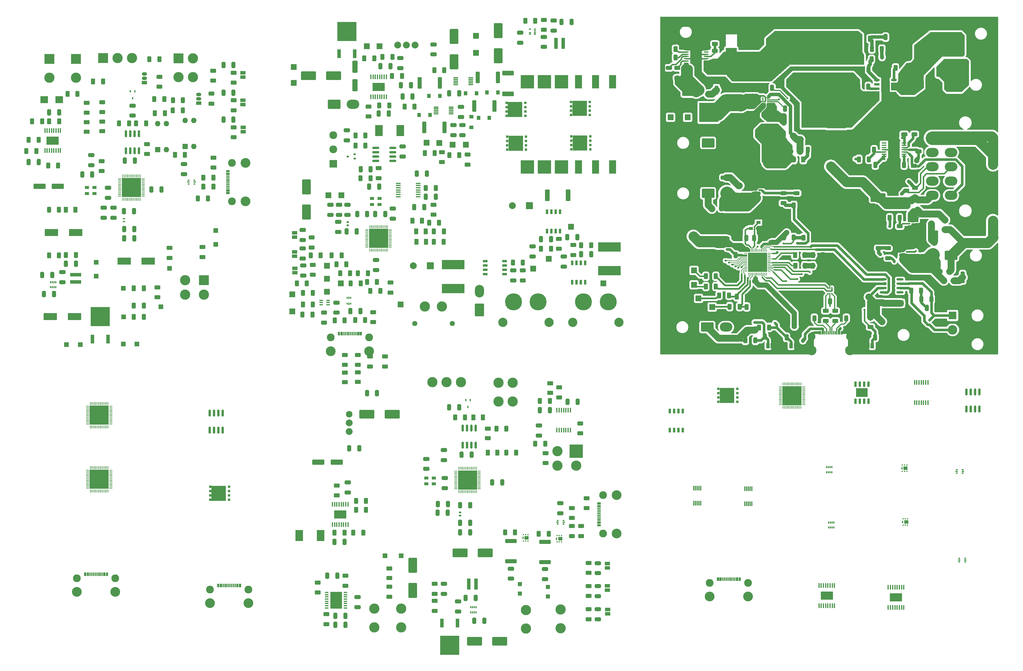
<source format=gbr>
%TF.GenerationSoftware,KiCad,Pcbnew,8.0.0*%
%TF.CreationDate,2024-03-30T18:44:17+01:00*%
%TF.ProjectId,schematic-main _ kopia,73636865-6d61-4746-9963-2d6d61696e20,rev?*%
%TF.SameCoordinates,Original*%
%TF.FileFunction,Copper,L1,Top*%
%TF.FilePolarity,Positive*%
%FSLAX46Y46*%
G04 Gerber Fmt 4.6, Leading zero omitted, Abs format (unit mm)*
G04 Created by KiCad (PCBNEW 8.0.0) date 2024-03-30 18:44:17*
%MOMM*%
%LPD*%
G01*
G04 APERTURE LIST*
G04 Aperture macros list*
%AMRoundRect*
0 Rectangle with rounded corners*
0 $1 Rounding radius*
0 $2 $3 $4 $5 $6 $7 $8 $9 X,Y pos of 4 corners*
0 Add a 4 corners polygon primitive as box body*
4,1,4,$2,$3,$4,$5,$6,$7,$8,$9,$2,$3,0*
0 Add four circle primitives for the rounded corners*
1,1,$1+$1,$2,$3*
1,1,$1+$1,$4,$5*
1,1,$1+$1,$6,$7*
1,1,$1+$1,$8,$9*
0 Add four rect primitives between the rounded corners*
20,1,$1+$1,$2,$3,$4,$5,0*
20,1,$1+$1,$4,$5,$6,$7,0*
20,1,$1+$1,$6,$7,$8,$9,0*
20,1,$1+$1,$8,$9,$2,$3,0*%
G04 Aperture macros list end*
%TA.AperFunction,Conductor*%
%ADD10C,0.200000*%
%TD*%
%TA.AperFunction,Conductor*%
%ADD11C,0.100000*%
%TD*%
%TA.AperFunction,ComponentPad*%
%ADD12C,2.280000*%
%TD*%
%TA.AperFunction,ComponentPad*%
%ADD13C,2.850000*%
%TD*%
%TA.AperFunction,SMDPad,CuDef*%
%ADD14R,0.300000X1.100000*%
%TD*%
%TA.AperFunction,SMDPad,CuDef*%
%ADD15R,0.800000X0.700000*%
%TD*%
%TA.AperFunction,SMDPad,CuDef*%
%ADD16R,0.680000X0.700000*%
%TD*%
%TA.AperFunction,SMDPad,CuDef*%
%ADD17R,4.320000X4.510000*%
%TD*%
%TA.AperFunction,SMDPad,CuDef*%
%ADD18RoundRect,0.050000X0.050000X-0.387500X0.050000X0.387500X-0.050000X0.387500X-0.050000X-0.387500X0*%
%TD*%
%TA.AperFunction,SMDPad,CuDef*%
%ADD19RoundRect,0.050000X0.387500X-0.050000X0.387500X0.050000X-0.387500X0.050000X-0.387500X-0.050000X0*%
%TD*%
%TA.AperFunction,SMDPad,CuDef*%
%ADD20R,5.600000X5.600000*%
%TD*%
%TA.AperFunction,SMDPad,CuDef*%
%ADD21RoundRect,0.150000X0.150000X-0.825000X0.150000X0.825000X-0.150000X0.825000X-0.150000X-0.825000X0*%
%TD*%
%TA.AperFunction,SMDPad,CuDef*%
%ADD22R,0.500000X0.375000*%
%TD*%
%TA.AperFunction,SMDPad,CuDef*%
%ADD23R,0.650000X0.300000*%
%TD*%
%TA.AperFunction,SMDPad,CuDef*%
%ADD24R,0.350000X0.430000*%
%TD*%
%TA.AperFunction,SMDPad,CuDef*%
%ADD25R,1.250000X1.100000*%
%TD*%
%TA.AperFunction,SMDPad,CuDef*%
%ADD26R,0.350000X0.660000*%
%TD*%
%TA.AperFunction,SMDPad,CuDef*%
%ADD27RoundRect,0.050000X0.100000X-0.285000X0.100000X0.285000X-0.100000X0.285000X-0.100000X-0.285000X0*%
%TD*%
%TA.AperFunction,SMDPad,CuDef*%
%ADD28R,0.450000X1.475000*%
%TD*%
%TA.AperFunction,SMDPad,CuDef*%
%ADD29R,3.550000X2.460000*%
%TD*%
%TA.AperFunction,SMDPad,CuDef*%
%ADD30R,0.300000X1.400000*%
%TD*%
%TA.AperFunction,ComponentPad*%
%ADD31C,3.000000*%
%TD*%
%TA.AperFunction,SMDPad,CuDef*%
%ADD32RoundRect,0.250000X-0.325000X-0.650000X0.325000X-0.650000X0.325000X0.650000X-0.325000X0.650000X0*%
%TD*%
%TA.AperFunction,SMDPad,CuDef*%
%ADD33RoundRect,0.250000X0.375000X0.625000X-0.375000X0.625000X-0.375000X-0.625000X0.375000X-0.625000X0*%
%TD*%
%TA.AperFunction,SMDPad,CuDef*%
%ADD34RoundRect,0.250000X-0.650000X0.325000X-0.650000X-0.325000X0.650000X-0.325000X0.650000X0.325000X0*%
%TD*%
%TA.AperFunction,SMDPad,CuDef*%
%ADD35RoundRect,0.250000X0.312500X0.625000X-0.312500X0.625000X-0.312500X-0.625000X0.312500X-0.625000X0*%
%TD*%
%TA.AperFunction,SMDPad,CuDef*%
%ADD36RoundRect,0.250000X-0.625000X0.312500X-0.625000X-0.312500X0.625000X-0.312500X0.625000X0.312500X0*%
%TD*%
%TA.AperFunction,SMDPad,CuDef*%
%ADD37RoundRect,0.250000X0.650000X-0.325000X0.650000X0.325000X-0.650000X0.325000X-0.650000X-0.325000X0*%
%TD*%
%TA.AperFunction,SMDPad,CuDef*%
%ADD38RoundRect,0.250000X0.625000X-0.312500X0.625000X0.312500X-0.625000X0.312500X-0.625000X-0.312500X0*%
%TD*%
%TA.AperFunction,SMDPad,CuDef*%
%ADD39R,1.200000X0.950000*%
%TD*%
%TA.AperFunction,SMDPad,CuDef*%
%ADD40RoundRect,0.250000X0.325000X0.650000X-0.325000X0.650000X-0.325000X-0.650000X0.325000X-0.650000X0*%
%TD*%
%TA.AperFunction,SMDPad,CuDef*%
%ADD41RoundRect,0.250000X1.425000X-0.362500X1.425000X0.362500X-1.425000X0.362500X-1.425000X-0.362500X0*%
%TD*%
%TA.AperFunction,SMDPad,CuDef*%
%ADD42RoundRect,0.250000X-1.950000X-1.000000X1.950000X-1.000000X1.950000X1.000000X-1.950000X1.000000X0*%
%TD*%
%TA.AperFunction,SMDPad,CuDef*%
%ADD43RoundRect,0.250000X-1.000000X1.950000X-1.000000X-1.950000X1.000000X-1.950000X1.000000X1.950000X0*%
%TD*%
%TA.AperFunction,SMDPad,CuDef*%
%ADD44R,2.173999X3.200400*%
%TD*%
%TA.AperFunction,SMDPad,CuDef*%
%ADD45RoundRect,0.250000X-0.312500X-0.625000X0.312500X-0.625000X0.312500X0.625000X-0.312500X0.625000X0*%
%TD*%
%TA.AperFunction,SMDPad,CuDef*%
%ADD46R,0.450000X0.700000*%
%TD*%
%TA.AperFunction,SMDPad,CuDef*%
%ADD47RoundRect,0.250000X0.625000X-0.375000X0.625000X0.375000X-0.625000X0.375000X-0.625000X-0.375000X0*%
%TD*%
%TA.AperFunction,SMDPad,CuDef*%
%ADD48R,1.200000X1.200000*%
%TD*%
%TA.AperFunction,SMDPad,CuDef*%
%ADD49R,1.500000X1.000000*%
%TD*%
%TA.AperFunction,SMDPad,CuDef*%
%ADD50RoundRect,0.147500X0.172500X-0.147500X0.172500X0.147500X-0.172500X0.147500X-0.172500X-0.147500X0*%
%TD*%
%TA.AperFunction,ComponentPad*%
%ADD51C,2.000000*%
%TD*%
%TA.AperFunction,ComponentPad*%
%ADD52C,1.920000*%
%TD*%
%TA.AperFunction,SMDPad,CuDef*%
%ADD53RoundRect,0.250000X-0.625000X0.375000X-0.625000X-0.375000X0.625000X-0.375000X0.625000X0.375000X0*%
%TD*%
%TA.AperFunction,ComponentPad*%
%ADD54R,1.350000X1.350000*%
%TD*%
%TA.AperFunction,SMDPad,CuDef*%
%ADD55R,1.050000X0.450000*%
%TD*%
%TA.AperFunction,ComponentPad*%
%ADD56C,0.600000*%
%TD*%
%TA.AperFunction,SMDPad,CuDef*%
%ADD57R,3.400000X5.000000*%
%TD*%
%TA.AperFunction,ComponentPad*%
%ADD58R,4.000000X4.000000*%
%TD*%
%TA.AperFunction,SMDPad,CuDef*%
%ADD59RoundRect,0.250000X-0.375000X-0.625000X0.375000X-0.625000X0.375000X0.625000X-0.375000X0.625000X0*%
%TD*%
%TA.AperFunction,SMDPad,CuDef*%
%ADD60R,1.060000X2.600000*%
%TD*%
%TA.AperFunction,SMDPad,CuDef*%
%ADD61R,5.632000X5.700000*%
%TD*%
%TA.AperFunction,SMDPad,CuDef*%
%ADD62R,1.100000X0.300000*%
%TD*%
%TA.AperFunction,SMDPad,CuDef*%
%ADD63R,1.100000X3.200000*%
%TD*%
%TA.AperFunction,SMDPad,CuDef*%
%ADD64RoundRect,0.250000X1.500000X0.550000X-1.500000X0.550000X-1.500000X-0.550000X1.500000X-0.550000X0*%
%TD*%
%TA.AperFunction,SMDPad,CuDef*%
%ADD65R,0.750000X1.350000*%
%TD*%
%TA.AperFunction,SMDPad,CuDef*%
%ADD66R,4.000000X2.000000*%
%TD*%
%TA.AperFunction,ComponentPad*%
%ADD67R,1.600000X1.600000*%
%TD*%
%TA.AperFunction,ComponentPad*%
%ADD68O,1.600000X1.600000*%
%TD*%
%TA.AperFunction,ComponentPad*%
%ADD69R,3.000000X3.000000*%
%TD*%
%TA.AperFunction,FiducialPad,Local*%
%ADD70C,3.000000*%
%TD*%
%TA.AperFunction,SMDPad,CuDef*%
%ADD71R,2.200000X2.150000*%
%TD*%
%TA.AperFunction,SMDPad,CuDef*%
%ADD72R,3.200000X1.100000*%
%TD*%
%TA.AperFunction,ComponentPad*%
%ADD73R,1.500000X1.050000*%
%TD*%
%TA.AperFunction,ComponentPad*%
%ADD74O,1.500000X1.050000*%
%TD*%
%TA.AperFunction,SMDPad,CuDef*%
%ADD75R,0.650000X0.350000*%
%TD*%
%TA.AperFunction,ComponentPad*%
%ADD76R,1.700000X1.700000*%
%TD*%
%TA.AperFunction,SMDPad,CuDef*%
%ADD77RoundRect,0.250000X-0.550000X1.500000X-0.550000X-1.500000X0.550000X-1.500000X0.550000X1.500000X0*%
%TD*%
%TA.AperFunction,SMDPad,CuDef*%
%ADD78R,0.375000X0.500000*%
%TD*%
%TA.AperFunction,SMDPad,CuDef*%
%ADD79R,0.300000X0.650000*%
%TD*%
%TA.AperFunction,SMDPad,CuDef*%
%ADD80R,1.400000X0.300000*%
%TD*%
%TA.AperFunction,ComponentPad*%
%ADD81RoundRect,0.250001X1.099999X1.599999X-1.099999X1.599999X-1.099999X-1.599999X1.099999X-1.599999X0*%
%TD*%
%TA.AperFunction,ComponentPad*%
%ADD82O,2.700000X3.700000*%
%TD*%
%TA.AperFunction,ComponentPad*%
%ADD83R,2.000000X4.000000*%
%TD*%
%TA.AperFunction,SMDPad,CuDef*%
%ADD84RoundRect,0.050000X-0.285000X-0.100000X0.285000X-0.100000X0.285000X0.100000X-0.285000X0.100000X0*%
%TD*%
%TA.AperFunction,SMDPad,CuDef*%
%ADD85RoundRect,0.147500X-0.172500X0.147500X-0.172500X-0.147500X0.172500X-0.147500X0.172500X0.147500X0*%
%TD*%
%TA.AperFunction,SMDPad,CuDef*%
%ADD86RoundRect,0.249999X0.450001X1.425001X-0.450001X1.425001X-0.450001X-1.425001X0.450001X-1.425001X0*%
%TD*%
%TA.AperFunction,SMDPad,CuDef*%
%ADD87R,1.120000X1.220000*%
%TD*%
%TA.AperFunction,SMDPad,CuDef*%
%ADD88R,6.710000X2.730000*%
%TD*%
%TA.AperFunction,SMDPad,CuDef*%
%ADD89RoundRect,0.250000X-0.362500X-1.425000X0.362500X-1.425000X0.362500X1.425000X-0.362500X1.425000X0*%
%TD*%
%TA.AperFunction,SMDPad,CuDef*%
%ADD90R,1.475000X0.450000*%
%TD*%
%TA.AperFunction,ComponentPad*%
%ADD91C,1.500000*%
%TD*%
%TA.AperFunction,SMDPad,CuDef*%
%ADD92RoundRect,0.050000X-0.387500X-0.050000X0.387500X-0.050000X0.387500X0.050000X-0.387500X0.050000X0*%
%TD*%
%TA.AperFunction,SMDPad,CuDef*%
%ADD93RoundRect,0.050000X-0.050000X-0.387500X0.050000X-0.387500X0.050000X0.387500X-0.050000X0.387500X0*%
%TD*%
%TA.AperFunction,SMDPad,CuDef*%
%ADD94R,1.000000X0.400000*%
%TD*%
%TA.AperFunction,ComponentPad*%
%ADD95R,2.000000X2.000000*%
%TD*%
%TA.AperFunction,ComponentPad*%
%ADD96RoundRect,0.250001X1.599999X-1.099999X1.599999X1.099999X-1.599999X1.099999X-1.599999X-1.099999X0*%
%TD*%
%TA.AperFunction,ComponentPad*%
%ADD97O,3.700000X2.700000*%
%TD*%
%TA.AperFunction,ComponentPad*%
%ADD98R,2.300000X2.300000*%
%TD*%
%TA.AperFunction,ComponentPad*%
%ADD99C,2.300000*%
%TD*%
%TA.AperFunction,ComponentPad*%
%ADD100C,5.000000*%
%TD*%
%TA.AperFunction,ComponentPad*%
%ADD101C,2.700000*%
%TD*%
%TA.AperFunction,SMDPad,CuDef*%
%ADD102R,1.350000X0.750000*%
%TD*%
%TA.AperFunction,SMDPad,CuDef*%
%ADD103RoundRect,0.249999X1.425001X-0.450001X1.425001X0.450001X-1.425001X0.450001X-1.425001X-0.450001X0*%
%TD*%
%TA.AperFunction,SMDPad,CuDef*%
%ADD104RoundRect,0.250000X1.000000X-1.950000X1.000000X1.950000X-1.000000X1.950000X-1.000000X-1.950000X0*%
%TD*%
%TA.AperFunction,SMDPad,CuDef*%
%ADD105RoundRect,0.112500X0.237500X-0.112500X0.237500X0.112500X-0.237500X0.112500X-0.237500X-0.112500X0*%
%TD*%
%TA.AperFunction,SMDPad,CuDef*%
%ADD106RoundRect,0.150000X0.825000X0.150000X-0.825000X0.150000X-0.825000X-0.150000X0.825000X-0.150000X0*%
%TD*%
%TA.AperFunction,SMDPad,CuDef*%
%ADD107R,1.220000X1.120000*%
%TD*%
%TA.AperFunction,SMDPad,CuDef*%
%ADD108R,0.802000X1.505000*%
%TD*%
%TA.AperFunction,SMDPad,CuDef*%
%ADD109R,3.502000X2.613000*%
%TD*%
%TA.AperFunction,SMDPad,CuDef*%
%ADD110R,1.000000X1.500000*%
%TD*%
%TA.AperFunction,SMDPad,CuDef*%
%ADD111RoundRect,0.150000X-0.825000X-0.150000X0.825000X-0.150000X0.825000X0.150000X-0.825000X0.150000X0*%
%TD*%
%TA.AperFunction,ComponentPad*%
%ADD112RoundRect,0.250001X-1.599999X1.099999X-1.599999X-1.099999X1.599999X-1.099999X1.599999X1.099999X0*%
%TD*%
%TA.AperFunction,SMDPad,CuDef*%
%ADD113RoundRect,0.250000X1.950000X1.000000X-1.950000X1.000000X-1.950000X-1.000000X1.950000X-1.000000X0*%
%TD*%
%TA.AperFunction,SMDPad,CuDef*%
%ADD114R,0.430000X0.350000*%
%TD*%
%TA.AperFunction,SMDPad,CuDef*%
%ADD115R,1.100000X1.250000*%
%TD*%
%TA.AperFunction,SMDPad,CuDef*%
%ADD116R,0.660000X0.350000*%
%TD*%
%TA.AperFunction,SMDPad,CuDef*%
%ADD117R,3.200400X2.173999*%
%TD*%
%TA.AperFunction,SMDPad,CuDef*%
%ADD118R,12.320000X3.825000*%
%TD*%
%TA.AperFunction,SMDPad,CuDef*%
%ADD119RoundRect,0.250000X0.362500X1.425000X-0.362500X1.425000X-0.362500X-1.425000X0.362500X-1.425000X0*%
%TD*%
%TA.AperFunction,SMDPad,CuDef*%
%ADD120R,1.505000X0.802000*%
%TD*%
%TA.AperFunction,SMDPad,CuDef*%
%ADD121R,2.613000X3.502000*%
%TD*%
%TA.AperFunction,SMDPad,CuDef*%
%ADD122R,2.460000X3.550000*%
%TD*%
%TA.AperFunction,SMDPad,CuDef*%
%ADD123R,0.700000X0.450000*%
%TD*%
%TA.AperFunction,ComponentPad*%
%ADD124C,2.800000*%
%TD*%
%TA.AperFunction,ViaPad*%
%ADD125C,0.800000*%
%TD*%
%TA.AperFunction,ViaPad*%
%ADD126C,1.600000*%
%TD*%
%TA.AperFunction,ViaPad*%
%ADD127C,1.200000*%
%TD*%
%TA.AperFunction,ViaPad*%
%ADD128C,0.600000*%
%TD*%
%TA.AperFunction,Conductor*%
%ADD129C,0.800000*%
%TD*%
%TA.AperFunction,Conductor*%
%ADD130C,0.400000*%
%TD*%
%TA.AperFunction,Conductor*%
%ADD131C,1.000000*%
%TD*%
%TA.AperFunction,Conductor*%
%ADD132C,3.000000*%
%TD*%
%TA.AperFunction,Conductor*%
%ADD133C,1.500000*%
%TD*%
%TA.AperFunction,Conductor*%
%ADD134C,5.000000*%
%TD*%
%TA.AperFunction,Conductor*%
%ADD135C,2.000000*%
%TD*%
%TA.AperFunction,Conductor*%
%ADD136C,0.300000*%
%TD*%
%TA.AperFunction,Conductor*%
%ADD137C,0.500000*%
%TD*%
%TA.AperFunction,Conductor*%
%ADD138C,4.000000*%
%TD*%
G04 APERTURE END LIST*
D10*
%TO.N,/Power /Vin*%
X181400000Y-29100000D02*
X181400000Y-36000000D01*
X179400000Y-38000000D01*
X175000000Y-38000000D01*
X174300000Y-37300000D01*
X174300000Y-35100000D01*
X172800000Y-33600000D01*
X172200000Y-33600000D01*
X172000000Y-33400000D01*
X172000000Y-30800000D01*
X174300000Y-28500000D01*
X180800000Y-28500000D01*
X181400000Y-29100000D01*
%TA.AperFunction,Conductor*%
G36*
X181400000Y-29100000D02*
G01*
X181400000Y-36000000D01*
X179400000Y-38000000D01*
X175000000Y-38000000D01*
X174300000Y-37300000D01*
X174300000Y-35100000D01*
X172800000Y-33600000D01*
X172200000Y-33600000D01*
X172000000Y-33400000D01*
X172000000Y-30800000D01*
X174300000Y-28500000D01*
X180800000Y-28500000D01*
X181400000Y-29100000D01*
G37*
%TD.AperFunction*%
D11*
%TO.N,+12V*%
X150200000Y-21200000D02*
X150200000Y-26400000D01*
X150700000Y-27200000D01*
X150700000Y-30000000D01*
X129000000Y-30000000D01*
X123500000Y-34900000D01*
X112100000Y-34900000D01*
X110300000Y-33000000D01*
X104800000Y-33000000D01*
X103700000Y-31900000D01*
X103700000Y-28800000D01*
X105225000Y-28800000D01*
X106500000Y-28300000D01*
X107800000Y-28300000D01*
X109600000Y-26300000D01*
X120100000Y-26300000D01*
X122000000Y-24400000D01*
X122000000Y-22500000D01*
X124600000Y-20200000D01*
X149000000Y-20200000D01*
X150200000Y-21200000D01*
%TA.AperFunction,Conductor*%
G36*
X150200000Y-21200000D02*
G01*
X150200000Y-26400000D01*
X150700000Y-27200000D01*
X150700000Y-30000000D01*
X129000000Y-30000000D01*
X123500000Y-34900000D01*
X112100000Y-34900000D01*
X110300000Y-33000000D01*
X104800000Y-33000000D01*
X103700000Y-31900000D01*
X103700000Y-28800000D01*
X105225000Y-28800000D01*
X106500000Y-28300000D01*
X107800000Y-28300000D01*
X109600000Y-26300000D01*
X120100000Y-26300000D01*
X122000000Y-24400000D01*
X122000000Y-22500000D01*
X124600000Y-20200000D01*
X149000000Y-20200000D01*
X150200000Y-21200000D01*
G37*
%TD.AperFunction*%
D10*
%TO.N,Net-(D2-K)*%
X149500000Y-34500000D02*
X149500000Y-38500000D01*
X133000000Y-41500000D01*
X128000000Y-36500000D01*
X128000000Y-34500000D01*
X130000000Y-32500000D01*
X147500000Y-32500000D01*
X149500000Y-34500000D01*
%TA.AperFunction,Conductor*%
G36*
X149500000Y-34500000D02*
G01*
X149500000Y-38500000D01*
X133000000Y-41500000D01*
X128000000Y-36500000D01*
X128000000Y-34500000D01*
X130000000Y-32500000D01*
X147500000Y-32500000D01*
X149500000Y-34500000D01*
G37*
%TD.AperFunction*%
X155200000Y-40500000D02*
X147000000Y-48500000D01*
X132500000Y-48500000D01*
X132500000Y-38000000D01*
X155200000Y-38000000D01*
X155200000Y-40500000D01*
%TA.AperFunction,Conductor*%
G36*
X155200000Y-40500000D02*
G01*
X147000000Y-48500000D01*
X132500000Y-48500000D01*
X132500000Y-38000000D01*
X155200000Y-38000000D01*
X155200000Y-40500000D01*
G37*
%TD.AperFunction*%
%TO.N,/IO/FC_V*%
X180100000Y-21500000D02*
X180100000Y-27200000D01*
X179700000Y-27600000D01*
X173400000Y-27600000D01*
X168146731Y-32853269D01*
X168200000Y-36900000D01*
X165500000Y-38900000D01*
X161600000Y-38900000D01*
X160200000Y-37500000D01*
X158800000Y-37500000D01*
X158700000Y-37500000D01*
X158700000Y-35400000D01*
X160400000Y-35400000D01*
X160800000Y-34900000D01*
X160800000Y-32800000D01*
X161800000Y-31500000D01*
X163300000Y-29700000D01*
X164500000Y-29600000D01*
X165500000Y-28500000D01*
X165500000Y-24400000D01*
X170300000Y-20600000D01*
X179200000Y-20600000D01*
X180100000Y-21500000D01*
%TA.AperFunction,Conductor*%
G36*
X180100000Y-21500000D02*
G01*
X180100000Y-27200000D01*
X179700000Y-27600000D01*
X173400000Y-27600000D01*
X168146731Y-32853269D01*
X168200000Y-36900000D01*
X165500000Y-38900000D01*
X161600000Y-38900000D01*
X160200000Y-37500000D01*
X158800000Y-37500000D01*
X158700000Y-37500000D01*
X158700000Y-35400000D01*
X160400000Y-35400000D01*
X160800000Y-34900000D01*
X160800000Y-32800000D01*
X161800000Y-31500000D01*
X163300000Y-29700000D01*
X164500000Y-29600000D01*
X165500000Y-28500000D01*
X165500000Y-24400000D01*
X170300000Y-20600000D01*
X179200000Y-20600000D01*
X180100000Y-21500000D01*
G37*
%TD.AperFunction*%
%TD*%
D12*
%TO.P,P1,A1,GND*%
%TO.N,N/C*%
X-41020000Y-183900000D03*
D13*
X-41020000Y-187900000D03*
D14*
X-38750000Y-182750000D03*
D12*
X-29780000Y-183900000D03*
D13*
X-29780000Y-187900000D03*
D14*
%TO.P,P1,A4,VBUS*%
X-37950000Y-182750000D03*
%TO.P,P1,A5,CC*%
X-36650000Y-182750000D03*
%TO.P,P1,A6,D+*%
X-35650000Y-182750000D03*
%TO.P,P1,A7,D-*%
X-35150000Y-182750000D03*
%TO.P,P1,A8*%
X-34150000Y-182750000D03*
%TO.P,P1,A9,VBUS*%
X-32850000Y-182750000D03*
%TO.P,P1,A12,GND*%
X-32050000Y-182750000D03*
%TO.P,P1,B1,GND*%
X-32350000Y-182750000D03*
%TO.P,P1,B4,VBUS*%
X-33150000Y-182750000D03*
%TO.P,P1,B5,VCONN*%
X-33650000Y-182750000D03*
%TO.P,P1,B6*%
X-34650000Y-182750000D03*
%TO.P,P1,B7*%
X-36150000Y-182750000D03*
%TO.P,P1,B8*%
X-37150000Y-182750000D03*
%TO.P,P1,B9,VBUS*%
X-37650000Y-182750000D03*
%TO.P,P1,B12,GND*%
X-38450000Y-182750000D03*
%TD*%
D12*
%TO.P,P1,A1,GND*%
%TO.N,N/C*%
X-80020000Y-180600000D03*
D13*
X-80020000Y-184600000D03*
D14*
X-77750000Y-179450000D03*
D12*
X-68780000Y-180600000D03*
D13*
X-68780000Y-184600000D03*
D14*
%TO.P,P1,A4,VBUS*%
X-76950000Y-179450000D03*
%TO.P,P1,A5,CC*%
X-75650000Y-179450000D03*
%TO.P,P1,A6,D+*%
X-74650000Y-179450000D03*
%TO.P,P1,A7,D-*%
X-74150000Y-179450000D03*
%TO.P,P1,A8*%
X-73150000Y-179450000D03*
%TO.P,P1,A9,VBUS*%
X-71850000Y-179450000D03*
%TO.P,P1,A12,GND*%
X-71050000Y-179450000D03*
%TO.P,P1,B1,GND*%
X-71350000Y-179450000D03*
%TO.P,P1,B4,VBUS*%
X-72150000Y-179450000D03*
%TO.P,P1,B5,VCONN*%
X-72650000Y-179450000D03*
%TO.P,P1,B6*%
X-73650000Y-179450000D03*
%TO.P,P1,B7*%
X-75150000Y-179450000D03*
%TO.P,P1,B8*%
X-76150000Y-179450000D03*
%TO.P,P1,B9,VBUS*%
X-76650000Y-179450000D03*
%TO.P,P1,B12,GND*%
X-77450000Y-179450000D03*
%TD*%
D15*
%TO.P,Q4,1,S_1*%
%TO.N,N/C*%
X-35449000Y-157605000D03*
%TO.P,Q4,2,S_2*%
X-35449000Y-156335000D03*
%TO.P,Q4,3,S_3*%
X-35449000Y-155065000D03*
%TO.P,Q4,4,G*%
X-35449000Y-153795000D03*
D16*
%TO.P,Q4,5,D_1*%
X-40964000Y-153795000D03*
%TO.P,Q4,6,D_2*%
X-40964000Y-155065000D03*
%TO.P,Q4,7,D_3*%
X-40964000Y-156335000D03*
%TO.P,Q4,8,D_4*%
X-40964000Y-157605000D03*
D17*
%TO.P,Q4,9,D_5*%
X-38464000Y-155700000D03*
%TD*%
D18*
%TO.P,U4,1,LNA_IN/RF*%
%TO.N,N/C*%
X-76100000Y-155037500D03*
%TO.P,U4,2,VDD3P3*%
X-75700000Y-155037500D03*
%TO.P,U4,3,VDD3P3*%
X-75300000Y-155037500D03*
%TO.P,U4,4,CHIP_PU/RESET*%
X-74900000Y-155037500D03*
%TO.P,U4,5,GPIO0/BOOT*%
X-74500000Y-155037500D03*
%TO.P,U4,6,GPIO1/ADC1_CH0*%
X-74100000Y-155037500D03*
%TO.P,U4,7,GPIO2/ADC1_CH1*%
X-73700000Y-155037500D03*
%TO.P,U4,8,GPIO3/ADC1_CH2*%
X-73300000Y-155037500D03*
%TO.P,U4,9,GPIO4/ADC1_CH3*%
X-72900000Y-155037500D03*
%TO.P,U4,10,GPIO5/ADC1_CH4*%
X-72500000Y-155037500D03*
%TO.P,U4,11,GPIO6/ADC1_CH5*%
X-72100000Y-155037500D03*
%TO.P,U4,12,GPIO7/ADC1_CH6*%
X-71700000Y-155037500D03*
%TO.P,U4,13,GPIO8/ADC1_CH7*%
X-71300000Y-155037500D03*
%TO.P,U4,14,GPIO9/ADC1_CH8*%
X-70900000Y-155037500D03*
D19*
%TO.P,U4,15,GPIO10/ADC1_CH9*%
X-70062500Y-154200000D03*
%TO.P,U4,16,GPIO11/ADC2_CH0*%
X-70062500Y-153800000D03*
%TO.P,U4,17,GPIO12/ADC2_CH1*%
X-70062500Y-153400000D03*
%TO.P,U4,18,GPIO13/ADC2_CH2*%
X-70062500Y-153000000D03*
%TO.P,U4,19,GPIO14/ADC2_CH3*%
X-70062500Y-152600000D03*
%TO.P,U4,20,VDD3P3_RTC*%
X-70062500Y-152200000D03*
%TO.P,U4,21,GPIO15/ADC2_CH4/XTAL_32K_P*%
X-70062500Y-151800000D03*
%TO.P,U4,22,GPIO16/ADC2_CH5/XTAL_32K_N*%
X-70062500Y-151400000D03*
%TO.P,U4,23,GPIO17/ADC2_CH6*%
X-70062500Y-151000000D03*
%TO.P,U4,24,GPIO18/ADC2_CH7*%
X-70062500Y-150600000D03*
%TO.P,U4,25,GPIO19/USB_D-/ADC2_CH8*%
X-70062500Y-150200000D03*
%TO.P,U4,26,GPIO20/USB_D+/ADC2_CH9*%
X-70062500Y-149800000D03*
%TO.P,U4,27,GPIO21*%
X-70062500Y-149400000D03*
%TO.P,U4,28,SPI_CS1/GPIO26*%
X-70062500Y-149000000D03*
D18*
%TO.P,U4,29,VDD_SPI*%
X-70900000Y-148162500D03*
%TO.P,U4,30,SPIHD/GPIO27*%
X-71300000Y-148162500D03*
%TO.P,U4,31,SPIWP/GPIO28*%
X-71700000Y-148162500D03*
%TO.P,U4,32,SPICS0/GPIO29*%
X-72100000Y-148162500D03*
%TO.P,U4,33,SPICLK/GPIO30*%
X-72500000Y-148162500D03*
%TO.P,U4,34,SPIQ/GPIO31*%
X-72900000Y-148162500D03*
%TO.P,U4,35,SPID/GPIO32*%
X-73300000Y-148162500D03*
%TO.P,U4,36,SPICLK_N/GPIO48*%
X-73700000Y-148162500D03*
%TO.P,U4,37,SPICLK_P/GPIO47*%
X-74100000Y-148162500D03*
%TO.P,U4,38,GPIO33*%
X-74500000Y-148162500D03*
%TO.P,U4,39,GPIO34*%
X-74900000Y-148162500D03*
%TO.P,U4,40,GPIO35*%
X-75300000Y-148162500D03*
%TO.P,U4,41,GPIO36*%
X-75700000Y-148162500D03*
%TO.P,U4,42,GPIO37*%
X-76100000Y-148162500D03*
D19*
%TO.P,U4,43,GPIO38*%
X-76937500Y-149000000D03*
%TO.P,U4,44,MTCK/JTAG/GPIO39*%
X-76937500Y-149400000D03*
%TO.P,U4,45,MTDO/JTAG/GPIO40*%
X-76937500Y-149800000D03*
%TO.P,U4,46,VDD3P3_CPU*%
X-76937500Y-150200000D03*
%TO.P,U4,47,MTDI/JTAG/GPIO41*%
X-76937500Y-150600000D03*
%TO.P,U4,48,MTMS/JTAG/GPIO42*%
X-76937500Y-151000000D03*
%TO.P,U4,49,U0TXD/PROG/GPIO43*%
X-76937500Y-151400000D03*
%TO.P,U4,50,U0RXD/PROG/GPIO44*%
X-76937500Y-151800000D03*
%TO.P,U4,51,GPIO45*%
X-76937500Y-152200000D03*
%TO.P,U4,52,GPIO46*%
X-76937500Y-152600000D03*
%TO.P,U4,53,XTAL_N*%
X-76937500Y-153000000D03*
%TO.P,U4,54,XTAL_P*%
X-76937500Y-153400000D03*
%TO.P,U4,55,VDDA*%
X-76937500Y-153800000D03*
%TO.P,U4,56,VDDA*%
X-76937500Y-154200000D03*
D20*
%TO.P,U4,57,GND*%
X-73500000Y-151600000D03*
%TD*%
D18*
%TO.P,U4,1,LNA_IN/RF*%
%TO.N,N/C*%
X-76100000Y-136237500D03*
%TO.P,U4,2,VDD3P3*%
X-75700000Y-136237500D03*
%TO.P,U4,3,VDD3P3*%
X-75300000Y-136237500D03*
%TO.P,U4,4,CHIP_PU/RESET*%
X-74900000Y-136237500D03*
%TO.P,U4,5,GPIO0/BOOT*%
X-74500000Y-136237500D03*
%TO.P,U4,6,GPIO1/ADC1_CH0*%
X-74100000Y-136237500D03*
%TO.P,U4,7,GPIO2/ADC1_CH1*%
X-73700000Y-136237500D03*
%TO.P,U4,8,GPIO3/ADC1_CH2*%
X-73300000Y-136237500D03*
%TO.P,U4,9,GPIO4/ADC1_CH3*%
X-72900000Y-136237500D03*
%TO.P,U4,10,GPIO5/ADC1_CH4*%
X-72500000Y-136237500D03*
%TO.P,U4,11,GPIO6/ADC1_CH5*%
X-72100000Y-136237500D03*
%TO.P,U4,12,GPIO7/ADC1_CH6*%
X-71700000Y-136237500D03*
%TO.P,U4,13,GPIO8/ADC1_CH7*%
X-71300000Y-136237500D03*
%TO.P,U4,14,GPIO9/ADC1_CH8*%
X-70900000Y-136237500D03*
D19*
%TO.P,U4,15,GPIO10/ADC1_CH9*%
X-70062500Y-135400000D03*
%TO.P,U4,16,GPIO11/ADC2_CH0*%
X-70062500Y-135000000D03*
%TO.P,U4,17,GPIO12/ADC2_CH1*%
X-70062500Y-134600000D03*
%TO.P,U4,18,GPIO13/ADC2_CH2*%
X-70062500Y-134200000D03*
%TO.P,U4,19,GPIO14/ADC2_CH3*%
X-70062500Y-133800000D03*
%TO.P,U4,20,VDD3P3_RTC*%
X-70062500Y-133400000D03*
%TO.P,U4,21,GPIO15/ADC2_CH4/XTAL_32K_P*%
X-70062500Y-133000000D03*
%TO.P,U4,22,GPIO16/ADC2_CH5/XTAL_32K_N*%
X-70062500Y-132600000D03*
%TO.P,U4,23,GPIO17/ADC2_CH6*%
X-70062500Y-132200000D03*
%TO.P,U4,24,GPIO18/ADC2_CH7*%
X-70062500Y-131800000D03*
%TO.P,U4,25,GPIO19/USB_D-/ADC2_CH8*%
X-70062500Y-131400000D03*
%TO.P,U4,26,GPIO20/USB_D+/ADC2_CH9*%
X-70062500Y-131000000D03*
%TO.P,U4,27,GPIO21*%
X-70062500Y-130600000D03*
%TO.P,U4,28,SPI_CS1/GPIO26*%
X-70062500Y-130200000D03*
D18*
%TO.P,U4,29,VDD_SPI*%
X-70900000Y-129362500D03*
%TO.P,U4,30,SPIHD/GPIO27*%
X-71300000Y-129362500D03*
%TO.P,U4,31,SPIWP/GPIO28*%
X-71700000Y-129362500D03*
%TO.P,U4,32,SPICS0/GPIO29*%
X-72100000Y-129362500D03*
%TO.P,U4,33,SPICLK/GPIO30*%
X-72500000Y-129362500D03*
%TO.P,U4,34,SPIQ/GPIO31*%
X-72900000Y-129362500D03*
%TO.P,U4,35,SPID/GPIO32*%
X-73300000Y-129362500D03*
%TO.P,U4,36,SPICLK_N/GPIO48*%
X-73700000Y-129362500D03*
%TO.P,U4,37,SPICLK_P/GPIO47*%
X-74100000Y-129362500D03*
%TO.P,U4,38,GPIO33*%
X-74500000Y-129362500D03*
%TO.P,U4,39,GPIO34*%
X-74900000Y-129362500D03*
%TO.P,U4,40,GPIO35*%
X-75300000Y-129362500D03*
%TO.P,U4,41,GPIO36*%
X-75700000Y-129362500D03*
%TO.P,U4,42,GPIO37*%
X-76100000Y-129362500D03*
D19*
%TO.P,U4,43,GPIO38*%
X-76937500Y-130200000D03*
%TO.P,U4,44,MTCK/JTAG/GPIO39*%
X-76937500Y-130600000D03*
%TO.P,U4,45,MTDO/JTAG/GPIO40*%
X-76937500Y-131000000D03*
%TO.P,U4,46,VDD3P3_CPU*%
X-76937500Y-131400000D03*
%TO.P,U4,47,MTDI/JTAG/GPIO41*%
X-76937500Y-131800000D03*
%TO.P,U4,48,MTMS/JTAG/GPIO42*%
X-76937500Y-132200000D03*
%TO.P,U4,49,U0TXD/PROG/GPIO43*%
X-76937500Y-132600000D03*
%TO.P,U4,50,U0RXD/PROG/GPIO44*%
X-76937500Y-133000000D03*
%TO.P,U4,51,GPIO45*%
X-76937500Y-133400000D03*
%TO.P,U4,52,GPIO46*%
X-76937500Y-133800000D03*
%TO.P,U4,53,XTAL_N*%
X-76937500Y-134200000D03*
%TO.P,U4,54,XTAL_P*%
X-76937500Y-134600000D03*
%TO.P,U4,55,VDDA*%
X-76937500Y-135000000D03*
%TO.P,U4,56,VDDA*%
X-76937500Y-135400000D03*
D20*
%TO.P,U4,57,GND*%
X-73500000Y-132800000D03*
%TD*%
D21*
%TO.P,U5,1,D*%
%TO.N,N/C*%
X-41105000Y-137175000D03*
%TO.P,U5,2,GND*%
X-39835000Y-137175000D03*
%TO.P,U5,3,VCC*%
X-38565000Y-137175000D03*
%TO.P,U5,4,R*%
X-37295000Y-137175000D03*
%TO.P,U5,5,NC*%
X-37295000Y-132225000D03*
%TO.P,U5,6,CANL*%
X-38565000Y-132225000D03*
%TO.P,U5,7,CANH*%
X-39835000Y-132225000D03*
%TO.P,U5,8,NC*%
X-41105000Y-132225000D03*
%TD*%
D22*
%TO.P,U3,1,I/O1*%
%TO.N,N/C*%
X178650000Y-174762500D03*
D23*
%TO.P,U3,2,GND*%
X178575000Y-175300000D03*
D22*
%TO.P,U3,3,I/O2*%
X178650000Y-175837500D03*
%TO.P,U3,4,I/O2*%
X180350000Y-175837500D03*
D23*
%TO.P,U3,5,VBUS*%
X180425000Y-175300000D03*
D22*
%TO.P,U3,6,I/O1*%
X180350000Y-174762500D03*
%TD*%
D24*
%TO.P,Q3,1,D*%
%TO.N,N/C*%
X163450000Y-163165000D03*
X162800000Y-163165000D03*
D25*
X163085000Y-164100000D03*
D24*
X163450000Y-165035000D03*
X162800000Y-165035000D03*
%TO.P,Q3,2,G*%
X162150000Y-163165000D03*
D26*
%TO.P,Q3,3,S*%
X162025000Y-164100000D03*
D24*
X162150000Y-165035000D03*
%TD*%
D27*
%TO.P,U2,1,RT*%
%TO.N,N/C*%
X140350000Y-165740000D03*
%TO.P,U2,2,EN*%
X140850000Y-165740000D03*
%TO.P,U2,3,VIN*%
X141350000Y-165740000D03*
%TO.P,U2,4,GND*%
X141850000Y-165740000D03*
%TO.P,U2,5,SW*%
X141850000Y-164260000D03*
%TO.P,U2,6,BST*%
X141350000Y-164260000D03*
%TO.P,U2,7,SS*%
X140850000Y-164260000D03*
%TO.P,U2,8,FB*%
X140350000Y-164260000D03*
%TD*%
D28*
%TO.P,IC1,1,IN_1*%
%TO.N,N/C*%
X162375000Y-183262000D03*
%TO.P,IC1,2,IN_2*%
X161725000Y-183262000D03*
%TO.P,IC1,3,UVLO*%
X161075000Y-183262000D03*
%TO.P,IC1,4,NC_1*%
X160425000Y-183262000D03*
%TO.P,IC1,5,OVP*%
X159775000Y-183262000D03*
%TO.P,IC1,6,MODE*%
X159125000Y-183262000D03*
%TO.P,IC1,7,~{SHDN}*%
X158475000Y-183262000D03*
%TO.P,IC1,8,RTN*%
X157825000Y-183262000D03*
%TO.P,IC1,9,GND*%
X157825000Y-189138000D03*
%TO.P,IC1,10,IMON*%
X158475000Y-189138000D03*
%TO.P,IC1,11,ILIM*%
X159125000Y-189138000D03*
%TO.P,IC1,12,DVDT*%
X159775000Y-189138000D03*
%TO.P,IC1,13,NC_2*%
X160425000Y-189138000D03*
%TO.P,IC1,14,~{FLT}*%
X161075000Y-189138000D03*
%TO.P,IC1,15,OUT_1*%
X161725000Y-189138000D03*
%TO.P,IC1,16,OUT_2*%
X162375000Y-189138000D03*
D29*
%TO.P,IC1,17,EP*%
X160100000Y-186200000D03*
%TD*%
D30*
%TO.P,IC7,1,VDD*%
%TO.N,N/C*%
X117800000Y-154400000D03*
%TO.P,IC7,2,HB*%
X117300000Y-154400000D03*
%TO.P,IC7,3,HO*%
X116800000Y-154400000D03*
%TO.P,IC7,4,HS*%
X116300000Y-154400000D03*
%TO.P,IC7,5,NC*%
X115800000Y-154400000D03*
%TO.P,IC7,6,RDT*%
X115800000Y-158800000D03*
%TO.P,IC7,7,EN*%
X116300000Y-158800000D03*
%TO.P,IC7,8,IN*%
X116800000Y-158800000D03*
%TO.P,IC7,9,VSS*%
X117300000Y-158800000D03*
%TO.P,IC7,10,LO*%
X117800000Y-158800000D03*
%TD*%
D31*
%TO.P,J10,1,Pin_1*%
%TO.N,N/C*%
X15000000Y-195025000D03*
%TO.P,J10,2,Pin_2*%
X15000000Y-189525000D03*
%TD*%
%TO.P,J8,1,Pin_1*%
%TO.N,N/C*%
X51600000Y-195400000D03*
%TO.P,J8,2,Pin_2*%
%TO.N,+12V*%
X51600000Y-189900000D03*
%TD*%
D32*
%TO.P,C28,1*%
%TO.N,+5V*%
X5007000Y-126335802D03*
%TO.P,C28,2*%
%TO.N,GND*%
X7957000Y-126335802D03*
%TD*%
D33*
%TO.P,D5,1,K*%
%TO.N,Net-(D5-K)*%
X43200000Y-143800000D03*
%TO.P,D5,2,A*%
%TO.N,/IO/LED_MCU_STATUS*%
X40400000Y-143800000D03*
%TD*%
D34*
%TO.P,C13,1*%
%TO.N,/MCU/BOOT*%
X72712500Y-182887500D03*
%TO.P,C13,2*%
%TO.N,GND*%
X72712500Y-185837500D03*
%TD*%
D35*
%TO.P,R32,1*%
%TO.N,N/C*%
X58623450Y-128654800D03*
%TO.P,R32,2*%
X55698450Y-128654800D03*
%TD*%
D36*
%TO.P,R24,1*%
%TO.N,N/C*%
X2300000Y-115137500D03*
%TO.P,R24,2*%
X2300000Y-118062500D03*
%TD*%
%TO.P,R22,1*%
%TO.N,Net-(D6-K)*%
X11550000Y-183087500D03*
%TO.P,R22,2*%
%TO.N,GND*%
X11550000Y-186012500D03*
%TD*%
D37*
%TO.P,C9,1*%
%TO.N,N/C*%
X-650000Y-155475000D03*
%TO.P,C9,2*%
%TO.N,GND*%
X-650000Y-152525000D03*
%TD*%
D38*
%TO.P,R38,1*%
%TO.N,N/C*%
X67500000Y-138162500D03*
%TO.P,R38,2*%
X67500000Y-135237500D03*
%TD*%
D36*
%TO.P,R34,1*%
%TO.N,N/C*%
X-6875000Y-191162500D03*
%TO.P,R34,2*%
%TO.N,GND*%
X-6875000Y-194087500D03*
%TD*%
D38*
%TO.P,R33,1*%
%TO.N,N/C*%
X-9475000Y-184787500D03*
%TO.P,R33,2*%
%TO.N,GND*%
X-9475000Y-181862500D03*
%TD*%
D39*
%TO.P,Y1,1,1*%
%TO.N,/MCU/XTAL_N*%
X22400000Y-152975000D03*
%TO.P,Y1,2,2*%
%TO.N,GND*%
X24600000Y-152975000D03*
%TO.P,Y1,3,3*%
%TO.N,/MCU/XTAL_P*%
X24600000Y-151225000D03*
%TO.P,Y1,4,4*%
%TO.N,GND*%
X22400000Y-151225000D03*
%TD*%
D38*
%TO.P,R26,1*%
%TO.N,GND*%
X57400000Y-146862500D03*
%TO.P,R26,2*%
%TO.N,N/C*%
X57400000Y-143937500D03*
%TD*%
D40*
%TO.P,C18,1*%
%TO.N,+3.3V*%
X28775000Y-158900000D03*
%TO.P,C18,2*%
%TO.N,GND*%
X25825000Y-158900000D03*
%TD*%
D41*
%TO.P,R28,1*%
%TO.N,N/C*%
X47178100Y-175640600D03*
%TO.P,R28,2*%
%TO.N,GND*%
X47178100Y-169715600D03*
%TD*%
D34*
%TO.P,C22,1*%
%TO.N,/MCU/XTAL_P*%
X27800000Y-151225000D03*
%TO.P,C22,2*%
%TO.N,GND*%
X27800000Y-154175000D03*
%TD*%
D21*
%TO.P,U5,1,D*%
%TO.N,/IO/CAN_RX*%
X33095000Y-141575000D03*
%TO.P,U5,2,GND*%
%TO.N,GND*%
X34365000Y-141575000D03*
%TO.P,U5,3,VCC*%
%TO.N,+3.3V*%
X35635000Y-141575000D03*
%TO.P,U5,4,R*%
%TO.N,/IO/CAN_TX*%
X36905000Y-141575000D03*
%TO.P,U5,5,NC*%
%TO.N,unconnected-(U5-NC-Pad5)*%
X36905000Y-136625000D03*
%TO.P,U5,6,CANL*%
%TO.N,/IO/CANL*%
X35635000Y-136625000D03*
%TO.P,U5,7,CANH*%
%TO.N,/IO/CANH*%
X34365000Y-136625000D03*
%TO.P,U5,8,NC*%
%TO.N,unconnected-(U5-NC-Pad8)*%
X33095000Y-136625000D03*
%TD*%
D37*
%TO.P,C21,1*%
%TO.N,/MCU/XTAL_N*%
X22400000Y-148575000D03*
%TO.P,C21,2*%
%TO.N,GND*%
X22400000Y-145625000D03*
%TD*%
D31*
%TO.P,J4,1,Pin_1*%
%TO.N,+5V*%
X43534250Y-123321900D03*
%TO.P,J4,2,Pin_2*%
%TO.N,GND*%
X47734250Y-123321900D03*
%TO.P,J4,3,Pin_3*%
%TO.N,N/C*%
X43534250Y-128821900D03*
%TO.P,J4,4,Pin_4*%
X47734250Y-128821900D03*
%TD*%
D42*
%TO.P,C14,1*%
%TO.N,+3.3V*%
X32300000Y-173200000D03*
%TO.P,C14,2*%
%TO.N,GND*%
X39700000Y-173200000D03*
%TD*%
D36*
%TO.P,R7,1*%
%TO.N,+3.3V*%
X24825000Y-182237500D03*
%TO.P,R7,2*%
%TO.N,Net-(U2-FB)*%
X24825000Y-185162500D03*
%TD*%
D43*
%TO.P,C7,1*%
%TO.N,+3.3V*%
X18400000Y-176800000D03*
%TO.P,C7,2*%
%TO.N,GND*%
X18400000Y-184200000D03*
%TD*%
D36*
%TO.P,R13,1*%
%TO.N,/MCU/BOOT*%
X70012500Y-182900000D03*
%TO.P,R13,2*%
%TO.N,+3.3V*%
X70012500Y-185825000D03*
%TD*%
D44*
%TO.P,D1,1,K*%
%TO.N,GND*%
X-8572998Y-168100000D03*
%TO.P,D1,2,A*%
%TO.N,/Power /Vin*%
X-14827002Y-168100000D03*
%TD*%
D31*
%TO.P,J9,1,Pin_1*%
%TO.N,/IO/PURGE_VALVE*%
X61750000Y-195278100D03*
%TO.P,J9,2,Pin_2*%
%TO.N,+12V*%
X61750000Y-189778100D03*
%TD*%
D34*
%TO.P,C12,1*%
%TO.N,/MCU/RESET*%
X72712500Y-189687500D03*
%TO.P,C12,2*%
%TO.N,GND*%
X72712500Y-192637500D03*
%TD*%
D36*
%TO.P,R4,1*%
%TO.N,Net-(P1-CC)*%
X67800000Y-165337500D03*
%TO.P,R4,2*%
%TO.N,GND*%
X67800000Y-168262500D03*
%TD*%
D45*
%TO.P,R21,1*%
%TO.N,Net-(D5-K)*%
X45837500Y-143800000D03*
%TO.P,R21,2*%
%TO.N,GND*%
X48762500Y-143800000D03*
%TD*%
D40*
%TO.P,C24,1*%
%TO.N,N/C*%
X32059250Y-130521900D03*
%TO.P,C24,2*%
%TO.N,GND*%
X29109250Y-130521900D03*
%TD*%
D46*
%TO.P,D3,1,K*%
%TO.N,/IO/CANL*%
X35284250Y-128421900D03*
%TO.P,D3,2,K*%
%TO.N,/IO/CANH*%
X33984250Y-128421900D03*
%TO.P,D3,3,A*%
%TO.N,GND*%
X34634250Y-130421900D03*
%TD*%
D47*
%TO.P,R17,1*%
%TO.N,N/C*%
X58760950Y-126254800D03*
%TO.P,R17,2*%
%TO.N,GND*%
X58760950Y-123454800D03*
%TD*%
D34*
%TO.P,C8,1*%
%TO.N,Net-(U2-SS)*%
X31750000Y-187375000D03*
%TO.P,C8,2*%
%TO.N,GND*%
X31750000Y-190325000D03*
%TD*%
D37*
%TO.P,C30,1*%
%TO.N,N/C*%
X55400000Y-138775000D03*
%TO.P,C30,2*%
%TO.N,GND*%
X55400000Y-135825000D03*
%TD*%
%TO.P,C32,1*%
%TO.N,/IO/PURGE_VALVE*%
X57200000Y-180875000D03*
%TO.P,C32,2*%
%TO.N,N/C*%
X57200000Y-177925000D03*
%TD*%
D48*
%TO.P,D8,1,K*%
%TO.N,+12V*%
X58050000Y-185970000D03*
%TO.P,D8,2,A*%
%TO.N,/IO/PURGE_VALVE*%
X58050000Y-183170000D03*
%TD*%
D31*
%TO.P,J2,1,Pin_1*%
%TO.N,/IO/CANH*%
X24168500Y-123134800D03*
%TO.P,J2,2,Pin_2*%
%TO.N,/IO/CANL*%
X28368500Y-123134800D03*
%TO.P,J2,3,Pin_3*%
%TO.N,GND*%
X32568500Y-123134800D03*
%TD*%
D32*
%TO.P,C10,1*%
%TO.N,+3.3V*%
X41725000Y-152500000D03*
%TO.P,C10,2*%
%TO.N,GND*%
X44675000Y-152500000D03*
%TD*%
D49*
%TO.P,JP3,1,A*%
%TO.N,/MCU/MCU_TEST*%
X75512500Y-176312500D03*
%TO.P,JP3,2,B*%
%TO.N,GND*%
X75512500Y-177612500D03*
%TD*%
D38*
%TO.P,R37,1*%
%TO.N,N/C*%
X-1275000Y-182787500D03*
%TO.P,R37,2*%
X-1275000Y-179862500D03*
%TD*%
D47*
%TO.P,D6,1,K*%
%TO.N,Net-(D6-K)*%
X11550000Y-180550000D03*
%TO.P,D6,2,A*%
%TO.N,+3.3V*%
X11550000Y-177750000D03*
%TD*%
D32*
%TO.P,C1,1*%
%TO.N,/Power /Vin*%
X-4525000Y-169962000D03*
%TO.P,C1,2*%
%TO.N,GND*%
X-1575000Y-169962000D03*
%TD*%
D50*
%TO.P,L2,1,1*%
%TO.N,+3.3V*%
X32300000Y-162285000D03*
%TO.P,L2,2,2*%
%TO.N,VDD3P3*%
X32300000Y-161315000D03*
%TD*%
D31*
%TO.P,J1,1,Pin_1*%
%TO.N,/Power /Vin*%
X7200000Y-195025000D03*
%TO.P,J1,2,Pin_2*%
%TO.N,GND*%
X7200000Y-189525000D03*
%TD*%
D32*
%TO.P,C33,1*%
%TO.N,+3.3V*%
X63785950Y-128854800D03*
%TO.P,C33,2*%
%TO.N,GND*%
X66735950Y-128854800D03*
%TD*%
D36*
%TO.P,R9,1*%
%TO.N,Net-(U2-FB)*%
X24825000Y-187237500D03*
%TO.P,R9,2*%
%TO.N,GND*%
X24825000Y-190162500D03*
%TD*%
D40*
%TO.P,C35,1*%
%TO.N,+12V*%
X-1300000Y-191625000D03*
%TO.P,C35,2*%
%TO.N,N/C*%
X-4250000Y-191625000D03*
%TD*%
D42*
%TO.P,C27,1*%
%TO.N,+5V*%
X4969000Y-132575802D03*
%TO.P,C27,2*%
%TO.N,GND*%
X12369000Y-132575802D03*
%TD*%
D45*
%TO.P,R10,1*%
%TO.N,N/C*%
X1787500Y-157900000D03*
%TO.P,R10,2*%
%TO.N,GND*%
X4712500Y-157900000D03*
%TD*%
D51*
%TO.P,PS1,1,VIN+*%
%TO.N,+12V*%
X-218000Y-137615802D03*
%TO.P,PS1,2,GND*%
%TO.N,GND*%
X-218000Y-135075802D03*
D52*
%TO.P,PS1,3,VOUT+*%
%TO.N,+5V*%
X-218000Y-132535802D03*
%TD*%
D45*
%TO.P,R11,1*%
%TO.N,N/C*%
X1787500Y-160600000D03*
%TO.P,R11,2*%
%TO.N,GND*%
X4712500Y-160600000D03*
%TD*%
D35*
%TO.P,R29,1*%
%TO.N,N/C*%
X58262500Y-167600000D03*
%TO.P,R29,2*%
X55337500Y-167600000D03*
%TD*%
D40*
%TO.P,C19,1*%
%TO.N,+3.3V*%
X28675000Y-161400000D03*
%TO.P,C19,2*%
%TO.N,GND*%
X25725000Y-161400000D03*
%TD*%
D48*
%TO.P,D7,1,K*%
%TO.N,+12V*%
X49850000Y-185150000D03*
%TO.P,D7,2,A*%
%TO.N,N/C*%
X49850000Y-182350000D03*
%TD*%
D32*
%TO.P,C15,1*%
%TO.N,+3.3V*%
X32325000Y-167200000D03*
%TO.P,C15,2*%
%TO.N,GND*%
X35275000Y-167200000D03*
%TD*%
D53*
%TO.P,D4,1,K*%
%TO.N,N/C*%
X40400000Y-136800000D03*
%TO.P,D4,2,A*%
%TO.N,/IO/LED_CAN_STATUS*%
X40400000Y-139600000D03*
%TD*%
D40*
%TO.P,C26,1*%
%TO.N,N/C*%
X58635950Y-131354800D03*
%TO.P,C26,2*%
%TO.N,GND*%
X55685950Y-131354800D03*
%TD*%
%TO.P,C34,1*%
%TO.N,+12V*%
X-1300000Y-194245000D03*
%TO.P,C34,2*%
%TO.N,GND*%
X-4250000Y-194245000D03*
%TD*%
D32*
%TO.P,C17,1*%
%TO.N,VDD3P3*%
X32325000Y-159200000D03*
%TO.P,C17,2*%
%TO.N,GND*%
X35275000Y-159200000D03*
%TD*%
D41*
%TO.P,R30,1*%
%TO.N,N/C*%
X57200000Y-175862500D03*
%TO.P,R30,2*%
%TO.N,GND*%
X57200000Y-169937500D03*
%TD*%
D54*
%TO.P,TP8,1,1*%
%TO.N,+3.3V*%
X10300000Y-174000000D03*
%TD*%
D37*
%TO.P,C20,1*%
%TO.N,+3.3V*%
X61700000Y-161575000D03*
%TO.P,C20,2*%
%TO.N,GND*%
X61700000Y-158625000D03*
%TD*%
D22*
%TO.P,U3,1,I/O1*%
%TO.N,/MCU/USB_D-*%
X62650000Y-164737500D03*
D23*
%TO.P,U3,2,GND*%
%TO.N,GND*%
X62725000Y-164200000D03*
D22*
%TO.P,U3,3,I/O2*%
%TO.N,/MCU/USB_D+*%
X62650000Y-163662500D03*
%TO.P,U3,4,I/O2*%
X60950000Y-163662500D03*
D23*
%TO.P,U3,5,VBUS*%
%TO.N,+3.3V*%
X60875000Y-164200000D03*
D22*
%TO.P,U3,6,I/O1*%
%TO.N,/MCU/USB_D-*%
X60950000Y-164737500D03*
%TD*%
D40*
%TO.P,C23,1*%
%TO.N,+3.3V*%
X35675000Y-144400000D03*
%TO.P,C23,2*%
%TO.N,GND*%
X32725000Y-144400000D03*
%TD*%
D36*
%TO.P,R23,1*%
%TO.N,/MCU/MCU_TEST*%
X70012500Y-176100000D03*
%TO.P,R23,2*%
%TO.N,+3.3V*%
X70012500Y-179025000D03*
%TD*%
D37*
%TO.P,C31,1*%
%TO.N,N/C*%
X47178100Y-180753100D03*
%TO.P,C31,2*%
X47178100Y-177803100D03*
%TD*%
D36*
%TO.P,R6,1*%
%TO.N,+12V*%
X-3850000Y-153437500D03*
%TO.P,R6,2*%
%TO.N,N/C*%
X-3850000Y-156362500D03*
%TD*%
D28*
%TO.P,IC1,1,OUT_A*%
%TO.N,N/C*%
X64610950Y-131316800D03*
%TO.P,IC1,2,-IN_A*%
X63960950Y-131316800D03*
%TO.P,IC1,3,+IN_A*%
X63310950Y-131316800D03*
%TO.P,IC1,4,V+*%
%TO.N,+3.3V*%
X62660950Y-131316800D03*
%TO.P,IC1,5,+IN_B*%
%TO.N,N/C*%
X62010950Y-131316800D03*
%TO.P,IC1,6,-IN_B*%
X61360950Y-131316800D03*
%TO.P,IC1,7,OUT_B*%
X60710950Y-131316800D03*
%TO.P,IC1,8,OUT_C*%
X60710950Y-137192800D03*
%TO.P,IC1,9,-IN_C*%
X61360950Y-137192800D03*
%TO.P,IC1,10,+IN_C*%
X62010950Y-137192800D03*
%TO.P,IC1,11,GND*%
%TO.N,GND*%
X62660950Y-137192800D03*
%TO.P,IC1,12,+IN_D*%
%TO.N,N/C*%
X63310950Y-137192800D03*
%TO.P,IC1,13,-IN_D*%
X63960950Y-137192800D03*
%TO.P,IC1,14,OUT_D*%
X64610950Y-137192800D03*
%TD*%
D24*
%TO.P,MOSFET1,1,1*%
%TO.N,N/C*%
X52178100Y-167808100D03*
%TO.P,MOSFET1,2,2*%
X51528100Y-167808100D03*
%TO.P,MOSFET1,3,3*%
X50878100Y-167808100D03*
%TO.P,MOSFET1,4,4*%
%TO.N,GND*%
X50878100Y-169678100D03*
%TO.P,MOSFET1,5,5*%
%TO.N,N/C*%
X51528100Y-169678100D03*
%TO.P,MOSFET1,6,6*%
X52178100Y-169678100D03*
D25*
%TO.P,MOSFET1,7,7*%
X51813100Y-168743100D03*
D26*
%TO.P,MOSFET1,8,8*%
%TO.N,GND*%
X50753100Y-168743100D03*
%TD*%
D35*
%TO.P,R27,1*%
%TO.N,N/C*%
X48424850Y-167200000D03*
%TO.P,R27,2*%
X45499850Y-167200000D03*
%TD*%
D55*
%TO.P,U6,1,~{FAULT}*%
%TO.N,N/C*%
X-6825000Y-184775000D03*
%TO.P,U6,2,MODE1*%
X-6825000Y-185425000D03*
%TO.P,U6,3,PHASE*%
X-6825000Y-186075000D03*
%TO.P,U6,4,GND*%
%TO.N,GND*%
X-6825000Y-186725000D03*
%TO.P,U6,5,~{SLEEP}*%
%TO.N,N/C*%
X-6825000Y-187375000D03*
%TO.P,U6,6,ENABLE*%
X-6825000Y-188025000D03*
%TO.P,U6,7,OUT+*%
X-6825000Y-188675000D03*
%TO.P,U6,8,SENSE*%
X-6825000Y-189325000D03*
%TO.P,U6,9,VBB*%
%TO.N,+12V*%
X-1275000Y-189325000D03*
%TO.P,U6,10,OUT-*%
%TO.N,N/C*%
X-1275000Y-188675000D03*
%TO.P,U6,11,CP1*%
X-1275000Y-188025000D03*
%TO.P,U6,12,CP2*%
X-1275000Y-187375000D03*
%TO.P,U6,13,GND*%
%TO.N,GND*%
X-1275000Y-186725000D03*
%TO.P,U6,14,VCP*%
%TO.N,N/C*%
X-1275000Y-186075000D03*
%TO.P,U6,15,VPROPI*%
X-1275000Y-185425000D03*
%TO.P,U6,16,MODE2*%
X-1275000Y-184775000D03*
D56*
%TO.P,U6,17,GND(PPAD)*%
%TO.N,GND*%
X-5150000Y-184850000D03*
X-5150000Y-185950000D03*
X-5150000Y-187050000D03*
X-5150000Y-188150000D03*
X-5150000Y-189250000D03*
X-4050000Y-184850000D03*
X-4050000Y-185950000D03*
X-4050000Y-187050000D03*
D57*
X-4050000Y-187050000D03*
D56*
X-4050000Y-188150000D03*
X-4050000Y-189250000D03*
X-2950000Y-184850000D03*
X-2950000Y-185950000D03*
X-2950000Y-187050000D03*
X-2950000Y-188150000D03*
X-2950000Y-189250000D03*
%TD*%
D36*
%TO.P,R1,1*%
%TO.N,Net-(P1-D-)*%
X65100000Y-165337500D03*
%TO.P,R1,2*%
%TO.N,/MCU/USB_D-*%
X65100000Y-168262500D03*
%TD*%
D45*
%TO.P,R8,1*%
%TO.N,N/C*%
X987500Y-167262000D03*
%TO.P,R8,2*%
%TO.N,GND*%
X3912500Y-167262000D03*
%TD*%
D34*
%TO.P,C25,1*%
%TO.N,/MCU/MCU_TEST*%
X72712500Y-176187500D03*
%TO.P,C25,2*%
%TO.N,GND*%
X72712500Y-179137500D03*
%TD*%
D36*
%TO.P,R12,1*%
%TO.N,/MCU/RESET*%
X70012500Y-189700000D03*
%TO.P,R12,2*%
%TO.N,+3.3V*%
X70012500Y-192625000D03*
%TD*%
D32*
%TO.P,C29,1*%
%TO.N,+12V*%
X-193000Y-142535802D03*
%TO.P,C29,2*%
%TO.N,GND*%
X2757000Y-142535802D03*
%TD*%
D58*
%TO.P,J3,1,Pin_1*%
%TO.N,GND*%
X66328100Y-143384250D03*
D31*
%TO.P,J3,2,Pin_2*%
%TO.N,N/C*%
X66328100Y-147584250D03*
%TO.P,J3,3,Pin_3*%
X60828100Y-143384250D03*
%TO.P,J3,4,Pin_4*%
%TO.N,+12V*%
X60828100Y-147584250D03*
%TD*%
D28*
%TO.P,IC2,1,IN_1*%
%TO.N,/Power /Vin*%
X-5125000Y-164838000D03*
%TO.P,IC2,2,IN_2*%
X-4475000Y-164838000D03*
%TO.P,IC2,3,UVLO*%
X-3825000Y-164838000D03*
%TO.P,IC2,4,NC_1*%
%TO.N,GND*%
X-3175000Y-164838000D03*
%TO.P,IC2,5,OVP*%
%TO.N,N/C*%
X-2525000Y-164838000D03*
%TO.P,IC2,6,MODE*%
%TO.N,GND*%
X-1875000Y-164838000D03*
%TO.P,IC2,7,~{SHDN}*%
%TO.N,N/C*%
X-1225000Y-164838000D03*
%TO.P,IC2,8,RTN*%
%TO.N,GND*%
X-575000Y-164838000D03*
%TO.P,IC2,9,GND*%
X-575000Y-158962000D03*
%TO.P,IC2,10,IMON*%
%TO.N,N/C*%
X-1225000Y-158962000D03*
%TO.P,IC2,11,ILIM*%
X-1875000Y-158962000D03*
%TO.P,IC2,12,DVDT*%
X-2525000Y-158962000D03*
%TO.P,IC2,13,NC_2*%
%TO.N,GND*%
X-3175000Y-158962000D03*
%TO.P,IC2,14,~{FLT}*%
%TO.N,N/C*%
X-3825000Y-158962000D03*
%TO.P,IC2,15,OUT_1*%
%TO.N,+12V*%
X-4475000Y-158962000D03*
%TO.P,IC2,16,OUT_2*%
X-5125000Y-158962000D03*
D29*
%TO.P,IC2,17,EP*%
%TO.N,GND*%
X-2850000Y-161900000D03*
%TD*%
D59*
%TO.P,R19,1*%
%TO.N,N/C*%
X36200000Y-133500000D03*
%TO.P,R19,2*%
%TO.N,/IO/CANL*%
X39000000Y-133500000D03*
%TD*%
D60*
%TO.P,D2,1*%
%TO.N,N/C*%
X31586000Y-193720500D03*
%TO.P,D2,2*%
%TO.N,+12V*%
X27014000Y-193720500D03*
D61*
%TO.P,D2,3*%
%TO.N,Net-(U2-VIN)*%
X29300000Y-200270500D03*
%TD*%
D62*
%TO.P,P1,A1,GND*%
%TO.N,GND*%
X73050000Y-165250000D03*
%TO.P,P1,A4,VBUS*%
%TO.N,N/C*%
X73050000Y-164450000D03*
%TO.P,P1,A5,CC*%
%TO.N,Net-(P1-CC)*%
X73050000Y-163150000D03*
%TO.P,P1,A6,D+*%
%TO.N,Net-(P1-D+)*%
X73050000Y-162150000D03*
%TO.P,P1,A7,D-*%
%TO.N,Net-(P1-D-)*%
X73050000Y-161650000D03*
%TO.P,P1,A8*%
%TO.N,N/C*%
X73050000Y-160650000D03*
%TO.P,P1,A9,VBUS*%
X73050000Y-159350000D03*
%TO.P,P1,A12,GND*%
%TO.N,GND*%
X73050000Y-158550000D03*
%TO.P,P1,B1,GND*%
X73050000Y-158850000D03*
%TO.P,P1,B4,VBUS*%
%TO.N,N/C*%
X73050000Y-159650000D03*
%TO.P,P1,B5,VCONN*%
%TO.N,Net-(P1-VCONN)*%
X73050000Y-160150000D03*
%TO.P,P1,B6*%
%TO.N,N/C*%
X73050000Y-161150000D03*
%TO.P,P1,B7*%
X73050000Y-162650000D03*
%TO.P,P1,B8*%
X73050000Y-163650000D03*
%TO.P,P1,B9,VBUS*%
X73050000Y-164150000D03*
%TO.P,P1,B12,GND*%
%TO.N,GND*%
X73050000Y-164950000D03*
D12*
%TO.P,P1,MH1*%
X74200000Y-167520000D03*
D13*
%TO.P,P1,MH2*%
X78200000Y-167520000D03*
D12*
X74200000Y-156280000D03*
D13*
%TO.P,P1,MH3*%
X78200000Y-156280000D03*
%TD*%
D45*
%TO.P,R20,1*%
%TO.N,N/C*%
X42937500Y-136800000D03*
%TO.P,R20,2*%
%TO.N,GND*%
X45862500Y-136800000D03*
%TD*%
D18*
%TO.P,U4,1,LNA_IN/RF*%
%TO.N,unconnected-(U4-LNA_IN{slash}RF-Pad1)*%
X31900000Y-155237500D03*
%TO.P,U4,2,VDD3P3*%
%TO.N,VDD3P3*%
X32300000Y-155237500D03*
%TO.P,U4,3,VDD3P3*%
X32700000Y-155237500D03*
%TO.P,U4,4,CHIP_PU/RESET*%
%TO.N,/MCU/RESET*%
X33100000Y-155237500D03*
%TO.P,U4,5,GPIO0/BOOT*%
%TO.N,/MCU/BOOT*%
X33500000Y-155237500D03*
%TO.P,U4,6,GPIO1/ADC1_CH0*%
%TO.N,/MCU/MCU_TEST*%
X33900000Y-155237500D03*
%TO.P,U4,7,GPIO2/ADC1_CH1*%
%TO.N,N/C*%
X34300000Y-155237500D03*
%TO.P,U4,8,GPIO3/ADC1_CH2*%
X34700000Y-155237500D03*
%TO.P,U4,9,GPIO4/ADC1_CH3*%
X35100000Y-155237500D03*
%TO.P,U4,10,GPIO5/ADC1_CH4*%
X35500000Y-155237500D03*
%TO.P,U4,11,GPIO6/ADC1_CH5*%
X35900000Y-155237500D03*
%TO.P,U4,12,GPIO7/ADC1_CH6*%
X36300000Y-155237500D03*
%TO.P,U4,13,GPIO8/ADC1_CH7*%
X36700000Y-155237500D03*
%TO.P,U4,14,GPIO9/ADC1_CH8*%
X37100000Y-155237500D03*
D19*
%TO.P,U4,15,GPIO10/ADC1_CH9*%
X37937500Y-154400000D03*
%TO.P,U4,16,GPIO11/ADC2_CH0*%
X37937500Y-154000000D03*
%TO.P,U4,17,GPIO12/ADC2_CH1*%
X37937500Y-153600000D03*
%TO.P,U4,18,GPIO13/ADC2_CH2*%
X37937500Y-153200000D03*
%TO.P,U4,19,GPIO14/ADC2_CH3*%
%TO.N,unconnected-(U4-GPIO14{slash}ADC2_CH3-Pad19)*%
X37937500Y-152800000D03*
%TO.P,U4,20,VDD3P3_RTC*%
%TO.N,+3.3V*%
X37937500Y-152400000D03*
%TO.P,U4,21,GPIO15/ADC2_CH4/XTAL_32K_P*%
%TO.N,unconnected-(U4-GPIO15{slash}ADC2_CH4{slash}XTAL_32K_P-Pad21)*%
X37937500Y-152000000D03*
%TO.P,U4,22,GPIO16/ADC2_CH5/XTAL_32K_N*%
%TO.N,unconnected-(U4-GPIO16{slash}ADC2_CH5{slash}XTAL_32K_N-Pad22)*%
X37937500Y-151600000D03*
%TO.P,U4,23,GPIO17/ADC2_CH6*%
%TO.N,N/C*%
X37937500Y-151200000D03*
%TO.P,U4,24,GPIO18/ADC2_CH7*%
X37937500Y-150800000D03*
%TO.P,U4,25,GPIO19/USB_D-/ADC2_CH8*%
%TO.N,/MCU/USB_D-*%
X37937500Y-150400000D03*
%TO.P,U4,26,GPIO20/USB_D+/ADC2_CH9*%
%TO.N,/MCU/USB_D+*%
X37937500Y-150000000D03*
%TO.P,U4,27,GPIO21*%
%TO.N,N/C*%
X37937500Y-149600000D03*
%TO.P,U4,28,SPI_CS1/GPIO26*%
%TO.N,unconnected-(U4-SPI_CS1{slash}GPIO26-Pad28)*%
X37937500Y-149200000D03*
D18*
%TO.P,U4,29,VDD_SPI*%
%TO.N,unconnected-(U4-VDD_SPI-Pad29)*%
X37100000Y-148362500D03*
%TO.P,U4,30,SPIHD/GPIO27*%
%TO.N,N/C*%
X36700000Y-148362500D03*
%TO.P,U4,31,SPIWP/GPIO28*%
X36300000Y-148362500D03*
%TO.P,U4,32,SPICS0/GPIO29*%
X35900000Y-148362500D03*
%TO.P,U4,33,SPICLK/GPIO30*%
X35500000Y-148362500D03*
%TO.P,U4,34,SPIQ/GPIO31*%
%TO.N,unconnected-(U4-SPIQ{slash}GPIO31-Pad34)*%
X35100000Y-148362500D03*
%TO.P,U4,35,SPID/GPIO32*%
%TO.N,/IO/LED_MCU_STATUS*%
X34700000Y-148362500D03*
%TO.P,U4,36,SPICLK_N/GPIO48*%
%TO.N,unconnected-(U4-SPICLK_N{slash}GPIO48-Pad36)*%
X34300000Y-148362500D03*
%TO.P,U4,37,SPICLK_P/GPIO47*%
%TO.N,unconnected-(U4-SPICLK_P{slash}GPIO47-Pad37)*%
X33900000Y-148362500D03*
%TO.P,U4,38,GPIO33*%
%TO.N,/IO/LED_CAN_STATUS*%
X33500000Y-148362500D03*
%TO.P,U4,39,GPIO34*%
%TO.N,N/C*%
X33100000Y-148362500D03*
%TO.P,U4,40,GPIO35*%
X32700000Y-148362500D03*
%TO.P,U4,41,GPIO36*%
X32300000Y-148362500D03*
%TO.P,U4,42,GPIO37*%
X31900000Y-148362500D03*
D19*
%TO.P,U4,43,GPIO38*%
%TO.N,unconnected-(U4-GPIO38-Pad43)*%
X31062500Y-149200000D03*
%TO.P,U4,44,MTCK/JTAG/GPIO39*%
%TO.N,/IO/CAN_RX*%
X31062500Y-149600000D03*
%TO.P,U4,45,MTDO/JTAG/GPIO40*%
%TO.N,/IO/CAN_TX*%
X31062500Y-150000000D03*
%TO.P,U4,46,VDD3P3_CPU*%
%TO.N,+3.3V*%
X31062500Y-150400000D03*
%TO.P,U4,47,MTDI/JTAG/GPIO41*%
%TO.N,unconnected-(U4-MTDI{slash}JTAG{slash}GPIO41-Pad47)*%
X31062500Y-150800000D03*
%TO.P,U4,48,MTMS/JTAG/GPIO42*%
%TO.N,unconnected-(U4-MTMS{slash}JTAG{slash}GPIO42-Pad48)*%
X31062500Y-151200000D03*
%TO.P,U4,49,U0TXD/PROG/GPIO43*%
%TO.N,unconnected-(U4-U0TXD{slash}PROG{slash}GPIO43-Pad49)*%
X31062500Y-151600000D03*
%TO.P,U4,50,U0RXD/PROG/GPIO44*%
%TO.N,unconnected-(U4-U0RXD{slash}PROG{slash}GPIO44-Pad50)*%
X31062500Y-152000000D03*
%TO.P,U4,51,GPIO45*%
%TO.N,N/C*%
X31062500Y-152400000D03*
%TO.P,U4,52,GPIO46*%
%TO.N,unconnected-(U4-GPIO46-Pad52)*%
X31062500Y-152800000D03*
%TO.P,U4,53,XTAL_N*%
%TO.N,/MCU/XTAL_N*%
X31062500Y-153200000D03*
%TO.P,U4,54,XTAL_P*%
%TO.N,/MCU/XTAL_P*%
X31062500Y-153600000D03*
%TO.P,U4,55,VDDA*%
%TO.N,+3.3V*%
X31062500Y-154000000D03*
%TO.P,U4,56,VDDA*%
X31062500Y-154400000D03*
D20*
%TO.P,U4,57,GND*%
%TO.N,GND*%
X34500000Y-151800000D03*
%TD*%
D53*
%TO.P,R35,1*%
%TO.N,N/C*%
X2300000Y-120240000D03*
%TO.P,R35,2*%
%TO.N,GND*%
X2300000Y-123040000D03*
%TD*%
D36*
%TO.P,R16,1*%
%TO.N,N/C*%
X61360950Y-124692300D03*
%TO.P,R16,2*%
X61360950Y-127617300D03*
%TD*%
D45*
%TO.P,R31,1*%
%TO.N,N/C*%
X54337500Y-141200000D03*
%TO.P,R31,2*%
X57262500Y-141200000D03*
%TD*%
D27*
%TO.P,U2,1,RT*%
%TO.N,unconnected-(U2-RT-Pad1)*%
X35425000Y-190580000D03*
%TO.P,U2,2,EN*%
%TO.N,unconnected-(U2-EN-Pad2)*%
X35925000Y-190580000D03*
%TO.P,U2,3,VIN*%
%TO.N,Net-(U2-VIN)*%
X36425000Y-190580000D03*
%TO.P,U2,4,GND*%
%TO.N,GND*%
X36925000Y-190580000D03*
%TO.P,U2,5,SW*%
%TO.N,Net-(U2-SW)*%
X36925000Y-189100000D03*
%TO.P,U2,6,BST*%
%TO.N,Net-(U2-BST)*%
X36425000Y-189100000D03*
%TO.P,U2,7,SS*%
%TO.N,Net-(U2-SS)*%
X35925000Y-189100000D03*
%TO.P,U2,8,FB*%
%TO.N,Net-(U2-FB)*%
X35425000Y-189100000D03*
%TD*%
D32*
%TO.P,C4,1*%
%TO.N,Net-(U2-BST)*%
X33950000Y-186400000D03*
%TO.P,C4,2*%
%TO.N,Net-(U2-SW)*%
X36900000Y-186400000D03*
%TD*%
D63*
%TO.P,L1,1,1*%
%TO.N,Net-(U2-SW)*%
X36925000Y-182300000D03*
%TO.P,L1,2,2*%
%TO.N,+3.3V*%
X34825000Y-182300000D03*
%TD*%
D40*
%TO.P,C37,1*%
%TO.N,N/C*%
X-3700000Y-179825000D03*
%TO.P,C37,2*%
%TO.N,GND*%
X-6650000Y-179825000D03*
%TD*%
D32*
%TO.P,C16,1*%
%TO.N,+3.3V*%
X32325000Y-164400000D03*
%TO.P,C16,2*%
%TO.N,GND*%
X35275000Y-164400000D03*
%TD*%
D64*
%TO.P,C5,1*%
%TO.N,+12V*%
X-3850000Y-146600000D03*
%TO.P,C5,2*%
%TO.N,GND*%
X-9250000Y-146600000D03*
%TD*%
D36*
%TO.P,R14,1*%
%TO.N,N/C*%
X10300000Y-115600000D03*
%TO.P,R14,2*%
X10300000Y-118525000D03*
%TD*%
D42*
%TO.P,C2,1*%
%TO.N,Net-(U2-VIN)*%
X36525000Y-199100000D03*
%TO.P,C2,2*%
%TO.N,GND*%
X43925000Y-199100000D03*
%TD*%
D32*
%TO.P,C3,1*%
%TO.N,Net-(U2-VIN)*%
X36450000Y-193100000D03*
%TO.P,C3,2*%
%TO.N,GND*%
X39400000Y-193100000D03*
%TD*%
D49*
%TO.P,JP1,1,A*%
%TO.N,/MCU/RESET*%
X75575436Y-189729564D03*
%TO.P,JP1,2,B*%
%TO.N,GND*%
X75575436Y-191029564D03*
%TD*%
D45*
%TO.P,R5,1*%
%TO.N,/Power /Vin*%
X-4512500Y-167262000D03*
%TO.P,R5,2*%
%TO.N,N/C*%
X-1587500Y-167262000D03*
%TD*%
D37*
%TO.P,C11,1*%
%TO.N,+3.3V*%
X27600000Y-145975000D03*
%TO.P,C11,2*%
%TO.N,GND*%
X27600000Y-143025000D03*
%TD*%
D35*
%TO.P,R18,1*%
%TO.N,N/C*%
X33762500Y-133500000D03*
%TO.P,R18,2*%
%TO.N,/IO/CANH*%
X30837500Y-133500000D03*
%TD*%
D54*
%TO.P,TP7,1,1*%
%TO.N,+3.3V*%
X15050000Y-174000000D03*
%TD*%
D53*
%TO.P,R36,1*%
%TO.N,N/C*%
X-1500000Y-120340000D03*
%TO.P,R36,2*%
%TO.N,GND*%
X-1500000Y-123140000D03*
%TD*%
D49*
%TO.P,JP2,1,A*%
%TO.N,/MCU/BOOT*%
X75512500Y-182812500D03*
%TO.P,JP2,2,B*%
%TO.N,GND*%
X75512500Y-184112500D03*
%TD*%
D36*
%TO.P,R15,1*%
%TO.N,N/C*%
X5900000Y-115637500D03*
%TO.P,R15,2*%
X5900000Y-118562500D03*
%TD*%
%TO.P,R25,1*%
%TO.N,Net-(R25-Pad1)*%
X-1500000Y-115137500D03*
%TO.P,R25,2*%
%TO.N,N/C*%
X-1500000Y-118062500D03*
%TD*%
D38*
%TO.P,R3,1*%
%TO.N,Net-(P1-VCONN)*%
X69400000Y-160062500D03*
%TO.P,R3,2*%
%TO.N,GND*%
X69400000Y-157137500D03*
%TD*%
D37*
%TO.P,C36,1*%
%TO.N,N/C*%
X2225000Y-189100000D03*
%TO.P,C36,2*%
X2225000Y-186150000D03*
%TD*%
D34*
%TO.P,C6,1*%
%TO.N,+3.3V*%
X27525000Y-182225000D03*
%TO.P,C6,2*%
%TO.N,Net-(U2-FB)*%
X27525000Y-185175000D03*
%TD*%
D38*
%TO.P,R2,1*%
%TO.N,Net-(P1-D+)*%
X65100000Y-162962500D03*
%TO.P,R2,2*%
%TO.N,/MCU/USB_D+*%
X65100000Y-160037500D03*
%TD*%
D24*
%TO.P,MOSFET2,1,1*%
%TO.N,/IO/PURGE_VALVE*%
X62025000Y-168065000D03*
%TO.P,MOSFET2,2,2*%
X61375000Y-168065000D03*
%TO.P,MOSFET2,3,3*%
%TO.N,N/C*%
X60725000Y-168065000D03*
%TO.P,MOSFET2,4,4*%
%TO.N,GND*%
X60725000Y-169935000D03*
%TO.P,MOSFET2,5,5*%
%TO.N,/IO/PURGE_VALVE*%
X61375000Y-169935000D03*
%TO.P,MOSFET2,6,6*%
X62025000Y-169935000D03*
D25*
%TO.P,MOSFET2,7,7*%
X61660000Y-169000000D03*
D26*
%TO.P,MOSFET2,8,8*%
%TO.N,GND*%
X60600000Y-169000000D03*
%TD*%
D12*
%TO.P,P1,A1,GND*%
%TO.N,GND*%
X105480000Y-182000000D03*
D13*
X105480000Y-186000000D03*
D14*
X107750000Y-180850000D03*
D12*
X116720000Y-182000000D03*
D13*
X116720000Y-186000000D03*
D14*
%TO.P,P1,A4,VBUS*%
%TO.N,N/C*%
X108550000Y-180850000D03*
%TO.P,P1,A5,CC*%
%TO.N,Net-(P1-CC)*%
X109850000Y-180850000D03*
%TO.P,P1,A6,D+*%
%TO.N,Net-(P1-D+)*%
X110850000Y-180850000D03*
%TO.P,P1,A7,D-*%
%TO.N,Net-(P1-D-)*%
X111350000Y-180850000D03*
%TO.P,P1,A8*%
%TO.N,N/C*%
X112350000Y-180850000D03*
%TO.P,P1,A9,VBUS*%
X113650000Y-180850000D03*
%TO.P,P1,A12,GND*%
%TO.N,GND*%
X114450000Y-180850000D03*
%TO.P,P1,B1,GND*%
X114150000Y-180850000D03*
%TO.P,P1,B4,VBUS*%
%TO.N,N/C*%
X113350000Y-180850000D03*
%TO.P,P1,B5,VCONN*%
%TO.N,Net-(P1-VCONN)*%
X112850000Y-180850000D03*
%TO.P,P1,B6*%
%TO.N,N/C*%
X111850000Y-180850000D03*
%TO.P,P1,B7*%
X110350000Y-180850000D03*
%TO.P,P1,B8*%
X109350000Y-180850000D03*
%TO.P,P1,B9,VBUS*%
X108850000Y-180850000D03*
%TO.P,P1,B12,GND*%
%TO.N,GND*%
X108050000Y-180850000D03*
%TD*%
D30*
%TO.P,IC7,1,VDD*%
%TO.N,+12V*%
X102800000Y-154200000D03*
%TO.P,IC7,2,HB*%
%TO.N,N/C*%
X102300000Y-154200000D03*
%TO.P,IC7,3,HO*%
X101800000Y-154200000D03*
%TO.P,IC7,4,HS*%
X101300000Y-154200000D03*
%TO.P,IC7,5,NC*%
X100800000Y-154200000D03*
%TO.P,IC7,6,RDT*%
X100800000Y-158600000D03*
%TO.P,IC7,7,EN*%
X101300000Y-158600000D03*
%TO.P,IC7,8,IN*%
X101800000Y-158600000D03*
%TO.P,IC7,9,VSS*%
%TO.N,GND*%
X102300000Y-158600000D03*
%TO.P,IC7,10,LO*%
%TO.N,N/C*%
X102800000Y-158600000D03*
%TD*%
D15*
%TO.P,Q4,1,S_1*%
%TO.N,N/C*%
X113551000Y-128905000D03*
%TO.P,Q4,2,S_2*%
X113551000Y-127635000D03*
%TO.P,Q4,3,S_3*%
X113551000Y-126365000D03*
%TO.P,Q4,4,G*%
X113551000Y-125095000D03*
D16*
%TO.P,Q4,5,D_1*%
X108036000Y-125095000D03*
%TO.P,Q4,6,D_2*%
X108036000Y-126365000D03*
%TO.P,Q4,7,D_3*%
X108036000Y-127635000D03*
%TO.P,Q4,8,D_4*%
X108036000Y-128905000D03*
D17*
%TO.P,Q4,9,D_5*%
X110536000Y-127000000D03*
%TD*%
D65*
%TO.P,IC4,1,IP+_1*%
%TO.N,N/C*%
X93795000Y-137225000D03*
%TO.P,IC4,2,IP+_2*%
X95065000Y-137225000D03*
%TO.P,IC4,3,IP-_1*%
X96335000Y-137225000D03*
%TO.P,IC4,4,IP-_2*%
X97605000Y-137225000D03*
%TO.P,IC4,5,GND*%
%TO.N,GND*%
X97605000Y-131575000D03*
%TO.P,IC4,6,FILTER*%
%TO.N,N/C*%
X96335000Y-131575000D03*
%TO.P,IC4,7,VOUT*%
X95065000Y-131575000D03*
%TO.P,IC4,8,VDD*%
%TO.N,+5V*%
X93795000Y-131575000D03*
%TD*%
D49*
%TO.P,JP1,1,A*%
%TO.N,/MCU/RESET*%
X-31300000Y-48450000D03*
%TO.P,JP1,2,B*%
%TO.N,GND*%
X-31300000Y-49750000D03*
%TD*%
D66*
%TO.P,C15,1*%
%TO.N,+3.3V*%
X-66200000Y-87700000D03*
%TO.P,C15,2*%
%TO.N,GND*%
X-59100000Y-87700000D03*
%TD*%
D32*
%TO.P,C17,1*%
%TO.N,+3.3V*%
X-66175000Y-78300000D03*
%TO.P,C17,2*%
%TO.N,GND*%
X-63225000Y-78300000D03*
%TD*%
D67*
%TO.P,U6,1*%
%TO.N,N/C*%
X-48275000Y-54050000D03*
D68*
%TO.P,U6,2*%
%TO.N,GND*%
X-45735000Y-54050000D03*
%TO.P,U6,3*%
%TO.N,N/C*%
X-45735000Y-46430000D03*
%TO.P,U6,4*%
X-48275000Y-46430000D03*
%TD*%
D69*
%TO.P,J6,1,Pin_1*%
%TO.N,N/C*%
X-50215750Y-28221900D03*
D70*
%TO.P,J6,2,Pin_2*%
X-46015750Y-28221900D03*
D31*
%TO.P,J6,3,Pin_3*%
X-50215750Y-33721900D03*
%TO.P,J6,4,Pin_4*%
X-46015750Y-33721900D03*
%TD*%
D35*
%TO.P,R5,1*%
%TO.N,Net-(P1-CC)*%
X-41637500Y-69300000D03*
%TO.P,R5,2*%
%TO.N,GND*%
X-44562500Y-69300000D03*
%TD*%
D34*
%TO.P,C23,1*%
%TO.N,/MCU/XTAL_P*%
X-70862500Y-66175000D03*
%TO.P,C23,2*%
%TO.N,GND*%
X-70862500Y-69125000D03*
%TD*%
D12*
%TO.P,P1,A1,GND*%
%TO.N,GND*%
X-34600000Y-70120000D03*
D13*
X-30600000Y-70120000D03*
D62*
X-35750000Y-67850000D03*
%TO.P,P1,A4,VBUS*%
%TO.N,N/C*%
X-35750000Y-67050000D03*
%TO.P,P1,A5,CC*%
%TO.N,Net-(P1-CC)*%
X-35750000Y-65750000D03*
%TO.P,P1,A6,D+*%
%TO.N,Net-(P1-D+)*%
X-35750000Y-64750000D03*
%TO.P,P1,A7,D-*%
%TO.N,Net-(P1-D-)*%
X-35750000Y-64250000D03*
%TO.P,P1,A8*%
%TO.N,N/C*%
X-35750000Y-63250000D03*
%TO.P,P1,A9,VBUS*%
X-35750000Y-61950000D03*
%TO.P,P1,A12,GND*%
%TO.N,GND*%
X-35750000Y-61150000D03*
D12*
X-34600000Y-58880000D03*
D13*
X-30600000Y-58880000D03*
D62*
%TO.P,P1,B1,GND*%
X-35750000Y-61450000D03*
%TO.P,P1,B4,VBUS*%
%TO.N,N/C*%
X-35750000Y-62250000D03*
%TO.P,P1,B5,VCONN*%
%TO.N,Net-(P1-VCONN)*%
X-35750000Y-62750000D03*
%TO.P,P1,B6*%
%TO.N,N/C*%
X-35750000Y-63750000D03*
%TO.P,P1,B7*%
X-35750000Y-65250000D03*
%TO.P,P1,B8*%
X-35750000Y-66250000D03*
%TO.P,P1,B9,VBUS*%
X-35750000Y-66750000D03*
%TO.P,P1,B12,GND*%
%TO.N,GND*%
X-35750000Y-67550000D03*
%TD*%
D36*
%TO.P,R11,1*%
%TO.N,/IO/I{slash}O_3_MCU*%
X-52850000Y-83787500D03*
%TO.P,R11,2*%
%TO.N,N/C*%
X-52850000Y-86712500D03*
%TD*%
D38*
%TO.P,R23,1*%
%TO.N,Net-(D5-K)*%
X-72600000Y-44012500D03*
%TO.P,R23,2*%
%TO.N,GND*%
X-72600000Y-41087500D03*
%TD*%
D21*
%TO.P,U5,1,D*%
%TO.N,/IO/CAN_RX*%
X-65610000Y-55300000D03*
%TO.P,U5,2,GND*%
%TO.N,GND*%
X-64340000Y-55300000D03*
%TO.P,U5,3,VCC*%
%TO.N,+3.3V*%
X-63070000Y-55300000D03*
%TO.P,U5,4,R*%
%TO.N,/IO/CAN_TX*%
X-61800000Y-55300000D03*
%TO.P,U5,5,NC*%
%TO.N,unconnected-(U5-NC-Pad5)*%
X-61800000Y-50350000D03*
%TO.P,U5,6,CANL*%
%TO.N,/IO/CANL*%
X-63070000Y-50350000D03*
%TO.P,U5,7,CANH*%
%TO.N,/IO/CANH*%
X-64340000Y-50350000D03*
%TO.P,U5,8,NC*%
%TO.N,unconnected-(U5-NC-Pad8)*%
X-65610000Y-50350000D03*
%TD*%
D54*
%TO.P,TP3,1,1*%
%TO.N,N/C*%
X-66450000Y-112000000D03*
%TD*%
%TO.P,TP6,1,1*%
%TO.N,+3.3V*%
X-74400000Y-92025000D03*
%TD*%
D28*
%TO.P,IC1,1,IN_1*%
%TO.N,/Power /Vin*%
X-84850000Y-49400000D03*
%TO.P,IC1,2,IN_2*%
X-85500000Y-49400000D03*
%TO.P,IC1,3,UVLO*%
X-86150000Y-49400000D03*
%TO.P,IC1,4,NC_1*%
%TO.N,GND*%
X-86800000Y-49400000D03*
%TO.P,IC1,5,OVP*%
%TO.N,Net-(IC1-OVP)*%
X-87450000Y-49400000D03*
%TO.P,IC1,6,MODE*%
%TO.N,GND*%
X-88100000Y-49400000D03*
%TO.P,IC1,7,~{SHDN}*%
%TO.N,unconnected-(IC1-~{SHDN}-Pad7)*%
X-88750000Y-49400000D03*
%TO.P,IC1,8,RTN*%
%TO.N,GND*%
X-89400000Y-49400000D03*
%TO.P,IC1,9,GND*%
X-89400000Y-55276000D03*
%TO.P,IC1,10,IMON*%
%TO.N,Net-(IC1-IMON)*%
X-88750000Y-55276000D03*
%TO.P,IC1,11,ILIM*%
%TO.N,Net-(IC1-ILIM)*%
X-88100000Y-55276000D03*
%TO.P,IC1,12,DVDT*%
%TO.N,Net-(IC1-DVDT)*%
X-87450000Y-55276000D03*
%TO.P,IC1,13,NC_2*%
%TO.N,GND*%
X-86800000Y-55276000D03*
%TO.P,IC1,14,~{FLT}*%
%TO.N,Net-(IC1-~{FLT})*%
X-86150000Y-55276000D03*
%TO.P,IC1,15,OUT_1*%
%TO.N,N/C*%
X-85500000Y-55276000D03*
%TO.P,IC1,16,OUT_2*%
X-84850000Y-55276000D03*
D29*
%TO.P,IC1,17,EP*%
%TO.N,GND*%
X-87125000Y-52338000D03*
%TD*%
D36*
%TO.P,R35,1*%
%TO.N,/IO/I{slash}O_3_MCU*%
X-56400000Y-95337500D03*
%TO.P,R35,2*%
%TO.N,N/C*%
X-56400000Y-98262500D03*
%TD*%
D34*
%TO.P,C4,1*%
%TO.N,Net-(U2-BST)*%
X-84300000Y-90875000D03*
%TO.P,C4,2*%
%TO.N,Net-(U2-SW)*%
X-84300000Y-93825000D03*
%TD*%
D38*
%TO.P,R1,1*%
%TO.N,N/C*%
X-43200000Y-86462500D03*
%TO.P,R1,2*%
%TO.N,+3.3V*%
X-43200000Y-83537500D03*
%TD*%
D35*
%TO.P,R30,1*%
%TO.N,N/C*%
X-55837500Y-28450000D03*
%TO.P,R30,2*%
X-58762500Y-28450000D03*
%TD*%
D36*
%TO.P,R13,1*%
%TO.N,/MCU/RESET*%
X-34100000Y-48437500D03*
%TO.P,R13,2*%
%TO.N,+3.3V*%
X-34100000Y-51362500D03*
%TD*%
D39*
%TO.P,Y1,1,1*%
%TO.N,/MCU/XTAL_N*%
X-77062500Y-67850000D03*
%TO.P,Y1,2,2*%
%TO.N,GND*%
X-74862500Y-67850000D03*
%TO.P,Y1,3,3*%
%TO.N,/MCU/XTAL_P*%
X-74862500Y-66100000D03*
%TO.P,Y1,4,4*%
%TO.N,GND*%
X-77062500Y-66100000D03*
%TD*%
D40*
%TO.P,C6,1*%
%TO.N,+3.3V*%
X-80325000Y-88450000D03*
%TO.P,C6,2*%
%TO.N,Net-(U2-FB)*%
X-83275000Y-88450000D03*
%TD*%
D45*
%TO.P,R17,1*%
%TO.N,N/C*%
X-51912500Y-43500000D03*
%TO.P,R17,2*%
X-48987500Y-43500000D03*
%TD*%
D38*
%TO.P,R4,1*%
%TO.N,Net-(P1-VCONN)*%
X-40000000Y-60262500D03*
%TO.P,R4,2*%
%TO.N,GND*%
X-40000000Y-57337500D03*
%TD*%
D35*
%TO.P,R3,1*%
%TO.N,Net-(P1-D+)*%
X-40037500Y-65800000D03*
%TO.P,R3,2*%
%TO.N,/MCU/USB_D+*%
X-42962500Y-65800000D03*
%TD*%
%TO.P,R24,1*%
%TO.N,Net-(D6-K)*%
X-85287500Y-72600000D03*
%TO.P,R24,2*%
%TO.N,GND*%
X-88212500Y-72600000D03*
%TD*%
D32*
%TO.P,C18,1*%
%TO.N,VDD3P3*%
X-66225000Y-73000000D03*
%TO.P,C18,2*%
%TO.N,GND*%
X-63275000Y-73000000D03*
%TD*%
D40*
%TO.P,C24,1*%
%TO.N,+3.3V*%
X-63030000Y-58200000D03*
%TO.P,C24,2*%
%TO.N,GND*%
X-65980000Y-58200000D03*
%TD*%
D36*
%TO.P,R38,1*%
%TO.N,N/C*%
X-72800000Y-58337500D03*
%TO.P,R38,2*%
X-72800000Y-61262500D03*
%TD*%
D32*
%TO.P,C10,1*%
%TO.N,+3.3V*%
X-58225000Y-66700000D03*
%TO.P,C10,2*%
%TO.N,GND*%
X-55275000Y-66700000D03*
%TD*%
D64*
%TO.P,C27,1*%
%TO.N,N/C*%
X-85600000Y-65700000D03*
%TO.P,C27,2*%
%TO.N,GND*%
X-91000000Y-65700000D03*
%TD*%
D53*
%TO.P,D5,1,K*%
%TO.N,Net-(D5-K)*%
X-72600000Y-46750000D03*
%TO.P,D5,2,A*%
%TO.N,/IO/LED_MCU_STATUS*%
X-72600000Y-49550000D03*
%TD*%
D67*
%TO.P,U7,1*%
%TO.N,N/C*%
X-56325000Y-54950000D03*
D68*
%TO.P,U7,2*%
%TO.N,GND*%
X-53785000Y-54950000D03*
%TO.P,U7,3*%
%TO.N,N/C*%
X-53785000Y-47330000D03*
%TO.P,U7,4*%
X-56325000Y-47330000D03*
%TD*%
D45*
%TO.P,R21,1*%
%TO.N,N/C*%
X-62662500Y-47275000D03*
%TO.P,R21,2*%
%TO.N,/IO/CANL*%
X-59737500Y-47275000D03*
%TD*%
D54*
%TO.P,TP1,1,1*%
%TO.N,N/C*%
X-83100000Y-112100000D03*
%TD*%
D66*
%TO.P,C7,1*%
%TO.N,+3.3V*%
X-80400000Y-79300000D03*
%TO.P,C7,2*%
%TO.N,Net-(U2-FB)*%
X-87500000Y-79300000D03*
%TD*%
D37*
%TO.P,C11,1*%
%TO.N,+3.3V*%
X-75800000Y-59575000D03*
%TO.P,C11,2*%
%TO.N,GND*%
X-75800000Y-56625000D03*
%TD*%
D36*
%TO.P,R15,1*%
%TO.N,/MCU/MCU_TEST*%
X-34100000Y-32437500D03*
%TO.P,R15,2*%
%TO.N,+3.3V*%
X-34100000Y-35362500D03*
%TD*%
D69*
%TO.P,J4,1,Pin_1*%
%TO.N,N/C*%
X-80315750Y-28421900D03*
D31*
%TO.P,J4,2,Pin_2*%
X-80315750Y-33921900D03*
%TD*%
D40*
%TO.P,C22,1*%
%TO.N,/MCU/XTAL_N*%
X-75525000Y-62300000D03*
%TO.P,C22,2*%
%TO.N,GND*%
X-78475000Y-62300000D03*
%TD*%
D71*
%TO.P,D7,1,K*%
%TO.N,GND*%
X-89600000Y-40300000D03*
%TO.P,D7,2,A*%
%TO.N,/Power /Vin*%
X-85200000Y-40300000D03*
%TD*%
D66*
%TO.P,C2,1*%
%TO.N,Net-(U2-VIN)*%
X-80700000Y-103900000D03*
%TO.P,C2,2*%
%TO.N,GND*%
X-87800000Y-103900000D03*
%TD*%
D54*
%TO.P,TP4,1,1*%
%TO.N,N/C*%
X-62400000Y-112000000D03*
%TD*%
D35*
%TO.P,R6,1*%
%TO.N,/IO/I{slash}O_1_MCU*%
X-60437500Y-95600000D03*
%TO.P,R6,2*%
%TO.N,N/C*%
X-63362500Y-95600000D03*
%TD*%
%TO.P,R33,1*%
%TO.N,N/C*%
X-54387500Y-40150000D03*
%TO.P,R33,2*%
X-57312500Y-40150000D03*
%TD*%
D54*
%TO.P,TP2,1,1*%
%TO.N,N/C*%
X-79050000Y-112100000D03*
%TD*%
D37*
%TO.P,C25,1*%
%TO.N,N/C*%
X-63695000Y-45025000D03*
%TO.P,C25,2*%
%TO.N,GND*%
X-63695000Y-42075000D03*
%TD*%
D32*
%TO.P,C16,1*%
%TO.N,+3.3V*%
X-66175000Y-81000000D03*
%TO.P,C16,2*%
%TO.N,GND*%
X-63225000Y-81000000D03*
%TD*%
D22*
%TO.P,U3,1,I/O1*%
%TO.N,/MCU/USB_D-*%
X-47250000Y-63962500D03*
D23*
%TO.P,U3,2,GND*%
%TO.N,GND*%
X-47325000Y-64500000D03*
D22*
%TO.P,U3,3,I/O2*%
%TO.N,/MCU/USB_D+*%
X-47250000Y-65037500D03*
%TO.P,U3,4,I/O2*%
X-45550000Y-65037500D03*
D23*
%TO.P,U3,5,VBUS*%
%TO.N,+3.3V*%
X-45475000Y-64500000D03*
D22*
%TO.P,U3,6,I/O1*%
%TO.N,/MCU/USB_D-*%
X-45550000Y-63962500D03*
%TD*%
D35*
%TO.P,R27,1*%
%TO.N,Net-(IC1-IMON)*%
X-91237500Y-52100000D03*
%TO.P,R27,2*%
%TO.N,GND*%
X-94162500Y-52100000D03*
%TD*%
%TO.P,R20,1*%
%TO.N,N/C*%
X-64737500Y-47275000D03*
%TO.P,R20,2*%
%TO.N,/IO/CANH*%
X-67662500Y-47275000D03*
%TD*%
%TO.P,R9,1*%
%TO.N,/IO/I{slash}O_2_MCU*%
X-60437500Y-100700000D03*
%TO.P,R9,2*%
%TO.N,GND*%
X-63362500Y-100700000D03*
%TD*%
D72*
%TO.P,L1,1,1*%
%TO.N,Net-(U2-SW)*%
X-80350000Y-93750000D03*
%TO.P,L1,2,2*%
%TO.N,+3.3V*%
X-80350000Y-91650000D03*
%TD*%
D40*
%TO.P,C12,1*%
%TO.N,/MCU/RESET*%
X-34125000Y-46200000D03*
%TO.P,C12,2*%
%TO.N,GND*%
X-37075000Y-46200000D03*
%TD*%
%TO.P,C26,1*%
%TO.N,/Power /Vin*%
X-85225000Y-44100000D03*
%TO.P,C26,2*%
%TO.N,GND*%
X-88175000Y-44100000D03*
%TD*%
D49*
%TO.P,JP3,1,A*%
%TO.N,/MCU/MCU_TEST*%
X-31400000Y-32450000D03*
%TO.P,JP3,2,B*%
%TO.N,GND*%
X-31400000Y-33750000D03*
%TD*%
D34*
%TO.P,C20,1*%
%TO.N,+3.3V*%
X-69300000Y-72025000D03*
%TO.P,C20,2*%
%TO.N,GND*%
X-69300000Y-74975000D03*
%TD*%
D35*
%TO.P,R28,1*%
%TO.N,N/C*%
X-85537500Y-59600000D03*
%TO.P,R28,2*%
%TO.N,Net-(IC1-~{FLT})*%
X-88462500Y-59600000D03*
%TD*%
D54*
%TO.P,TP5,1,1*%
%TO.N,+3.3V*%
X-74400000Y-87975000D03*
%TD*%
D60*
%TO.P,D2,1*%
%TO.N,N/C*%
X-75486000Y-110493000D03*
%TO.P,D2,2*%
X-70914000Y-110493000D03*
D61*
%TO.P,D2,3*%
%TO.N,Net-(U2-VIN)*%
X-73200000Y-103943000D03*
%TD*%
D54*
%TO.P,TP11,1,1*%
%TO.N,N/C*%
X-52850000Y-89750000D03*
%TD*%
D40*
%TO.P,C28,1*%
%TO.N,Net-(IC1-DVDT)*%
X-91225000Y-58600000D03*
%TO.P,C28,2*%
%TO.N,GND*%
X-94175000Y-58600000D03*
%TD*%
D38*
%TO.P,R31,1*%
%TO.N,N/C*%
X-40550000Y-41512500D03*
%TO.P,R31,2*%
X-40550000Y-38587500D03*
%TD*%
D45*
%TO.P,R16,1*%
%TO.N,N/C*%
X-51262500Y-56500000D03*
%TO.P,R16,2*%
X-48337500Y-56500000D03*
%TD*%
D69*
%TO.P,J3,1,Pin_1*%
%TO.N,/IO/CANH*%
X-72315750Y-28112900D03*
D31*
%TO.P,J3,2,Pin_2*%
%TO.N,/IO/CANL*%
X-68115750Y-28112900D03*
%TO.P,J3,3,Pin_3*%
%TO.N,GND*%
X-63915750Y-28112900D03*
%TD*%
D38*
%TO.P,R18,1*%
%TO.N,N/C*%
X-59450000Y-56262500D03*
%TO.P,R18,2*%
X-59450000Y-53337500D03*
%TD*%
D54*
%TO.P,TP10,1,1*%
%TO.N,N/C*%
X-66300000Y-104000000D03*
%TD*%
D35*
%TO.P,R19,1*%
%TO.N,N/C*%
X-54237500Y-44350000D03*
%TO.P,R19,2*%
X-57162500Y-44350000D03*
%TD*%
D38*
%TO.P,R32,1*%
%TO.N,N/C*%
X-55800000Y-36562500D03*
%TO.P,R32,2*%
X-55800000Y-33637500D03*
%TD*%
D36*
%TO.P,R34,1*%
%TO.N,N/C*%
X-40100000Y-31837500D03*
%TO.P,R34,2*%
X-40100000Y-34762500D03*
%TD*%
D69*
%TO.P,J2,1,Pin_1*%
%TO.N,N/C*%
X-42800000Y-93250000D03*
D31*
%TO.P,J2,2,Pin_2*%
X-42800000Y-97450000D03*
%TO.P,J2,3,Pin_3*%
%TO.N,GND*%
X-48300000Y-93250000D03*
%TO.P,J2,4*%
%TO.N,N/C*%
X-48300000Y-97450000D03*
%TD*%
D54*
%TO.P,TP8,1,1*%
%TO.N,GND*%
X-39300000Y-78700000D03*
%TD*%
D45*
%TO.P,R7,1*%
%TO.N,N/C*%
X-63362500Y-104000000D03*
%TO.P,R7,2*%
%TO.N,/IO/I{slash}O_2_MCU*%
X-60437500Y-104000000D03*
%TD*%
D73*
%TO.P,Q1,1,E*%
%TO.N,N/C*%
X-44290000Y-41320000D03*
D74*
%TO.P,Q1,2,B*%
X-44290000Y-40050000D03*
%TO.P,Q1,3,C*%
X-44290000Y-38780000D03*
%TD*%
D35*
%TO.P,R36,1*%
%TO.N,N/C*%
X-79837500Y-38600000D03*
%TO.P,R36,2*%
X-82762500Y-38600000D03*
%TD*%
D40*
%TO.P,C14,1*%
%TO.N,/MCU/MCU_TEST*%
X-34125000Y-30200000D03*
%TO.P,C14,2*%
%TO.N,GND*%
X-37075000Y-30200000D03*
%TD*%
%TO.P,C13,1*%
%TO.N,/MCU/BOOT*%
X-34125000Y-38300000D03*
%TO.P,C13,2*%
%TO.N,GND*%
X-37075000Y-38300000D03*
%TD*%
D35*
%TO.P,R29,1*%
%TO.N,Net-(IC1-ILIM)*%
X-91937500Y-55400000D03*
%TO.P,R29,2*%
%TO.N,GND*%
X-94862500Y-55400000D03*
%TD*%
D54*
%TO.P,TP7,1,1*%
%TO.N,GND*%
X-39300000Y-82750000D03*
%TD*%
D75*
%TO.P,L2,1,1*%
%TO.N,+3.3V*%
X-66250000Y-76100000D03*
%TO.P,L2,2,2*%
%TO.N,VDD3P3*%
X-66250000Y-75250000D03*
%TD*%
D54*
%TO.P,TP11,1,1*%
%TO.N,N/C*%
X-55400000Y-101000000D03*
%TD*%
D35*
%TO.P,R2,1*%
%TO.N,Net-(P1-D-)*%
X-40037500Y-63200000D03*
%TO.P,R2,2*%
%TO.N,/MCU/USB_D-*%
X-42962500Y-63200000D03*
%TD*%
%TO.P,R25,1*%
%TO.N,/Power /Vin*%
X-85237500Y-46700000D03*
%TO.P,R25,2*%
%TO.N,Net-(IC1-OVP)*%
X-88162500Y-46700000D03*
%TD*%
D40*
%TO.P,C3,1*%
%TO.N,Net-(U2-VIN)*%
X-86750000Y-97300000D03*
%TO.P,C3,2*%
%TO.N,GND*%
X-89700000Y-97300000D03*
%TD*%
D38*
%TO.P,R22,1*%
%TO.N,N/C*%
X-77200000Y-44162500D03*
%TO.P,R22,2*%
%TO.N,GND*%
X-77200000Y-41237500D03*
%TD*%
D36*
%TO.P,R14,1*%
%TO.N,/MCU/BOOT*%
X-34100000Y-40537500D03*
%TO.P,R14,2*%
%TO.N,+3.3V*%
X-34100000Y-43462500D03*
%TD*%
D35*
%TO.P,R26,1*%
%TO.N,Net-(IC1-OVP)*%
X-90237500Y-46700000D03*
%TO.P,R26,2*%
%TO.N,GND*%
X-93162500Y-46700000D03*
%TD*%
D45*
%TO.P,R12,1*%
%TO.N,N/C*%
X-51862500Y-40500000D03*
%TO.P,R12,2*%
X-48937500Y-40500000D03*
%TD*%
D18*
%TO.P,U4,1,LNA_IN/RF*%
%TO.N,unconnected-(U4-LNA_IN{slash}RF-Pad1)*%
X-66637500Y-69537500D03*
%TO.P,U4,2,VDD3P3*%
%TO.N,VDD3P3*%
X-66237500Y-69537500D03*
%TO.P,U4,3,VDD3P3*%
X-65837500Y-69537500D03*
%TO.P,U4,4,CHIP_PU/RESET*%
%TO.N,/MCU/RESET*%
X-65437500Y-69537500D03*
%TO.P,U4,5,GPIO0/BOOT*%
%TO.N,/MCU/BOOT*%
X-65037500Y-69537500D03*
%TO.P,U4,6,GPIO1/ADC1_CH0*%
%TO.N,/MCU/MCU_TEST*%
X-64637500Y-69537500D03*
%TO.P,U4,7,GPIO2/ADC1_CH1*%
%TO.N,N/C*%
X-64237500Y-69537500D03*
%TO.P,U4,8,GPIO3/ADC1_CH2*%
X-63837500Y-69537500D03*
%TO.P,U4,9,GPIO4/ADC1_CH3*%
X-63437500Y-69537500D03*
%TO.P,U4,10,GPIO5/ADC1_CH4*%
%TO.N,unconnected-(U4-GPIO5{slash}ADC1_CH4-Pad10)*%
X-63037500Y-69537500D03*
%TO.P,U4,11,GPIO6/ADC1_CH5*%
%TO.N,unconnected-(U4-GPIO6{slash}ADC1_CH5-Pad11)*%
X-62637500Y-69537500D03*
%TO.P,U4,12,GPIO7/ADC1_CH6*%
%TO.N,N/C*%
X-62237500Y-69537500D03*
%TO.P,U4,13,GPIO8/ADC1_CH7*%
X-61837500Y-69537500D03*
%TO.P,U4,14,GPIO9/ADC1_CH8*%
%TO.N,unconnected-(U4-GPIO9{slash}ADC1_CH8-Pad14)*%
X-61437500Y-69537500D03*
D19*
%TO.P,U4,15,GPIO10/ADC1_CH9*%
%TO.N,/IO/I{slash}O_1_MCU*%
X-60600000Y-68700000D03*
%TO.P,U4,16,GPIO11/ADC2_CH0*%
%TO.N,/IO/I{slash}O_2_MCU*%
X-60600000Y-68300000D03*
%TO.P,U4,17,GPIO12/ADC2_CH1*%
%TO.N,/IO/I{slash}O_3_MCU*%
X-60600000Y-67900000D03*
%TO.P,U4,18,GPIO13/ADC2_CH2*%
%TO.N,N/C*%
X-60600000Y-67500000D03*
%TO.P,U4,19,GPIO14/ADC2_CH3*%
%TO.N,unconnected-(U4-GPIO14{slash}ADC2_CH3-Pad19)*%
X-60600000Y-67100000D03*
%TO.P,U4,20,VDD3P3_RTC*%
%TO.N,+3.3V*%
X-60600000Y-66700000D03*
%TO.P,U4,21,GPIO15/ADC2_CH4/XTAL_32K_P*%
%TO.N,unconnected-(U4-GPIO15{slash}ADC2_CH4{slash}XTAL_32K_P-Pad21)*%
X-60600000Y-66300000D03*
%TO.P,U4,22,GPIO16/ADC2_CH5/XTAL_32K_N*%
%TO.N,unconnected-(U4-GPIO16{slash}ADC2_CH5{slash}XTAL_32K_N-Pad22)*%
X-60600000Y-65900000D03*
%TO.P,U4,23,GPIO17/ADC2_CH6*%
%TO.N,unconnected-(U4-GPIO17{slash}ADC2_CH6-Pad23)*%
X-60600000Y-65500000D03*
%TO.P,U4,24,GPIO18/ADC2_CH7*%
%TO.N,unconnected-(U4-GPIO18{slash}ADC2_CH7-Pad24)*%
X-60600000Y-65100000D03*
%TO.P,U4,25,GPIO19/USB_D-/ADC2_CH8*%
%TO.N,/MCU/USB_D-*%
X-60600000Y-64700000D03*
%TO.P,U4,26,GPIO20/USB_D+/ADC2_CH9*%
%TO.N,/MCU/USB_D+*%
X-60600000Y-64300000D03*
%TO.P,U4,27,GPIO21*%
%TO.N,unconnected-(U4-GPIO21-Pad27)*%
X-60600000Y-63900000D03*
%TO.P,U4,28,SPI_CS1/GPIO26*%
%TO.N,N/C*%
X-60600000Y-63500000D03*
D18*
%TO.P,U4,29,VDD_SPI*%
%TO.N,unconnected-(U4-VDD_SPI-Pad29)*%
X-61437500Y-62662500D03*
%TO.P,U4,30,SPIHD/GPIO27*%
%TO.N,N/C*%
X-61837500Y-62662500D03*
%TO.P,U4,31,SPIWP/GPIO28*%
X-62237500Y-62662500D03*
%TO.P,U4,32,SPICS0/GPIO29*%
X-62637500Y-62662500D03*
%TO.P,U4,33,SPICLK/GPIO30*%
X-63037500Y-62662500D03*
%TO.P,U4,34,SPIQ/GPIO31*%
%TO.N,unconnected-(U4-SPIQ{slash}GPIO31-Pad34)*%
X-63437500Y-62662500D03*
%TO.P,U4,35,SPID/GPIO32*%
%TO.N,/IO/LED_MCU_STATUS*%
X-63837500Y-62662500D03*
%TO.P,U4,36,SPICLK_N/GPIO48*%
%TO.N,unconnected-(U4-SPICLK_N{slash}GPIO48-Pad36)*%
X-64237500Y-62662500D03*
%TO.P,U4,37,SPICLK_P/GPIO47*%
%TO.N,unconnected-(U4-SPICLK_P{slash}GPIO47-Pad37)*%
X-64637500Y-62662500D03*
%TO.P,U4,38,GPIO33*%
%TO.N,/IO/LED_CAN_STATUS*%
X-65037500Y-62662500D03*
%TO.P,U4,39,GPIO34*%
%TO.N,unconnected-(U4-GPIO34-Pad39)*%
X-65437500Y-62662500D03*
%TO.P,U4,40,GPIO35*%
%TO.N,unconnected-(U4-GPIO35-Pad40)*%
X-65837500Y-62662500D03*
%TO.P,U4,41,GPIO36*%
%TO.N,unconnected-(U4-GPIO36-Pad41)*%
X-66237500Y-62662500D03*
%TO.P,U4,42,GPIO37*%
%TO.N,N/C*%
X-66637500Y-62662500D03*
D19*
%TO.P,U4,43,GPIO38*%
%TO.N,unconnected-(U4-GPIO38-Pad43)*%
X-67475000Y-63500000D03*
%TO.P,U4,44,MTCK/JTAG/GPIO39*%
%TO.N,/IO/CAN_RX*%
X-67475000Y-63900000D03*
%TO.P,U4,45,MTDO/JTAG/GPIO40*%
%TO.N,/IO/CAN_TX*%
X-67475000Y-64300000D03*
%TO.P,U4,46,VDD3P3_CPU*%
%TO.N,+3.3V*%
X-67475000Y-64700000D03*
%TO.P,U4,47,MTDI/JTAG/GPIO41*%
%TO.N,unconnected-(U4-MTDI{slash}JTAG{slash}GPIO41-Pad47)*%
X-67475000Y-65100000D03*
%TO.P,U4,48,MTMS/JTAG/GPIO42*%
%TO.N,unconnected-(U4-MTMS{slash}JTAG{slash}GPIO42-Pad48)*%
X-67475000Y-65500000D03*
%TO.P,U4,49,U0TXD/PROG/GPIO43*%
%TO.N,unconnected-(U4-U0TXD{slash}PROG{slash}GPIO43-Pad49)*%
X-67475000Y-65900000D03*
%TO.P,U4,50,U0RXD/PROG/GPIO44*%
%TO.N,unconnected-(U4-U0RXD{slash}PROG{slash}GPIO44-Pad50)*%
X-67475000Y-66300000D03*
%TO.P,U4,51,GPIO45*%
%TO.N,N/C*%
X-67475000Y-66700000D03*
%TO.P,U4,52,GPIO46*%
%TO.N,unconnected-(U4-GPIO46-Pad52)*%
X-67475000Y-67100000D03*
%TO.P,U4,53,XTAL_N*%
%TO.N,/MCU/XTAL_N*%
X-67475000Y-67500000D03*
%TO.P,U4,54,XTAL_P*%
%TO.N,/MCU/XTAL_P*%
X-67475000Y-67900000D03*
%TO.P,U4,55,VDDA*%
%TO.N,+3.3V*%
X-67475000Y-68300000D03*
%TO.P,U4,56,VDDA*%
X-67475000Y-68700000D03*
D20*
%TO.P,U4,57,GND*%
%TO.N,GND*%
X-64037500Y-66100000D03*
%TD*%
D34*
%TO.P,C19,1*%
%TO.N,+3.3V*%
X-72200000Y-72025000D03*
%TO.P,C19,2*%
%TO.N,GND*%
X-72200000Y-74975000D03*
%TD*%
D40*
%TO.P,C8,1*%
%TO.N,Net-(U2-SS)*%
X-87225000Y-91750000D03*
%TO.P,C8,2*%
%TO.N,GND*%
X-90175000Y-91750000D03*
%TD*%
D49*
%TO.P,JP2,1,A*%
%TO.N,/MCU/BOOT*%
X-31400000Y-40500000D03*
%TO.P,JP2,2,B*%
%TO.N,GND*%
X-31400000Y-41800000D03*
%TD*%
D73*
%TO.P,Q2,1,E*%
%TO.N,N/C*%
X-60200000Y-35350000D03*
D74*
%TO.P,Q2,2,B*%
X-60200000Y-34080000D03*
%TO.P,Q2,3,C*%
X-60200000Y-32810000D03*
%TD*%
D27*
%TO.P,U2,1,RT*%
%TO.N,unconnected-(U2-RT-Pad1)*%
X-87750000Y-95290000D03*
%TO.P,U2,2,EN*%
%TO.N,unconnected-(U2-EN-Pad2)*%
X-87250000Y-95290000D03*
%TO.P,U2,3,VIN*%
%TO.N,Net-(U2-VIN)*%
X-86750000Y-95290000D03*
%TO.P,U2,4,GND*%
%TO.N,GND*%
X-86250000Y-95290000D03*
%TO.P,U2,5,SW*%
%TO.N,Net-(U2-SW)*%
X-86250000Y-93810000D03*
%TO.P,U2,6,BST*%
%TO.N,Net-(U2-BST)*%
X-86750000Y-93810000D03*
%TO.P,U2,7,SS*%
%TO.N,Net-(U2-SS)*%
X-87250000Y-93810000D03*
%TO.P,U2,8,FB*%
%TO.N,Net-(U2-FB)*%
X-87750000Y-93810000D03*
%TD*%
D46*
%TO.P,D3,1,K*%
%TO.N,/IO/CANL*%
X-63045000Y-37900000D03*
%TO.P,D3,2,K*%
%TO.N,/IO/CANH*%
X-64345000Y-37900000D03*
%TO.P,D3,3,A*%
%TO.N,GND*%
X-63695000Y-39900000D03*
%TD*%
D35*
%TO.P,R37,1*%
%TO.N,N/C*%
X-72337500Y-35000000D03*
%TO.P,R37,2*%
X-75262500Y-35000000D03*
%TD*%
%TO.P,R8,1*%
%TO.N,+3.3V*%
X-80337500Y-85900000D03*
%TO.P,R8,2*%
%TO.N,Net-(U2-FB)*%
X-83262500Y-85900000D03*
%TD*%
%TO.P,R10,1*%
%TO.N,Net-(U2-FB)*%
X-85287500Y-85950000D03*
%TO.P,R10,2*%
%TO.N,GND*%
X-88212500Y-85950000D03*
%TD*%
D37*
%TO.P,C21,1*%
%TO.N,+3.3V*%
X-48600000Y-62175000D03*
%TO.P,C21,2*%
%TO.N,GND*%
X-48600000Y-59225000D03*
%TD*%
D69*
%TO.P,J1,1,Pin_1*%
%TO.N,/Power /Vin*%
X-88115750Y-28421900D03*
D31*
%TO.P,J1,2,Pin_2*%
%TO.N,GND*%
X-88115750Y-33921900D03*
%TD*%
D53*
%TO.P,D4,1,K*%
%TO.N,N/C*%
X-77200000Y-46900000D03*
%TO.P,D4,2,A*%
%TO.N,/IO/LED_CAN_STATUS*%
X-77200000Y-49700000D03*
%TD*%
D54*
%TO.P,TP9,1,1*%
%TO.N,N/C*%
X-66380000Y-95620000D03*
%TD*%
D59*
%TO.P,D6,1,K*%
%TO.N,Net-(D6-K)*%
X-83250000Y-72600000D03*
%TO.P,D6,2,A*%
%TO.N,+3.3V*%
X-80450000Y-72600000D03*
%TD*%
D37*
%TO.P,C20,1*%
%TO.N,+3.3V*%
X-3200000Y-74075000D03*
%TO.P,C20,2*%
%TO.N,GND*%
X-3200000Y-71125000D03*
%TD*%
D76*
%TO.P,TP2,1,1*%
%TO.N,GND*%
X-2500000Y-68400000D03*
%TD*%
D37*
%TO.P,C17,1*%
%TO.N,/MCU/BOOT*%
X-13831250Y-86875000D03*
%TO.P,C17,2*%
%TO.N,GND*%
X-13831250Y-83925000D03*
%TD*%
D77*
%TO.P,C2,1*%
%TO.N,+12V*%
X1500000Y-30700000D03*
%TO.P,C2,2*%
%TO.N,GND*%
X1500000Y-36100000D03*
%TD*%
D76*
%TO.P,I/O1,1,1*%
%TO.N,N/C*%
X-6700000Y-89000000D03*
%TD*%
D43*
%TO.P,C4,1*%
%TO.N,N/C*%
X43500000Y-20100000D03*
%TO.P,C4,2*%
%TO.N,GND*%
X43500000Y-27500000D03*
%TD*%
D78*
%TO.P,U2,1,I/O1*%
%TO.N,/MCU/USB_D-*%
X237500Y-98450000D03*
D79*
%TO.P,U2,2,GND*%
%TO.N,GND*%
X-300000Y-98375000D03*
D78*
%TO.P,U2,3,I/O2*%
%TO.N,/MCU/USB_D+*%
X-837500Y-98450000D03*
%TO.P,U2,4,I/O2*%
X-837500Y-100150000D03*
D79*
%TO.P,U2,5,VBUS*%
%TO.N,+3.3V*%
X-300000Y-100225000D03*
D78*
%TO.P,U2,6,I/O1*%
%TO.N,/MCU/USB_D-*%
X237500Y-100150000D03*
%TD*%
D33*
%TO.P,CAN D4,1,K*%
%TO.N,N/C*%
X22200000Y-78900000D03*
%TO.P,CAN D4,2,A*%
%TO.N,/IO/LED_CAN_STATUS*%
X19400000Y-78900000D03*
%TD*%
D32*
%TO.P,C38,1*%
%TO.N,N/C*%
X67825000Y-85600000D03*
%TO.P,C38,2*%
%TO.N,GND*%
X70775000Y-85600000D03*
%TD*%
D80*
%TO.P,IC6,1,VDD*%
%TO.N,+12V*%
X35400000Y-35900000D03*
%TO.P,IC6,2,HB*%
%TO.N,N/C*%
X35400000Y-35400000D03*
%TO.P,IC6,3,HO*%
%TO.N,Net-(D7-K)*%
X35400000Y-34900000D03*
%TO.P,IC6,4,HS*%
%TO.N,N/C*%
X35400000Y-34400000D03*
%TO.P,IC6,5,NC*%
X35400000Y-33900000D03*
%TO.P,IC6,6,RDT*%
X31000000Y-33900000D03*
%TO.P,IC6,7,EN*%
X31000000Y-34400000D03*
%TO.P,IC6,8,IN*%
X31000000Y-34900000D03*
%TO.P,IC6,9,VSS*%
%TO.N,GND*%
X31000000Y-35400000D03*
%TO.P,IC6,10,LO*%
%TO.N,N/C*%
X31000000Y-35900000D03*
%TD*%
D76*
%TO.P,TP21,1,1*%
%TO.N,N/C*%
X30100000Y-53500000D03*
%TD*%
D38*
%TO.P,R26,1*%
%TO.N,N/C*%
X61300000Y-84062500D03*
%TO.P,R26,2*%
X61300000Y-81137500D03*
%TD*%
D81*
%TO.P,J4,1,Pin_1*%
%TO.N,N/C*%
X38012500Y-102000000D03*
D82*
%TO.P,J4,2,Pin_2*%
%TO.N,GND*%
X38012500Y-96500000D03*
%TD*%
D32*
%TO.P,C1,1*%
%TO.N,/Power /Vin*%
X8425000Y-44400000D03*
%TO.P,C1,2*%
%TO.N,GND*%
X11375000Y-44400000D03*
%TD*%
D34*
%TO.P,C23,1*%
%TO.N,+3.3V*%
X7700000Y-87325000D03*
%TO.P,C23,2*%
%TO.N,GND*%
X7700000Y-90275000D03*
%TD*%
D83*
%TO.P,L3,1,1*%
%TO.N,N/C*%
X77000000Y-35100000D03*
X72000000Y-35100000D03*
X67000000Y-35100000D03*
D58*
X62000000Y-35100000D03*
X57000000Y-35100000D03*
X52000000Y-35100000D03*
D83*
%TO.P,L3,2,2*%
X77000000Y-60100000D03*
X72000000Y-60100000D03*
X67000000Y-60100000D03*
D58*
X62000000Y-60100000D03*
X57000000Y-60100000D03*
X52000000Y-60100000D03*
%TD*%
D84*
%TO.P,U1,1,RT*%
%TO.N,N/C*%
X52760000Y-19650000D03*
%TO.P,U1,3,VIN*%
X52760000Y-20650000D03*
%TO.P,U1,4,GND*%
%TO.N,GND*%
X52760000Y-21150000D03*
%TO.P,U1,5,SW*%
%TO.N,N/C*%
X54240000Y-21150000D03*
%TO.P,U1,6,BST*%
%TO.N,Net-(U1-BST)*%
X54240000Y-20650000D03*
%TO.P,U1,7,SS*%
%TO.N,N/C*%
X54240000Y-20150000D03*
%TO.P,U1,8,FB*%
X54240000Y-19650000D03*
%TD*%
D85*
%TO.P,L2,1,1*%
%TO.N,+3.3V*%
X-600000Y-76215000D03*
%TO.P,L2,2,2*%
%TO.N,VDD3P3*%
X-600000Y-77185000D03*
%TD*%
D86*
%TO.P,(R51),1*%
%TO.N,N/C*%
X63950000Y-68400000D03*
%TO.P,(R51),2*%
X57850000Y-68400000D03*
%TD*%
D87*
%TO.P,D12,1,K*%
%TO.N,N/C*%
X20300000Y-44800000D03*
%TO.P,D12,2,A*%
X23500000Y-44800000D03*
%TD*%
D76*
%TO.P,12V,1,1*%
%TO.N,+12V*%
X5000000Y-24700000D03*
%TD*%
D60*
%TO.P,D2,1*%
%TO.N,N/C*%
X-3186000Y-26879500D03*
%TO.P,D2,2*%
%TO.N,+12V*%
X1386000Y-26879500D03*
D61*
%TO.P,D2,3*%
%TO.N,N/C*%
X-900000Y-20329500D03*
%TD*%
D49*
%TO.P,RESET,1,A*%
%TO.N,/MCU/RESET*%
X-16231250Y-80650000D03*
%TO.P,RESET,2,B*%
%TO.N,GND*%
X-16231250Y-79350000D03*
%TD*%
D87*
%TO.P,D9,1,K*%
%TO.N,N/C*%
X23200000Y-39200000D03*
%TO.P,D9,2,A*%
X26400000Y-39200000D03*
%TD*%
D88*
%TO.P,F1,1*%
%TO.N,N/C*%
X30300000Y-95690000D03*
%TO.P,F1,2*%
X30300000Y-88710000D03*
%TD*%
D45*
%TO.P,R20,1*%
%TO.N,N/C*%
X-5362500Y-86000000D03*
%TO.P,R20,2*%
%TO.N,/IO/I{slash}O_1_MCU*%
X-2437500Y-86000000D03*
%TD*%
%TO.P,R6,1*%
%TO.N,Net-(IC1-OVP)*%
X8637500Y-42000000D03*
%TO.P,R6,2*%
%TO.N,GND*%
X11562500Y-42000000D03*
%TD*%
D89*
%TO.P,R38,1*%
%TO.N,N/C*%
X20437500Y-35400000D03*
%TO.P,R38,2*%
X26362500Y-35400000D03*
%TD*%
D90*
%TO.P,IC2,1,OUT_A*%
%TO.N,N/C*%
X20038000Y-68750000D03*
%TO.P,IC2,2,-IN_A*%
X20038000Y-68100000D03*
%TO.P,IC2,3,+IN_A*%
X20038000Y-67450000D03*
%TO.P,IC2,4,V+*%
%TO.N,+3.3V*%
X20038000Y-66800000D03*
%TO.P,IC2,5,+IN_B*%
%TO.N,N/C*%
X20038000Y-66150000D03*
%TO.P,IC2,6,-IN_B*%
X20038000Y-65500000D03*
%TO.P,IC2,7,OUT_B*%
X20038000Y-64850000D03*
%TO.P,IC2,8,OUT_C*%
%TO.N,/IO/FC_Voltage_MCU*%
X14162000Y-64850000D03*
%TO.P,IC2,9,-IN_C*%
X14162000Y-65500000D03*
%TO.P,IC2,10,+IN_C*%
%TO.N,N/C*%
X14162000Y-66150000D03*
%TO.P,IC2,11,GND*%
%TO.N,GND*%
X14162000Y-66800000D03*
%TO.P,IC2,12,+IN_D*%
%TO.N,N/C*%
X14162000Y-67450000D03*
%TO.P,IC2,13,-IN_D*%
X14162000Y-68100000D03*
%TO.P,IC2,14,OUT_D*%
X14162000Y-68750000D03*
%TD*%
D45*
%TO.P,R18,1*%
%TO.N,Net-(D5-K)*%
X24587500Y-82000000D03*
%TO.P,R18,2*%
%TO.N,GND*%
X27512500Y-82000000D03*
%TD*%
D91*
%TO.P,J3,1,Pin_1*%
%TO.N,GND*%
X30000000Y-105937500D03*
D31*
X27000000Y-100937500D03*
D91*
X19000000Y-105937500D03*
D31*
%TO.P,J3,2,Pin_2*%
%TO.N,N/C*%
X22000000Y-100937500D03*
%TD*%
D38*
%TO.P,R10,1*%
%TO.N,+3.3V*%
X56900000Y-19862500D03*
%TO.P,R10,2*%
%TO.N,N/C*%
X56900000Y-16937500D03*
%TD*%
D32*
%TO.P,C14,1*%
%TO.N,/MCU/XTAL_N*%
X7425000Y-73900000D03*
%TO.P,C14,2*%
%TO.N,GND*%
X10375000Y-73900000D03*
%TD*%
%TO.P,C46,1*%
%TO.N,N/C*%
X22225000Y-68800000D03*
%TO.P,C46,2*%
%TO.N,GND*%
X25175000Y-68800000D03*
%TD*%
D76*
%TO.P,SC_C,1,1*%
%TO.N,N/C*%
X58300000Y-87000000D03*
%TD*%
D32*
%TO.P,C31,1*%
%TO.N,+3.3V*%
X18825000Y-71800000D03*
%TO.P,C31,2*%
%TO.N,GND*%
X21775000Y-71800000D03*
%TD*%
D38*
%TO.P,R4,1*%
%TO.N,Net-(P1-CC)*%
X-7600000Y-105662500D03*
%TO.P,R4,2*%
%TO.N,GND*%
X-7600000Y-102737500D03*
%TD*%
D88*
%TO.P,F2,1*%
%TO.N,N/C*%
X76100000Y-90490000D03*
%TO.P,F2,2*%
X76100000Y-83510000D03*
%TD*%
D37*
%TO.P,C10,1*%
%TO.N,+3.3V*%
X59700000Y-20075000D03*
%TO.P,C10,2*%
%TO.N,N/C*%
X59700000Y-17125000D03*
%TD*%
D89*
%TO.P,R34,1*%
%TO.N,Net-(D7-K)*%
X37437500Y-33800000D03*
%TO.P,R34,2*%
%TO.N,N/C*%
X43362500Y-33800000D03*
%TD*%
D87*
%TO.P,D8,1,K*%
%TO.N,N/C*%
X33900000Y-38500000D03*
%TO.P,D8,2,A*%
%TO.N,+12V*%
X37100000Y-38500000D03*
%TD*%
D15*
%TO.P,Q2,1,S_1*%
%TO.N,N/C*%
X51451000Y-45105000D03*
%TO.P,Q2,2,S_2*%
X51451000Y-43835000D03*
%TO.P,Q2,3,S_3*%
X51451000Y-42565000D03*
%TO.P,Q2,4,G*%
X51451000Y-41295000D03*
D16*
%TO.P,Q2,5,D_1*%
X45936000Y-41295000D03*
%TO.P,Q2,6,D_2*%
X45936000Y-42565000D03*
%TO.P,Q2,7,D_3*%
X45936000Y-43835000D03*
%TO.P,Q2,8,D_4*%
X45936000Y-45105000D03*
D17*
%TO.P,Q2,9,D_5*%
X48436000Y-43200000D03*
%TD*%
D37*
%TO.P,C37,1*%
%TO.N,+5V*%
X53600000Y-86275000D03*
%TO.P,C37,2*%
%TO.N,GND*%
X53600000Y-83325000D03*
%TD*%
D35*
%TO.P,R39,1*%
%TO.N,N/C*%
X24862500Y-56000000D03*
%TO.P,R39,2*%
X21937500Y-56000000D03*
%TD*%
D36*
%TO.P,R12,1*%
%TO.N,/MCU/RESET*%
X-11231250Y-80737500D03*
%TO.P,R12,2*%
%TO.N,+3.3V*%
X-11231250Y-83662500D03*
%TD*%
D34*
%TO.P,C11,1*%
%TO.N,+5V*%
X24500000Y-24125000D03*
%TO.P,C11,2*%
%TO.N,GND*%
X24500000Y-27075000D03*
%TD*%
D89*
%TO.P,R47,1*%
%TO.N,N/C*%
X21837500Y-48500000D03*
%TO.P,R47,2*%
X27762500Y-48500000D03*
%TD*%
D40*
%TO.P,C48,1*%
%TO.N,+12V*%
X18375000Y-39400000D03*
%TO.P,C48,2*%
%TO.N,GND*%
X15425000Y-39400000D03*
%TD*%
D37*
%TO.P,C18,1*%
%TO.N,/MCU/MCU_TEST*%
X-13700000Y-91875000D03*
%TO.P,C18,2*%
%TO.N,GND*%
X-13700000Y-88925000D03*
%TD*%
D76*
%TO.P,TP_FC,1,1*%
%TO.N,N/C*%
X14900000Y-100400000D03*
%TD*%
D35*
%TO.P,R48,1*%
%TO.N,N/C*%
X32062500Y-56600000D03*
%TO.P,R48,2*%
X29137500Y-56600000D03*
%TD*%
D89*
%TO.P,R45,1*%
%TO.N,N/C*%
X36437500Y-42200000D03*
%TO.P,R45,2*%
X42362500Y-42200000D03*
%TD*%
D34*
%TO.P,C7,1*%
%TO.N,+12V*%
X14800000Y-28125000D03*
%TO.P,C7,2*%
%TO.N,GND*%
X14800000Y-31075000D03*
%TD*%
D92*
%TO.P,U3,1,LNA_IN/RF*%
%TO.N,N/C*%
X4962500Y-78400000D03*
%TO.P,U3,2,VDD3P3*%
%TO.N,VDD3P3*%
X4962500Y-78800000D03*
%TO.P,U3,3,VDD3P3*%
X4962500Y-79200000D03*
%TO.P,U3,4,CHIP_PU/RESET*%
%TO.N,/MCU/RESET*%
X4962500Y-79600000D03*
%TO.P,U3,5,GPIO0/BOOT*%
%TO.N,/MCU/BOOT*%
X4962500Y-80000000D03*
%TO.P,U3,6,GPIO1/ADC1_CH0*%
%TO.N,/MCU/MCU_TEST*%
X4962500Y-80400000D03*
%TO.P,U3,7,GPIO2/ADC1_CH1*%
%TO.N,N/C*%
X4962500Y-80800000D03*
%TO.P,U3,8,GPIO3/ADC1_CH2*%
X4962500Y-81200000D03*
%TO.P,U3,9,GPIO4/ADC1_CH3*%
X4962500Y-81600000D03*
%TO.P,U3,10,GPIO5/ADC1_CH4*%
%TO.N,/IO/FC_Voltage_MCU*%
X4962500Y-82000000D03*
%TO.P,U3,11,GPIO6/ADC1_CH5*%
%TO.N,N/C*%
X4962500Y-82400000D03*
%TO.P,U3,12,GPIO7/ADC1_CH6*%
%TO.N,/IO/I{slash}O_1_MCU*%
X4962500Y-82800000D03*
%TO.P,U3,13,GPIO8/ADC1_CH7*%
%TO.N,/IO/I{slash}O_2_MCU*%
X4962500Y-83200000D03*
%TO.P,U3,14,GPIO9/ADC1_CH8*%
%TO.N,N/C*%
X4962500Y-83600000D03*
D93*
%TO.P,U3,15,GPIO10/ADC1_CH9*%
X5800000Y-84437500D03*
%TO.P,U3,16,GPIO11/ADC2_CH0*%
%TO.N,/IO/I{slash}O_3_MCU*%
X6200000Y-84437500D03*
%TO.P,U3,17,GPIO12/ADC2_CH1*%
%TO.N,N/C*%
X6600000Y-84437500D03*
%TO.P,U3,18,GPIO13/ADC2_CH2*%
%TO.N,/IO/I{slash}O_4_MCU*%
X7000000Y-84437500D03*
%TO.P,U3,19,GPIO14/ADC2_CH3*%
%TO.N,N/C*%
X7400000Y-84437500D03*
%TO.P,U3,20,VDD3P3_RTC*%
%TO.N,+3.3V*%
X7800000Y-84437500D03*
%TO.P,U3,21,GPIO15/ADC2_CH4/XTAL_32K_P*%
%TO.N,N/C*%
X8200000Y-84437500D03*
%TO.P,U3,22,GPIO16/ADC2_CH5/XTAL_32K_N*%
X8600000Y-84437500D03*
%TO.P,U3,23,GPIO17/ADC2_CH6*%
X9000000Y-84437500D03*
%TO.P,U3,24,GPIO18/ADC2_CH7*%
X9400000Y-84437500D03*
%TO.P,U3,25,GPIO19/USB_D-/ADC2_CH8*%
%TO.N,/MCU/USB_D-*%
X9800000Y-84437500D03*
%TO.P,U3,26,GPIO20/USB_D+/ADC2_CH9*%
%TO.N,/MCU/USB_D+*%
X10200000Y-84437500D03*
%TO.P,U3,27,GPIO21*%
%TO.N,N/C*%
X10600000Y-84437500D03*
%TO.P,U3,28,SPI_CS1/GPIO26*%
X11000000Y-84437500D03*
D92*
%TO.P,U3,29,VDD_SPI*%
X11837500Y-83600000D03*
%TO.P,U3,30,SPIHD/GPIO27*%
X11837500Y-83200000D03*
%TO.P,U3,31,SPIWP/GPIO28*%
X11837500Y-82800000D03*
%TO.P,U3,32,SPICS0/GPIO29*%
X11837500Y-82400000D03*
%TO.P,U3,33,SPICLK/GPIO30*%
X11837500Y-82000000D03*
%TO.P,U3,34,SPIQ/GPIO31*%
X11837500Y-81600000D03*
%TO.P,U3,35,SPID/GPIO32*%
%TO.N,/IO/LED_MCU_STATUS*%
X11837500Y-81200000D03*
%TO.P,U3,36,SPICLK_N/GPIO48*%
%TO.N,N/C*%
X11837500Y-80800000D03*
%TO.P,U3,37,SPICLK_P/GPIO47*%
X11837500Y-80400000D03*
%TO.P,U3,38,GPIO33*%
%TO.N,/IO/LED_CAN_STATUS*%
X11837500Y-80000000D03*
%TO.P,U3,39,GPIO34*%
%TO.N,N/C*%
X11837500Y-79600000D03*
%TO.P,U3,40,GPIO35*%
X11837500Y-79200000D03*
%TO.P,U3,41,GPIO36*%
X11837500Y-78800000D03*
%TO.P,U3,42,GPIO37*%
X11837500Y-78400000D03*
D93*
%TO.P,U3,43,GPIO38*%
X11000000Y-77562500D03*
%TO.P,U3,44,MTCK/JTAG/GPIO39*%
%TO.N,/IO/CAN_RX*%
X10600000Y-77562500D03*
%TO.P,U3,45,MTDO/JTAG/GPIO40*%
%TO.N,/IO/CAN_TX*%
X10200000Y-77562500D03*
%TO.P,U3,46,VDD3P3_CPU*%
%TO.N,+3.3V*%
X9800000Y-77562500D03*
%TO.P,U3,47,MTDI/JTAG/GPIO41*%
%TO.N,N/C*%
X9400000Y-77562500D03*
%TO.P,U3,48,MTMS/JTAG/GPIO42*%
X9000000Y-77562500D03*
%TO.P,U3,49,U0TXD/PROG/GPIO43*%
X8600000Y-77562500D03*
%TO.P,U3,50,U0RXD/PROG/GPIO44*%
X8200000Y-77562500D03*
%TO.P,U3,51,GPIO45*%
X7800000Y-77562500D03*
%TO.P,U3,52,GPIO46*%
X7400000Y-77562500D03*
%TO.P,U3,53,XTAL_N*%
%TO.N,/MCU/XTAL_N*%
X7000000Y-77562500D03*
%TO.P,U3,54,XTAL_P*%
%TO.N,/MCU/XTAL_P*%
X6600000Y-77562500D03*
%TO.P,U3,55,VDDA*%
%TO.N,+3.3V*%
X6200000Y-77562500D03*
%TO.P,U3,56,VDDA*%
X5800000Y-77562500D03*
D20*
%TO.P,U3,57,GND*%
%TO.N,GND*%
X8400000Y-81000000D03*
%TD*%
D34*
%TO.P,C35,1*%
%TO.N,+5V*%
X62700000Y-86325000D03*
%TO.P,C35,2*%
%TO.N,GND*%
X62700000Y-89275000D03*
%TD*%
D45*
%TO.P,R16,1*%
%TO.N,N/C*%
X1637500Y-50800000D03*
%TO.P,R16,2*%
%TO.N,/IO/CANL*%
X4562500Y-50800000D03*
%TD*%
D35*
%TO.P,R11,1*%
%TO.N,N/C*%
X54362500Y-17200000D03*
%TO.P,R11,2*%
%TO.N,GND*%
X51437500Y-17200000D03*
%TD*%
%TO.P,R44,1*%
%TO.N,N/C*%
X-10837500Y-97000000D03*
%TO.P,R44,2*%
X-13762500Y-97000000D03*
%TD*%
D45*
%TO.P,R17,1*%
%TO.N,N/C*%
X24637500Y-78900000D03*
%TO.P,R17,2*%
%TO.N,GND*%
X27562500Y-78900000D03*
%TD*%
D42*
%TO.P,C12,1*%
%TO.N,+3.3V*%
X-12150000Y-33300000D03*
%TO.P,C12,2*%
%TO.N,GND*%
X-4750000Y-33300000D03*
%TD*%
D76*
%TO.P,I/O2,1,1*%
%TO.N,N/C*%
X-6700000Y-92800000D03*
%TD*%
%TO.P,3.3V,1,1*%
%TO.N,+3.3V*%
X-16500000Y-30800000D03*
%TD*%
D38*
%TO.P,R29,1*%
%TO.N,GND*%
X50680000Y-93317500D03*
%TO.P,R29,2*%
%TO.N,N/C*%
X50680000Y-90392500D03*
%TD*%
D76*
%TO.P,MC_C,1,1*%
%TO.N,N/C*%
X64800000Y-77600000D03*
%TD*%
D37*
%TO.P,C30,1*%
%TO.N,N/C*%
X-900000Y-52275000D03*
%TO.P,C30,2*%
%TO.N,GND*%
X-900000Y-49325000D03*
%TD*%
D76*
%TO.P,TP18,1,1*%
%TO.N,N/C*%
X26250000Y-53000000D03*
%TD*%
D45*
%TO.P,R2,1*%
%TO.N,Net-(P1-D-)*%
X1537500Y-104900000D03*
%TO.P,R2,2*%
%TO.N,/MCU/USB_D-*%
X4462500Y-104900000D03*
%TD*%
D40*
%TO.P,C47,1*%
%TO.N,+12V*%
X17875000Y-36100000D03*
%TO.P,C47,2*%
%TO.N,GND*%
X14925000Y-36100000D03*
%TD*%
D37*
%TO.P,C25,1*%
%TO.N,+3.3V*%
X-5700000Y-74075000D03*
%TO.P,C25,2*%
%TO.N,GND*%
X-5700000Y-71125000D03*
%TD*%
D12*
%TO.P,P1,A1,GND*%
%TO.N,GND*%
X-5620000Y-110040000D03*
D13*
X-5620000Y-114040000D03*
D14*
X-3350000Y-108890000D03*
D12*
X5620000Y-110040000D03*
D13*
X5620000Y-114040000D03*
D14*
%TO.P,P1,A4,VBUS*%
%TO.N,N/C*%
X-2550000Y-108890000D03*
%TO.P,P1,A5,CC*%
%TO.N,Net-(P1-CC)*%
X-1250000Y-108890000D03*
%TO.P,P1,A6,D+*%
%TO.N,Net-(P1-D+)*%
X-250000Y-108890000D03*
%TO.P,P1,A7,D-*%
%TO.N,Net-(P1-D-)*%
X250000Y-108890000D03*
%TO.P,P1,A8*%
%TO.N,N/C*%
X1250000Y-108890000D03*
%TO.P,P1,A9,VBUS*%
X2550000Y-108890000D03*
%TO.P,P1,A12,GND*%
%TO.N,GND*%
X3350000Y-108890000D03*
%TO.P,P1,B1,GND*%
X3050000Y-108890000D03*
%TO.P,P1,B4,VBUS*%
%TO.N,N/C*%
X2250000Y-108890000D03*
%TO.P,P1,B5,VCONN*%
%TO.N,Net-(P1-VCONN)*%
X1750000Y-108890000D03*
%TO.P,P1,B6*%
%TO.N,N/C*%
X750000Y-108890000D03*
%TO.P,P1,B7*%
X-750000Y-108890000D03*
%TO.P,P1,B8*%
X-1750000Y-108890000D03*
%TO.P,P1,B9,VBUS*%
X-2250000Y-108890000D03*
%TO.P,P1,B12,GND*%
%TO.N,GND*%
X-3050000Y-108890000D03*
%TD*%
D34*
%TO.P,C6,1*%
%TO.N,N/C*%
X49900000Y-20725000D03*
%TO.P,C6,2*%
%TO.N,GND*%
X49900000Y-23675000D03*
%TD*%
D40*
%TO.P,C39,1*%
%TO.N,N/C*%
X8575000Y-65800000D03*
%TO.P,C39,2*%
%TO.N,GND*%
X5625000Y-65800000D03*
%TD*%
D65*
%TO.P,IC5,1,IP+_1*%
%TO.N,N/C*%
X65195000Y-93825000D03*
%TO.P,IC5,2,IP+_2*%
X66465000Y-93825000D03*
%TO.P,IC5,3,IP-_1*%
X67735000Y-93825000D03*
%TO.P,IC5,4,IP-_2*%
X69005000Y-93825000D03*
%TO.P,IC5,5,GND*%
%TO.N,GND*%
X69005000Y-88175000D03*
%TO.P,IC5,6,FILTER*%
%TO.N,N/C*%
X67735000Y-88175000D03*
%TO.P,IC5,7,VOUT*%
X66465000Y-88175000D03*
%TO.P,IC5,8,VDD*%
%TO.N,+5V*%
X65195000Y-88175000D03*
%TD*%
D39*
%TO.P,Y1,1,1*%
%TO.N,/MCU/XTAL_N*%
X8700000Y-69325000D03*
%TO.P,Y1,2,2*%
%TO.N,GND*%
X6500000Y-69325000D03*
%TO.P,Y1,3,3*%
%TO.N,/MCU/XTAL_P*%
X6500000Y-71075000D03*
%TO.P,Y1,4,4*%
%TO.N,GND*%
X8700000Y-71075000D03*
%TD*%
D94*
%TO.P,IC8,1,VDD*%
%TO.N,+3.3V*%
X-6400000Y-100450000D03*
%TO.P,IC8,2,VSS*%
%TO.N,GND*%
X-6400000Y-99800000D03*
%TO.P,IC8,3,SCL*%
%TO.N,N/C*%
X-6400000Y-99150000D03*
%TO.P,IC8,4,SDA*%
X-8400000Y-99150000D03*
%TO.P,IC8,5,W*%
X-8400000Y-99800000D03*
%TO.P,IC8,6,A*%
X-8400000Y-100450000D03*
%TD*%
D36*
%TO.P,R30,1*%
%TO.N,N/C*%
X65480000Y-82957500D03*
%TO.P,R30,2*%
X65480000Y-85882500D03*
%TD*%
D95*
%TO.P,C32,1*%
%TO.N,N/C*%
X23567677Y-89000000D03*
D51*
%TO.P,C32,2*%
%TO.N,GND*%
X18567677Y-89000000D03*
%TD*%
D34*
%TO.P,C8,1*%
%TO.N,Net-(U1-BST)*%
X56900000Y-21925000D03*
%TO.P,C8,2*%
%TO.N,N/C*%
X56900000Y-24875000D03*
%TD*%
D76*
%TO.P,FC_C,1,1*%
%TO.N,N/C*%
X53700000Y-89875000D03*
%TD*%
D34*
%TO.P,C36,1*%
%TO.N,N/C*%
X47900000Y-90400000D03*
%TO.P,C36,2*%
%TO.N,GND*%
X47900000Y-93350000D03*
%TD*%
D32*
%TO.P,C33,1*%
%TO.N,+5V*%
X63725000Y-80600000D03*
%TO.P,C33,2*%
%TO.N,GND*%
X66675000Y-80600000D03*
%TD*%
D45*
%TO.P,R41,1*%
%TO.N,N/C*%
X22237500Y-66200000D03*
%TO.P,R41,2*%
X25162500Y-66200000D03*
%TD*%
D37*
%TO.P,C49,1*%
%TO.N,N/C*%
X32600000Y-45375000D03*
%TO.P,C49,2*%
X32600000Y-42425000D03*
%TD*%
D96*
%TO.P,J1,1,Pin_1*%
%TO.N,GND*%
X-4625000Y-41700000D03*
D97*
%TO.P,J1,2,Pin_2*%
%TO.N,/Power /Vin*%
X875000Y-41700000D03*
%TD*%
D80*
%TO.P,IC7,1,VDD*%
%TO.N,+12V*%
X29700000Y-44500000D03*
%TO.P,IC7,2,HB*%
%TO.N,N/C*%
X29700000Y-44000000D03*
%TO.P,IC7,3,HO*%
X29700000Y-43500000D03*
%TO.P,IC7,4,HS*%
X29700000Y-43000000D03*
%TO.P,IC7,5,NC*%
X29700000Y-42500000D03*
%TO.P,IC7,6,RDT*%
X25300000Y-42500000D03*
%TO.P,IC7,7,EN*%
X25300000Y-43000000D03*
%TO.P,IC7,8,IN*%
X25300000Y-43500000D03*
%TO.P,IC7,9,VSS*%
%TO.N,GND*%
X25300000Y-44000000D03*
%TO.P,IC7,10,LO*%
%TO.N,N/C*%
X25300000Y-44500000D03*
%TD*%
D45*
%TO.P,R24,1*%
%TO.N,/IO/I{slash}O_3_MCU*%
X2337500Y-91200000D03*
%TO.P,R24,2*%
%TO.N,GND*%
X5262500Y-91200000D03*
%TD*%
D40*
%TO.P,C22,1*%
%TO.N,VDD3P3*%
X1975000Y-78900000D03*
%TO.P,C22,2*%
%TO.N,GND*%
X-975000Y-78900000D03*
%TD*%
D76*
%TO.P,TP8,1,1*%
%TO.N,+3.3V*%
X-16500000Y-35400000D03*
%TD*%
D34*
%TO.P,C26,1*%
%TO.N,+3.3V*%
X-3400000Y-76125000D03*
%TO.P,C26,2*%
%TO.N,GND*%
X-3400000Y-79075000D03*
%TD*%
D35*
%TO.P,R43,1*%
%TO.N,N/C*%
X-12637500Y-94200000D03*
%TO.P,R43,2*%
%TO.N,GND*%
X-15562500Y-94200000D03*
%TD*%
D15*
%TO.P,Q4,1,S_1*%
%TO.N,N/C*%
X51651000Y-55005000D03*
%TO.P,Q4,2,S_2*%
X51651000Y-53735000D03*
%TO.P,Q4,3,S_3*%
X51651000Y-52465000D03*
%TO.P,Q4,4,G*%
X51651000Y-51195000D03*
D16*
%TO.P,Q4,5,D_1*%
X46136000Y-51195000D03*
%TO.P,Q4,6,D_2*%
X46136000Y-52465000D03*
%TO.P,Q4,7,D_3*%
X46136000Y-53735000D03*
%TO.P,Q4,8,D_4*%
X46136000Y-55005000D03*
D17*
%TO.P,Q4,9,D_5*%
X48636000Y-53100000D03*
%TD*%
D37*
%TO.P,C24,1*%
%TO.N,+3.3V*%
X12600000Y-75175000D03*
%TO.P,C24,2*%
%TO.N,GND*%
X12600000Y-72225000D03*
%TD*%
D76*
%TO.P,TP1,1,1*%
%TO.N,GND*%
X-6300000Y-68400000D03*
%TD*%
D37*
%TO.P,C50,1*%
%TO.N,+3.3V*%
X-3900000Y-102775000D03*
%TO.P,C50,2*%
%TO.N,GND*%
X-3900000Y-99825000D03*
%TD*%
D35*
%TO.P,R3,1*%
%TO.N,Net-(P1-D+)*%
X-1537500Y-105000000D03*
%TO.P,R3,2*%
%TO.N,/MCU/USB_D+*%
X-4462500Y-105000000D03*
%TD*%
D45*
%TO.P,R19,1*%
%TO.N,Net-(D6-K)*%
X23237500Y-76400000D03*
%TO.P,R19,2*%
%TO.N,GND*%
X26162500Y-76400000D03*
%TD*%
%TO.P,R37,1*%
%TO.N,GND*%
X24737500Y-31700000D03*
%TO.P,R37,2*%
%TO.N,N/C*%
X27662500Y-31700000D03*
%TD*%
%TO.P,R33,1*%
%TO.N,GND*%
X3134664Y-63338027D03*
%TO.P,R33,2*%
%TO.N,N/C*%
X6059664Y-63338027D03*
%TD*%
D98*
%TO.P,J2,1,Pin_1*%
%TO.N,/IO/CANH*%
X-4887100Y-59115750D03*
D99*
%TO.P,J2,2,Pin_2*%
%TO.N,/IO/CANL*%
X-4887100Y-54915750D03*
%TO.P,J2,3,Pin_3*%
%TO.N,GND*%
X-4887100Y-50715750D03*
%TD*%
D45*
%TO.P,R52,1*%
%TO.N,N/C*%
X-13762500Y-100400000D03*
%TO.P,R52,2*%
X-10837500Y-100400000D03*
%TD*%
D40*
%TO.P,C15,1*%
%TO.N,/MCU/XTAL_P*%
X5075000Y-73900000D03*
%TO.P,C15,2*%
%TO.N,GND*%
X2125000Y-73900000D03*
%TD*%
D63*
%TO.P,L1,1,1*%
%TO.N,N/C*%
X60450000Y-23800000D03*
%TO.P,L1,2,2*%
%TO.N,+3.3V*%
X62550000Y-23800000D03*
%TD*%
D87*
%TO.P,D7,1,K*%
%TO.N,Net-(D7-K)*%
X40200000Y-38200000D03*
%TO.P,D7,2,A*%
%TO.N,N/C*%
X43400000Y-38200000D03*
%TD*%
D34*
%TO.P,C41,1*%
%TO.N,+12V*%
X30400000Y-47825000D03*
%TO.P,C41,2*%
%TO.N,GND*%
X30400000Y-50775000D03*
%TD*%
D38*
%TO.P,R1,1*%
%TO.N,Net-(P1-VCONN)*%
X6800000Y-105562500D03*
%TO.P,R1,2*%
%TO.N,GND*%
X6800000Y-102637500D03*
%TD*%
D76*
%TO.P,5V,1,1*%
%TO.N,+5V*%
X37000000Y-21600000D03*
%TD*%
D37*
%TO.P,C21,1*%
%TO.N,+3.3V*%
X-700000Y-74075000D03*
%TO.P,C21,2*%
%TO.N,GND*%
X-700000Y-71125000D03*
%TD*%
D35*
%TO.P,R53,1*%
%TO.N,+3.3V*%
X-10977500Y-103300000D03*
%TO.P,R53,2*%
%TO.N,N/C*%
X-13902500Y-103300000D03*
%TD*%
D38*
%TO.P,R42,1*%
%TO.N,GND*%
X24500000Y-74062500D03*
%TO.P,R42,2*%
%TO.N,N/C*%
X24500000Y-71137500D03*
%TD*%
D35*
%TO.P,R28,1*%
%TO.N,N/C*%
X50722500Y-88075000D03*
%TO.P,R28,2*%
X47797500Y-88075000D03*
%TD*%
D45*
%TO.P,R13,1*%
%TO.N,/MCU/BOOT*%
X-11493750Y-86000000D03*
%TO.P,R13,2*%
%TO.N,+3.3V*%
X-8568750Y-86000000D03*
%TD*%
D44*
%TO.P,D1,1,K*%
%TO.N,GND*%
X14740002Y-49400000D03*
%TO.P,D1,2,A*%
%TO.N,/Power /Vin*%
X8485998Y-49400000D03*
%TD*%
D100*
%TO.P,J5,1,Pin_1*%
%TO.N,N/C*%
X55200000Y-99637500D03*
D101*
%TO.P,J5,2,Pin_2*%
%TO.N,GND*%
X58350000Y-105637500D03*
D100*
X48000000Y-99637500D03*
D101*
X44850000Y-105637500D03*
%TD*%
D38*
%TO.P,R32,1*%
%TO.N,N/C*%
X8400000Y-63362500D03*
%TO.P,R32,2*%
X8400000Y-60437500D03*
%TD*%
D32*
%TO.P,C29,1*%
%TO.N,N/C*%
X19625000Y-62000000D03*
%TO.P,C29,2*%
%TO.N,GND*%
X22575000Y-62000000D03*
%TD*%
D45*
%TO.P,R8,1*%
%TO.N,+12V*%
X4237500Y-28200000D03*
%TO.P,R8,2*%
%TO.N,Net-(IC1-~{FLT})*%
X7162500Y-28200000D03*
%TD*%
%TO.P,R15,1*%
%TO.N,N/C*%
X1637500Y-53800000D03*
%TO.P,R15,2*%
%TO.N,/IO/CANH*%
X4562500Y-53800000D03*
%TD*%
D76*
%TO.P,TP17,1,1*%
%TO.N,N/C*%
X22450000Y-52950000D03*
%TD*%
D32*
%TO.P,C5,1*%
%TO.N,N/C*%
X62025000Y-17600000D03*
%TO.P,C5,2*%
%TO.N,GND*%
X64975000Y-17600000D03*
%TD*%
D45*
%TO.P,R22,1*%
%TO.N,N/C*%
X-2862500Y-91200000D03*
%TO.P,R22,2*%
%TO.N,/IO/I{slash}O_3_MCU*%
X62500Y-91200000D03*
%TD*%
D76*
%TO.P,I/O4,1,1*%
%TO.N,N/C*%
X-2700000Y-94200000D03*
%TD*%
D15*
%TO.P,Q3,1,S_1*%
%TO.N,GND*%
X70451000Y-54905000D03*
%TO.P,Q3,2,S_2*%
X70451000Y-53635000D03*
%TO.P,Q3,3,S_3*%
X70451000Y-52365000D03*
%TO.P,Q3,4,G*%
%TO.N,N/C*%
X70451000Y-51095000D03*
D16*
%TO.P,Q3,5,D_1*%
X64936000Y-51095000D03*
%TO.P,Q3,6,D_2*%
X64936000Y-52365000D03*
%TO.P,Q3,7,D_3*%
X64936000Y-53635000D03*
%TO.P,Q3,8,D_4*%
X64936000Y-54905000D03*
D17*
%TO.P,Q3,9,D_5*%
X67436000Y-53000000D03*
%TD*%
D76*
%TO.P,D_Pot_A,1,1*%
%TO.N,N/C*%
X-16900000Y-102400000D03*
%TD*%
D45*
%TO.P,R46,1*%
%TO.N,GND*%
X16037500Y-42400000D03*
%TO.P,R46,2*%
%TO.N,N/C*%
X18962500Y-42400000D03*
%TD*%
D35*
%TO.P,R31,1*%
%TO.N,GND*%
X70737500Y-83000000D03*
%TO.P,R31,2*%
%TO.N,N/C*%
X67812500Y-83000000D03*
%TD*%
D45*
%TO.P,R27,1*%
%TO.N,GND*%
X56037500Y-84000000D03*
%TO.P,R27,2*%
%TO.N,N/C*%
X58962500Y-84000000D03*
%TD*%
%TO.P,R21,1*%
%TO.N,N/C*%
X-3962500Y-88600000D03*
%TO.P,R21,2*%
%TO.N,/IO/I{slash}O_2_MCU*%
X-1037500Y-88600000D03*
%TD*%
D38*
%TO.P,R5,1*%
%TO.N,/Power /Vin*%
X5500000Y-45262500D03*
%TO.P,R5,2*%
%TO.N,Net-(IC1-OVP)*%
X5500000Y-42337500D03*
%TD*%
D43*
%TO.P,C9,1*%
%TO.N,+5V*%
X30500000Y-21800000D03*
%TO.P,C9,2*%
%TO.N,GND*%
X30500000Y-29200000D03*
%TD*%
D33*
%TO.P, D6,1,K*%
%TO.N,Net-(D6-K)*%
X21100000Y-75800000D03*
%TO.P, D6,2,A*%
%TO.N,+3.3V*%
X18300000Y-75800000D03*
%TD*%
D49*
%TO.P,BOOT,1,A*%
%TO.N,/MCU/BOOT*%
X-16231250Y-86250000D03*
%TO.P,BOOT,2,B*%
%TO.N,GND*%
X-16231250Y-84950000D03*
%TD*%
D38*
%TO.P,R14,1*%
%TO.N,/MCU/MCU_TEST*%
X-10900000Y-91662500D03*
%TO.P,R14,2*%
%TO.N,+3.3V*%
X-10900000Y-88737500D03*
%TD*%
D15*
%TO.P,Q1,1,S_1*%
%TO.N,GND*%
X70351000Y-44805000D03*
%TO.P,Q1,2,S_2*%
X70351000Y-43535000D03*
%TO.P,Q1,3,S_3*%
X70351000Y-42265000D03*
%TO.P,Q1,4,G*%
%TO.N,N/C*%
X70351000Y-40995000D03*
D16*
%TO.P,Q1,5,D_1*%
X64836000Y-40995000D03*
%TO.P,Q1,6,D_2*%
X64836000Y-42265000D03*
%TO.P,Q1,7,D_3*%
X64836000Y-43535000D03*
%TO.P,Q1,8,D_4*%
X64836000Y-44805000D03*
D17*
%TO.P,Q1,9,D_5*%
X67336000Y-42900000D03*
%TD*%
D76*
%TO.P,D_P_W,1,1*%
%TO.N,N/C*%
X-16900000Y-97400000D03*
%TD*%
%TO.P,TP3,1,1*%
%TO.N,+12V*%
X8700000Y-24700000D03*
%TD*%
%TO.P,TP22,1,1*%
%TO.N,N/C*%
X34000000Y-53500000D03*
%TD*%
D100*
%TO.P,J6,1,Pin_1*%
%TO.N,N/C*%
X75700000Y-99637500D03*
D101*
%TO.P,J6,2,Pin_2*%
%TO.N,GND*%
X78850000Y-105637500D03*
D100*
X68500000Y-99637500D03*
D101*
X65350000Y-105637500D03*
%TD*%
D102*
%TO.P,IC4,1,IP+_1*%
%TO.N,N/C*%
X39675000Y-87670000D03*
%TO.P,IC4,2,IP+_2*%
X39675000Y-88940000D03*
%TO.P,IC4,3,IP-_1*%
X39675000Y-90210000D03*
%TO.P,IC4,4,IP-_2*%
X39675000Y-91480000D03*
%TO.P,IC4,5,GND*%
%TO.N,GND*%
X45325000Y-91480000D03*
%TO.P,IC4,6,FILTER*%
%TO.N,N/C*%
X45325000Y-90210000D03*
%TO.P,IC4,7,VOUT*%
X45325000Y-88940000D03*
%TO.P,IC4,8,VDD*%
%TO.N,+5V*%
X45325000Y-87670000D03*
%TD*%
D103*
%TO.P,(R50),1*%
%TO.N,N/C*%
X46400000Y-38650000D03*
%TO.P,(R50),2*%
X46400000Y-32550000D03*
%TD*%
D76*
%TO.P,TP_SC,1,1*%
%TO.N,N/C*%
X74300000Y-94200000D03*
%TD*%
D65*
%TO.P,IC3,1,IP+_1*%
%TO.N,N/C*%
X61605000Y-73175000D03*
%TO.P,IC3,2,IP+_2*%
X60335000Y-73175000D03*
%TO.P,IC3,3,IP-_1*%
X59065000Y-73175000D03*
%TO.P,IC3,4,IP-_2*%
X57795000Y-73175000D03*
%TO.P,IC3,5,GND*%
%TO.N,GND*%
X57795000Y-78825000D03*
%TO.P,IC3,6,FILTER*%
%TO.N,N/C*%
X59065000Y-78825000D03*
%TO.P,IC3,7,VOUT*%
X60335000Y-78825000D03*
%TO.P,IC3,8,VDD*%
%TO.N,+5V*%
X61605000Y-78825000D03*
%TD*%
D36*
%TO.P,R49,1*%
%TO.N,N/C*%
X34500000Y-56437500D03*
%TO.P,R49,2*%
X34500000Y-59362500D03*
%TD*%
D28*
%TO.P,IC1,1,IN_1*%
%TO.N,/Power /Vin*%
X6150000Y-39506500D03*
%TO.P,IC1,2,IN_2*%
X6800000Y-39506500D03*
%TO.P,IC1,3,UVLO*%
X7450000Y-39506500D03*
%TO.P,IC1,4,NC_1*%
%TO.N,GND*%
X8100000Y-39506500D03*
%TO.P,IC1,5,OVP*%
%TO.N,Net-(IC1-OVP)*%
X8750000Y-39506500D03*
%TO.P,IC1,6,MODE*%
%TO.N,GND*%
X9400000Y-39506500D03*
%TO.P,IC1,7,~{SHDN}*%
%TO.N,unconnected-(IC1-~{SHDN}-Pad7)*%
X10050000Y-39506500D03*
%TO.P,IC1,8,RTN*%
%TO.N,GND*%
X10700000Y-39506500D03*
%TO.P,IC1,9,GND*%
X10700000Y-33630500D03*
%TO.P,IC1,10,IMON*%
%TO.N,Net-(IC1-IMON)*%
X10050000Y-33630500D03*
%TO.P,IC1,11,ILIM*%
%TO.N,Net-(IC1-ILIM)*%
X9400000Y-33630500D03*
%TO.P,IC1,12,DVDT*%
%TO.N,Net-(IC1-DVDT)*%
X8750000Y-33630500D03*
%TO.P,IC1,13,NC_2*%
%TO.N,GND*%
X8100000Y-33630500D03*
%TO.P,IC1,14,~{FLT}*%
%TO.N,Net-(IC1-~{FLT})*%
X7450000Y-33630500D03*
%TO.P,IC1,15,OUT_1*%
%TO.N,+12V*%
X6800000Y-33630500D03*
%TO.P,IC1,16,OUT_2*%
X6150000Y-33630500D03*
D29*
%TO.P,IC1,17,EP*%
%TO.N,GND*%
X8425000Y-36568500D03*
%TD*%
D34*
%TO.P,C40,1*%
%TO.N,+12V*%
X33000000Y-47825000D03*
%TO.P,C40,2*%
%TO.N,GND*%
X33000000Y-50775000D03*
%TD*%
D40*
%TO.P,C27,1*%
%TO.N,/IO/FC_Voltage_MCU*%
X6095000Y-60720000D03*
%TO.P,C27,2*%
%TO.N,GND*%
X3145000Y-60720000D03*
%TD*%
D36*
%TO.P,R55,1*%
%TO.N,+3.3V*%
X11900000Y-93937500D03*
%TO.P,R55,2*%
%TO.N,N/C*%
X11900000Y-96862500D03*
%TD*%
D40*
%TO.P,C34,1*%
%TO.N,N/C*%
X58975000Y-81200000D03*
%TO.P,C34,2*%
%TO.N,GND*%
X56025000Y-81200000D03*
%TD*%
D104*
%TO.P,C19,1*%
%TO.N,+3.3V*%
X-12700000Y-73300000D03*
%TO.P,C19,2*%
%TO.N,GND*%
X-12700000Y-65900000D03*
%TD*%
D35*
%TO.P,R54,1*%
%TO.N,+3.3V*%
X8942500Y-96380000D03*
%TO.P,R54,2*%
%TO.N,N/C*%
X6017500Y-96380000D03*
%TD*%
D51*
%TO.P,PS1,1,VIN+*%
%TO.N,+12V*%
X14060000Y-24300000D03*
%TO.P,PS1,2,GND*%
%TO.N,GND*%
X16600000Y-24300000D03*
%TO.P,PS1,3,VOUT+*%
%TO.N,+5V*%
X19140000Y-24300000D03*
%TD*%
D40*
%TO.P,C42,1*%
%TO.N,N/C*%
X32075000Y-38500000D03*
%TO.P,C42,2*%
X29125000Y-38500000D03*
%TD*%
D33*
%TO.P,MCU D5,1,K*%
%TO.N,Net-(D5-K)*%
X22300000Y-82000000D03*
%TO.P,MCU D5,2,A*%
%TO.N,/IO/LED_MCU_STATUS*%
X19500000Y-82000000D03*
%TD*%
D32*
%TO.P,C3,1*%
%TO.N,Net-(IC1-DVDT)*%
X8925000Y-30500000D03*
%TO.P,C3,2*%
%TO.N,GND*%
X11875000Y-30500000D03*
%TD*%
D45*
%TO.P,R7,1*%
%TO.N,Net-(IC1-IMON)*%
X12337500Y-33400000D03*
%TO.P,R7,2*%
%TO.N,GND*%
X15262500Y-33400000D03*
%TD*%
D32*
%TO.P,C16,1*%
%TO.N,+3.3V*%
X125000Y-102300000D03*
%TO.P,C16,2*%
%TO.N,GND*%
X3075000Y-102300000D03*
%TD*%
D36*
%TO.P,R40,1*%
%TO.N,N/C*%
X27000000Y-55737500D03*
%TO.P,R40,2*%
X27000000Y-58662500D03*
%TD*%
D45*
%TO.P,R23,1*%
%TO.N,N/C*%
X237500Y-94200000D03*
%TO.P,R23,2*%
%TO.N,/IO/I{slash}O_4_MCU*%
X3162500Y-94200000D03*
%TD*%
D76*
%TO.P,I/O3,1,1*%
%TO.N,N/C*%
X-6700000Y-96600000D03*
%TD*%
D37*
%TO.P,C13,1*%
%TO.N,/MCU/RESET*%
X-13831250Y-81475000D03*
%TO.P,C13,2*%
%TO.N,GND*%
X-13831250Y-78525000D03*
%TD*%
D76*
%TO.P,TP5,1,1*%
%TO.N,+5V*%
X37000000Y-26600000D03*
%TD*%
D45*
%TO.P,R9,1*%
%TO.N,Net-(IC1-ILIM)*%
X9537500Y-27800000D03*
%TO.P,R9,2*%
%TO.N,GND*%
X12462500Y-27800000D03*
%TD*%
D105*
%TO.P,D3,1,K*%
%TO.N,/IO/CANH*%
X1400000Y-57645000D03*
%TO.P,D3,2,K*%
%TO.N,/IO/CANL*%
X1400000Y-56345000D03*
%TO.P,D3,3,A*%
%TO.N,GND*%
X-600000Y-56995000D03*
%TD*%
D106*
%TO.P,U4,1,D*%
%TO.N,/IO/CAN_RX*%
X12575000Y-58305000D03*
%TO.P,U4,2,GND*%
%TO.N,GND*%
X12575000Y-57035000D03*
%TO.P,U4,3,VCC*%
%TO.N,+3.3V*%
X12575000Y-55765000D03*
%TO.P,U4,4,R*%
%TO.N,/IO/CAN_TX*%
X12575000Y-54495000D03*
%TO.P,U4,5,NC*%
%TO.N,N/C*%
X7625000Y-54495000D03*
%TO.P,U4,6,CANL*%
%TO.N,/IO/CANL*%
X7625000Y-55765000D03*
%TO.P,U4,7,CANH*%
%TO.N,/IO/CANH*%
X7625000Y-57035000D03*
%TO.P,U4,8,NC*%
%TO.N,N/C*%
X7625000Y-58305000D03*
%TD*%
D87*
%TO.P,D10,1,K*%
%TO.N,N/C*%
X37700000Y-45700000D03*
%TO.P,D10,2,A*%
X40900000Y-45700000D03*
%TD*%
D45*
%TO.P,R25,1*%
%TO.N,/IO/I{slash}O_4_MCU*%
X5037500Y-93800000D03*
%TO.P,R25,2*%
%TO.N,GND*%
X7962500Y-93800000D03*
%TD*%
D107*
%TO.P,D11,1,K*%
%TO.N,N/C*%
X35600000Y-45300000D03*
%TO.P,D11,2,A*%
%TO.N,+12V*%
X35600000Y-48500000D03*
%TD*%
D49*
%TO.P,TEST,1,A*%
%TO.N,/MCU/MCU_TEST*%
X-16100000Y-91050000D03*
%TO.P,TEST,2,B*%
%TO.N,GND*%
X-16100000Y-89750000D03*
%TD*%
D34*
%TO.P,C28,1*%
%TO.N,+3.3V*%
X15500000Y-54055000D03*
%TO.P,C28,2*%
%TO.N,GND*%
X15500000Y-57005000D03*
%TD*%
D95*
%TO.P,C45,1*%
%TO.N,N/C*%
X52667677Y-71400000D03*
D51*
%TO.P,C45,2*%
%TO.N,GND*%
X47667677Y-71400000D03*
%TD*%
D28*
%TO.P,IC1,1,IN_1*%
%TO.N,+12V*%
X142075000Y-182762000D03*
%TO.P,IC1,2,IN_2*%
X141425000Y-182762000D03*
%TO.P,IC1,3,UVLO*%
X140775000Y-182762000D03*
%TO.P,IC1,4,NC_1*%
%TO.N,GND*%
X140125000Y-182762000D03*
%TO.P,IC1,5,OVP*%
%TO.N,Net-(IC1-OVP)*%
X139475000Y-182762000D03*
%TO.P,IC1,6,MODE*%
%TO.N,GND*%
X138825000Y-182762000D03*
%TO.P,IC1,7,~{SHDN}*%
%TO.N,unconnected-(IC1-~{SHDN}-Pad7)*%
X138175000Y-182762000D03*
%TO.P,IC1,8,RTN*%
%TO.N,GND*%
X137525000Y-182762000D03*
%TO.P,IC1,9,GND*%
X137525000Y-188638000D03*
%TO.P,IC1,10,IMON*%
%TO.N,Net-(IC1-IMON)*%
X138175000Y-188638000D03*
%TO.P,IC1,11,ILIM*%
%TO.N,Net-(IC1-ILIM)*%
X138825000Y-188638000D03*
%TO.P,IC1,12,DVDT*%
%TO.N,Net-(IC1-DVDT)*%
X139475000Y-188638000D03*
%TO.P,IC1,13,NC_2*%
%TO.N,GND*%
X140125000Y-188638000D03*
%TO.P,IC1,14,~{FLT}*%
%TO.N,Net-(IC1-~{FLT})*%
X140775000Y-188638000D03*
%TO.P,IC1,15,OUT_1*%
%TO.N,/Power /Vreg*%
X141425000Y-188638000D03*
%TO.P,IC1,16,OUT_2*%
X142075000Y-188638000D03*
D29*
%TO.P,IC1,17,EP*%
%TO.N,GND*%
X139800000Y-185700000D03*
%TD*%
D18*
%TO.P,U4,1,LNA_IN/RF*%
%TO.N,unconnected-(U4-LNA_IN{slash}RF-Pad1)*%
X127000000Y-130537500D03*
%TO.P,U4,2,VDD3P3*%
%TO.N,VDD3P3*%
X127400000Y-130537500D03*
%TO.P,U4,3,VDD3P3*%
X127800000Y-130537500D03*
%TO.P,U4,4,CHIP_PU/RESET*%
%TO.N,/MCU/RESET*%
X128200000Y-130537500D03*
%TO.P,U4,5,GPIO0/BOOT*%
%TO.N,/MCU/BOOT*%
X128600000Y-130537500D03*
%TO.P,U4,6,GPIO1/ADC1_CH0*%
%TO.N,/MCU/MCU_TEST*%
X129000000Y-130537500D03*
%TO.P,U4,7,GPIO2/ADC1_CH1*%
%TO.N,/IO/Temp_MCU*%
X129400000Y-130537500D03*
%TO.P,U4,8,GPIO3/ADC1_CH2*%
%TO.N,/IO/Analog_MCU*%
X129800000Y-130537500D03*
%TO.P,U4,9,GPIO4/ADC1_CH3*%
%TO.N,/IO/FC_Voltage_MCU*%
X130200000Y-130537500D03*
%TO.P,U4,10,GPIO5/ADC1_CH4*%
%TO.N,unconnected-(U4-GPIO5{slash}ADC1_CH4-Pad10)*%
X130600000Y-130537500D03*
%TO.P,U4,11,GPIO6/ADC1_CH5*%
%TO.N,unconnected-(U4-GPIO6{slash}ADC1_CH5-Pad11)*%
X131000000Y-130537500D03*
%TO.P,U4,12,GPIO7/ADC1_CH6*%
%TO.N,/IO/I{slash}O_1_MCU*%
X131400000Y-130537500D03*
%TO.P,U4,13,GPIO8/ADC1_CH7*%
%TO.N,/IO/I{slash}O_2_MCU*%
X131800000Y-130537500D03*
%TO.P,U4,14,GPIO9/ADC1_CH8*%
%TO.N,unconnected-(U4-GPIO9{slash}ADC1_CH8-Pad14)*%
X132200000Y-130537500D03*
D19*
%TO.P,U4,15,GPIO10/ADC1_CH9*%
%TO.N,unconnected-(U4-GPIO10{slash}ADC1_CH9-Pad15)*%
X133037500Y-129700000D03*
%TO.P,U4,16,GPIO11/ADC2_CH0*%
%TO.N,/IO/I{slash}O_3_MCU*%
X133037500Y-129300000D03*
%TO.P,U4,17,GPIO12/ADC2_CH1*%
%TO.N,unconnected-(U4-GPIO12{slash}ADC2_CH1-Pad17)*%
X133037500Y-128900000D03*
%TO.P,U4,18,GPIO13/ADC2_CH2*%
%TO.N,/IO/I{slash}O_4_MCU*%
X133037500Y-128500000D03*
%TO.P,U4,19,GPIO14/ADC2_CH3*%
%TO.N,unconnected-(U4-GPIO14{slash}ADC2_CH3-Pad19)*%
X133037500Y-128100000D03*
%TO.P,U4,20,VDD3P3_RTC*%
%TO.N,+3.3V*%
X133037500Y-127700000D03*
%TO.P,U4,21,GPIO15/ADC2_CH4/XTAL_32K_P*%
%TO.N,unconnected-(U4-GPIO15{slash}ADC2_CH4{slash}XTAL_32K_P-Pad21)*%
X133037500Y-127300000D03*
%TO.P,U4,22,GPIO16/ADC2_CH5/XTAL_32K_N*%
%TO.N,unconnected-(U4-GPIO16{slash}ADC2_CH5{slash}XTAL_32K_N-Pad22)*%
X133037500Y-126900000D03*
%TO.P,U4,23,GPIO17/ADC2_CH6*%
%TO.N,unconnected-(U4-GPIO17{slash}ADC2_CH6-Pad23)*%
X133037500Y-126500000D03*
%TO.P,U4,24,GPIO18/ADC2_CH7*%
%TO.N,unconnected-(U4-GPIO18{slash}ADC2_CH7-Pad24)*%
X133037500Y-126100000D03*
%TO.P,U4,25,GPIO19/USB_D-/ADC2_CH8*%
%TO.N,/MCU/USB_D-*%
X133037500Y-125700000D03*
%TO.P,U4,26,GPIO20/USB_D+/ADC2_CH9*%
%TO.N,/MCU/USB_D+*%
X133037500Y-125300000D03*
%TO.P,U4,27,GPIO21*%
%TO.N,unconnected-(U4-GPIO21-Pad27)*%
X133037500Y-124900000D03*
%TO.P,U4,28,SPI_CS1/GPIO26*%
%TO.N,unconnected-(U4-SPI_CS1{slash}GPIO26-Pad28)*%
X133037500Y-124500000D03*
D18*
%TO.P,U4,29,VDD_SPI*%
%TO.N,unconnected-(U4-VDD_SPI-Pad29)*%
X132200000Y-123662500D03*
%TO.P,U4,30,SPIHD/GPIO27*%
%TO.N,/IO/PURGE_VALVE_MCU*%
X131800000Y-123662500D03*
%TO.P,U4,31,SPIWP/GPIO28*%
%TO.N,/IO/FAN_ON_MCU*%
X131400000Y-123662500D03*
%TO.P,U4,32,SPICS0/GPIO29*%
%TO.N,/IO/FAN_1_TACHO*%
X131000000Y-123662500D03*
%TO.P,U4,33,SPICLK/GPIO30*%
%TO.N,/IO/FAN_2_TACHO*%
X130600000Y-123662500D03*
%TO.P,U4,34,SPIQ/GPIO31*%
%TO.N,unconnected-(U4-SPIQ{slash}GPIO31-Pad34)*%
X130200000Y-123662500D03*
%TO.P,U4,35,SPID/GPIO32*%
%TO.N,/IO/LED_MCU_STATUS*%
X129800000Y-123662500D03*
%TO.P,U4,36,SPICLK_N/GPIO48*%
%TO.N,unconnected-(U4-SPICLK_N{slash}GPIO48-Pad36)*%
X129400000Y-123662500D03*
%TO.P,U4,37,SPICLK_P/GPIO47*%
%TO.N,unconnected-(U4-SPICLK_P{slash}GPIO47-Pad37)*%
X129000000Y-123662500D03*
%TO.P,U4,38,GPIO33*%
%TO.N,/IO/LED_CAN_STATUS*%
X128600000Y-123662500D03*
%TO.P,U4,39,GPIO34*%
%TO.N,unconnected-(U4-GPIO34-Pad39)*%
X128200000Y-123662500D03*
%TO.P,U4,40,GPIO35*%
%TO.N,unconnected-(U4-GPIO35-Pad40)*%
X127800000Y-123662500D03*
%TO.P,U4,41,GPIO36*%
%TO.N,unconnected-(U4-GPIO36-Pad41)*%
X127400000Y-123662500D03*
%TO.P,U4,42,GPIO37*%
%TO.N,/IO/Main_Valve_MCU*%
X127000000Y-123662500D03*
D19*
%TO.P,U4,43,GPIO38*%
%TO.N,unconnected-(U4-GPIO38-Pad43)*%
X126162500Y-124500000D03*
%TO.P,U4,44,MTCK/JTAG/GPIO39*%
%TO.N,/IO/CAN_RX*%
X126162500Y-124900000D03*
%TO.P,U4,45,MTDO/JTAG/GPIO40*%
%TO.N,/IO/CAN_TX*%
X126162500Y-125300000D03*
%TO.P,U4,46,VDD3P3_CPU*%
%TO.N,+3.3V*%
X126162500Y-125700000D03*
%TO.P,U4,47,MTDI/JTAG/GPIO41*%
%TO.N,unconnected-(U4-MTDI{slash}JTAG{slash}GPIO41-Pad47)*%
X126162500Y-126100000D03*
%TO.P,U4,48,MTMS/JTAG/GPIO42*%
%TO.N,unconnected-(U4-MTMS{slash}JTAG{slash}GPIO42-Pad48)*%
X126162500Y-126500000D03*
%TO.P,U4,49,U0TXD/PROG/GPIO43*%
%TO.N,unconnected-(U4-U0TXD{slash}PROG{slash}GPIO43-Pad49)*%
X126162500Y-126900000D03*
%TO.P,U4,50,U0RXD/PROG/GPIO44*%
%TO.N,unconnected-(U4-U0RXD{slash}PROG{slash}GPIO44-Pad50)*%
X126162500Y-127300000D03*
%TO.P,U4,51,GPIO45*%
%TO.N,/IO/FAN_IN_PWM*%
X126162500Y-127700000D03*
%TO.P,U4,52,GPIO46*%
%TO.N,unconnected-(U4-GPIO46-Pad52)*%
X126162500Y-128100000D03*
%TO.P,U4,53,XTAL_N*%
%TO.N,/MCU/XTAL_N*%
X126162500Y-128500000D03*
%TO.P,U4,54,XTAL_P*%
%TO.N,/MCU/XTAL_P*%
X126162500Y-128900000D03*
%TO.P,U4,55,VDDA*%
%TO.N,+3.3V*%
X126162500Y-129300000D03*
%TO.P,U4,56,VDDA*%
X126162500Y-129700000D03*
D20*
%TO.P,U4,57,GND*%
%TO.N,GND*%
X129600000Y-127100000D03*
%TD*%
D22*
%TO.P,U3,1,I/O1*%
%TO.N,/MCU/USB_D-*%
X177950000Y-148762500D03*
D23*
%TO.P,U3,2,GND*%
%TO.N,GND*%
X177875000Y-149300000D03*
D22*
%TO.P,U3,3,I/O2*%
%TO.N,/MCU/USB_D+*%
X177950000Y-149837500D03*
%TO.P,U3,4,I/O2*%
X179650000Y-149837500D03*
D23*
%TO.P,U3,5,VBUS*%
%TO.N,+3.3V*%
X179725000Y-149300000D03*
D22*
%TO.P,U3,6,I/O1*%
%TO.N,/MCU/USB_D-*%
X179650000Y-148762500D03*
%TD*%
D21*
%TO.P,U5,1,D*%
%TO.N,/IO/CAN_RX*%
X180695000Y-130975000D03*
%TO.P,U5,2,GND*%
%TO.N,GND*%
X181965000Y-130975000D03*
%TO.P,U5,3,VCC*%
%TO.N,+3.3V*%
X183235000Y-130975000D03*
%TO.P,U5,4,R*%
%TO.N,/IO/CAN_TX*%
X184505000Y-130975000D03*
%TO.P,U5,5,NC*%
%TO.N,unconnected-(U5-NC-Pad5)*%
X184505000Y-126025000D03*
%TO.P,U5,6,CANL*%
%TO.N,/IO/CANL*%
X183235000Y-126025000D03*
%TO.P,U5,7,CANH*%
%TO.N,/IO/CANH*%
X181965000Y-126025000D03*
%TO.P,U5,8,NC*%
%TO.N,unconnected-(U5-NC-Pad8)*%
X180695000Y-126025000D03*
%TD*%
D27*
%TO.P,U2,1,RT*%
%TO.N,unconnected-(U2-RT-Pad1)*%
X139750000Y-149540000D03*
%TO.P,U2,2,EN*%
%TO.N,unconnected-(U2-EN-Pad2)*%
X140250000Y-149540000D03*
%TO.P,U2,3,VIN*%
%TO.N,Net-(U2-VIN)*%
X140750000Y-149540000D03*
%TO.P,U2,4,GND*%
%TO.N,GND*%
X141250000Y-149540000D03*
%TO.P,U2,5,SW*%
%TO.N,Net-(U2-SW)*%
X141250000Y-148060000D03*
%TO.P,U2,6,BST*%
%TO.N,Net-(U2-BST)*%
X140750000Y-148060000D03*
%TO.P,U2,7,SS*%
%TO.N,Net-(U2-SS)*%
X140250000Y-148060000D03*
%TO.P,U2,8,FB*%
%TO.N,Net-(U2-FB)*%
X139750000Y-148060000D03*
%TD*%
D108*
%TO.P,U1,1,GND*%
%TO.N,GND*%
X152005000Y-123702500D03*
%TO.P,U1,2,VIN*%
%TO.N,/IO/FC_V*%
X150735000Y-123702500D03*
%TO.P,U1,3,EN_UVLO*%
X149465000Y-123702500D03*
%TO.P,U1,4,RON*%
%TO.N,Net-(U1-RON)*%
X148195000Y-123702500D03*
%TO.P,U1,5,FB*%
%TO.N,/Power /FB_12*%
X148195000Y-128697500D03*
%TO.P,U1,6,PGOOD*%
%TO.N,unconnected-(U1-PGOOD-Pad6)*%
X149465000Y-128697500D03*
%TO.P,U1,7,BST*%
%TO.N,Net-(U1-BST)*%
X150735000Y-128697500D03*
%TO.P,U1,8,SW*%
%TO.N,Net-(D2-K)*%
X152005000Y-128697500D03*
D109*
%TO.P,U1,9,EP*%
%TO.N,GND*%
X150100000Y-126200000D03*
%TD*%
D24*
%TO.P,Q3,1,D*%
%TO.N,/IO/Main_Valve*%
X163250000Y-147465000D03*
X162600000Y-147465000D03*
D25*
X162885000Y-148400000D03*
D24*
X163250000Y-149335000D03*
X162600000Y-149335000D03*
%TO.P,Q3,2,G*%
%TO.N,Net-(Q3-G)*%
X161950000Y-147465000D03*
D26*
%TO.P,Q3,3,S*%
%TO.N,GND*%
X161825000Y-148400000D03*
D24*
X161950000Y-149335000D03*
%TD*%
D28*
%TO.P,IC2,1,OUT_A*%
%TO.N,/IO/Temp_MCU*%
X169450000Y-123262000D03*
%TO.P,IC2,2,-IN_A*%
X168800000Y-123262000D03*
%TO.P,IC2,3,+IN_A*%
%TO.N,/IO/Temp_sensor*%
X168150000Y-123262000D03*
%TO.P,IC2,4,V+*%
%TO.N,+3.3V*%
X167500000Y-123262000D03*
%TO.P,IC2,5,+IN_B*%
%TO.N,/IO/A_Input*%
X166850000Y-123262000D03*
%TO.P,IC2,6,-IN_B*%
%TO.N,/IO/Analog_MCU*%
X166200000Y-123262000D03*
%TO.P,IC2,7,OUT_B*%
X165550000Y-123262000D03*
%TO.P,IC2,8,OUT_C*%
%TO.N,unconnected-(IC2-OUT_C-Pad8)*%
X165550000Y-129138000D03*
%TO.P,IC2,9,-IN_C*%
%TO.N,unconnected-(IC2--IN_C-Pad9)*%
X166200000Y-129138000D03*
%TO.P,IC2,10,+IN_C*%
%TO.N,unconnected-(IC2-+IN_C-Pad10)*%
X166850000Y-129138000D03*
%TO.P,IC2,11,GND*%
%TO.N,GND*%
X167500000Y-129138000D03*
%TO.P,IC2,12,+IN_D*%
%TO.N,Net-(IC2-+IN_D)*%
X168150000Y-129138000D03*
%TO.P,IC2,13,-IN_D*%
%TO.N,/IO/FC_Voltage_MCU*%
X168800000Y-129138000D03*
%TO.P,IC2,14,OUT_D*%
X169450000Y-129138000D03*
%TD*%
D34*
%TO.P,C7,1*%
%TO.N,Net-(IC1-DVDT)*%
X93500000Y-31025000D03*
%TO.P,C7,2*%
%TO.N,GND*%
X93500000Y-33975000D03*
%TD*%
D38*
%TO.P,R41,1*%
%TO.N,Net-(Q1-G)*%
X155000000Y-83862500D03*
%TO.P,R41,2*%
%TO.N,GND*%
X155000000Y-80937500D03*
%TD*%
D110*
%TO.P,JP3,1,A*%
%TO.N,/MCU/MCU_TEST*%
X153150000Y-112500000D03*
%TO.P,JP3,2,B*%
%TO.N,GND*%
X151850000Y-112500000D03*
%TD*%
D76*
%TO.P,TP9,1,1*%
%TO.N,+3.3V*%
X156400000Y-100000000D03*
%TD*%
D38*
%TO.P,R3,1*%
%TO.N,Net-(P1-D+)*%
X139500000Y-105162500D03*
%TO.P,R3,2*%
%TO.N,/MCU/USB_D+*%
X139500000Y-102237500D03*
%TD*%
D40*
%TO.P,C6,1*%
%TO.N,Net-(C5-Pad2)*%
X152475000Y-22500000D03*
%TO.P,C6,2*%
%TO.N,+12V*%
X149525000Y-22500000D03*
%TD*%
D84*
%TO.P,U2,1,RT*%
%TO.N,unconnected-(U2-RT-Pad1)*%
X121060000Y-39950000D03*
%TO.P,U2,2,EN*%
%TO.N,unconnected-(U2-EN-Pad2)*%
X121060000Y-40450000D03*
%TO.P,U2,3,VIN*%
%TO.N,Net-(U2-VIN)*%
X121060000Y-40950000D03*
%TO.P,U2,4,GND*%
%TO.N,GND*%
X121060000Y-41450000D03*
%TO.P,U2,5,SW*%
%TO.N,Net-(U2-SW)*%
X122540000Y-41450000D03*
%TO.P,U2,6,BST*%
%TO.N,Net-(U2-BST)*%
X122540000Y-40950000D03*
%TO.P,U2,7,SS*%
%TO.N,Net-(U2-SS)*%
X122540000Y-40450000D03*
%TO.P,U2,8,FB*%
%TO.N,Net-(U2-FB)*%
X122540000Y-39950000D03*
%TD*%
D111*
%TO.P,U5,1,D*%
%TO.N,/IO/CAN_RX*%
X156325000Y-92995000D03*
%TO.P,U5,2,GND*%
%TO.N,GND*%
X156325000Y-94265000D03*
%TO.P,U5,3,VCC*%
%TO.N,+3.3V*%
X156325000Y-95535000D03*
%TO.P,U5,4,R*%
%TO.N,/IO/CAN_TX*%
X156325000Y-96805000D03*
%TO.P,U5,5,NC*%
%TO.N,unconnected-(U5-NC-Pad5)*%
X161275000Y-96805000D03*
%TO.P,U5,6,CANL*%
%TO.N,/IO/CANL*%
X161275000Y-95535000D03*
%TO.P,U5,7,CANH*%
%TO.N,/IO/CANH*%
X161275000Y-94265000D03*
%TO.P,U5,8,NC*%
%TO.N,unconnected-(U5-NC-Pad8)*%
X161275000Y-92995000D03*
%TD*%
D45*
%TO.P,R27,1*%
%TO.N,Net-(R27-Pad1)*%
X108237500Y-97700000D03*
%TO.P,R27,2*%
%TO.N,/IO/I{slash}O_3_MCU*%
X111162500Y-97700000D03*
%TD*%
D41*
%TO.P,R46,1*%
%TO.N,Net-(C37-Pad2)*%
X110400000Y-63162500D03*
%TO.P,R46,2*%
%TO.N,GND*%
X110400000Y-57237500D03*
%TD*%
D96*
%TO.P,J2,1,Pin_1*%
%TO.N,+3.3V*%
X104775000Y-107000000D03*
D97*
%TO.P,J2,2,Pin_2*%
%TO.N,/IO/A_Input*%
X110275000Y-107000000D03*
%TD*%
D37*
%TO.P,C28,1*%
%TO.N,+3.3V*%
X105400000Y-81075000D03*
%TO.P,C28,2*%
%TO.N,GND*%
X105400000Y-78125000D03*
%TD*%
D35*
%TO.P,R17,1*%
%TO.N,/MCU/BOOT*%
X122862500Y-107100000D03*
%TO.P,R17,2*%
%TO.N,+3.3V*%
X119937500Y-107100000D03*
%TD*%
D45*
%TO.P,R15,1*%
%TO.N,Net-(U2-FB)*%
X132037500Y-52000000D03*
%TO.P,R15,2*%
%TO.N,GND*%
X134962500Y-52000000D03*
%TD*%
D32*
%TO.P,C16,1*%
%TO.N,/MCU/XTAL_N*%
X118525000Y-80900000D03*
%TO.P,C16,2*%
%TO.N,GND*%
X121475000Y-80900000D03*
%TD*%
D35*
%TO.P,R8,1*%
%TO.N,Net-(IC1-IMON)*%
X95462500Y-25500000D03*
%TO.P,R8,2*%
%TO.N,GND*%
X92537500Y-25500000D03*
%TD*%
D37*
%TO.P,C27,1*%
%TO.N,+3.3V*%
X110400000Y-81075000D03*
%TO.P,C27,2*%
%TO.N,GND*%
X110400000Y-78125000D03*
%TD*%
D76*
%TO.P,TP7,1,1*%
%TO.N,+5V*%
X94000000Y-45500000D03*
%TD*%
D48*
%TO.P,D8,1,K*%
%TO.N,+12V*%
X175800000Y-90700000D03*
%TO.P,D8,2,A*%
%TO.N,/IO/PURGE_VALVE*%
X173000000Y-90700000D03*
%TD*%
D45*
%TO.P,R24,1*%
%TO.N,GND*%
X150737500Y-55000000D03*
%TO.P,R24,2*%
%TO.N,Net-(IC2-+IN_D)*%
X153662500Y-55000000D03*
%TD*%
%TO.P,R26,1*%
%TO.N,Net-(R26-Pad1)*%
X104337500Y-95100000D03*
%TO.P,R26,2*%
%TO.N,/IO/I{slash}O_2_MCU*%
X107262500Y-95100000D03*
%TD*%
D38*
%TO.P,R43,1*%
%TO.N,Net-(Q3-G)*%
X130980000Y-67742500D03*
%TO.P,R43,2*%
%TO.N,GND*%
X130980000Y-64817500D03*
%TD*%
D85*
%TO.P,L3,1,1*%
%TO.N,+3.3V*%
X110500000Y-83215000D03*
%TO.P,L3,2,2*%
%TO.N,VDD3P3*%
X110500000Y-84185000D03*
%TD*%
D112*
%TO.P,J1,1,Pin_1*%
%TO.N,/Power /Vin*%
X176225000Y-36000000D03*
D97*
%TO.P,J1,2,Pin_2*%
%TO.N,GND*%
X170725000Y-36000000D03*
%TD*%
D76*
%TO.P,TP1,1,1*%
%TO.N,Net-(R25-Pad1)*%
X100900000Y-90400000D03*
%TD*%
D72*
%TO.P,L2,1,1*%
%TO.N,Net-(U2-SW)*%
X123600000Y-46050000D03*
%TO.P,L2,2,2*%
%TO.N,+3.3V*%
X123600000Y-48150000D03*
%TD*%
D34*
%TO.P,C23,1*%
%TO.N,+3.3V*%
X107700000Y-83125000D03*
%TO.P,C23,2*%
%TO.N,GND*%
X107700000Y-86075000D03*
%TD*%
D37*
%TO.P,C29,1*%
%TO.N,+3.3V*%
X166700000Y-55475000D03*
%TO.P,C29,2*%
%TO.N,GND*%
X166700000Y-52525000D03*
%TD*%
D88*
%TO.P,F1,1*%
%TO.N,/Power /Vin*%
X176700000Y-31090000D03*
%TO.P,F1,2*%
%TO.N,/IO/FC_V*%
X176700000Y-24110000D03*
%TD*%
D36*
%TO.P,R40,1*%
%TO.N,Net-(Q3-G)*%
X127100000Y-67737500D03*
%TO.P,R40,2*%
%TO.N,/IO/Main_Valve_MCU*%
X127100000Y-70662500D03*
%TD*%
D32*
%TO.P,C15,1*%
%TO.N,/MCU/RESET*%
X121625000Y-109800000D03*
%TO.P,C15,2*%
%TO.N,GND*%
X124575000Y-109800000D03*
%TD*%
D113*
%TO.P,C8,1*%
%TO.N,+12V*%
X125200000Y-23000000D03*
%TO.P,C8,2*%
%TO.N,GND*%
X117800000Y-23000000D03*
%TD*%
D96*
%TO.P,J4,1,Pin_1*%
%TO.N,+12V*%
X105000000Y-53000000D03*
D97*
%TO.P,J4,2,Pin_2*%
%TO.N,GND*%
X110500000Y-53000000D03*
%TD*%
D114*
%TO.P,Q2,1,D*%
%TO.N,/IO/FAN_GND*%
X164065000Y-75350000D03*
X164065000Y-76000000D03*
D115*
X165000000Y-75715000D03*
D114*
X165935000Y-75350000D03*
X165935000Y-76000000D03*
%TO.P,Q2,2,G*%
%TO.N,Net-(Q2-G)*%
X164065000Y-76650000D03*
D116*
%TO.P,Q2,3,S*%
%TO.N,GND*%
X165000000Y-76775000D03*
D114*
X165935000Y-76650000D03*
%TD*%
D36*
%TO.P,R20,1*%
%TO.N,/IO/FAN_1_TACHO*%
X163100000Y-67037500D03*
%TO.P,R20,2*%
%TO.N,+3.3V*%
X163100000Y-69962500D03*
%TD*%
D43*
%TO.P,C9,1*%
%TO.N,Net-(U2-VIN)*%
X114500000Y-41300000D03*
%TO.P,C9,2*%
%TO.N,GND*%
X114500000Y-48700000D03*
%TD*%
D90*
%TO.P,IC2,1,OUT_A*%
%TO.N,/IO/Temp_MCU*%
X162438000Y-56950000D03*
%TO.P,IC2,2,-IN_A*%
X162438000Y-56300000D03*
%TO.P,IC2,3,+IN_A*%
%TO.N,/IO/Temp_sensor*%
X162438000Y-55650000D03*
%TO.P,IC2,4,V+*%
%TO.N,+3.3V*%
X162438000Y-55000000D03*
%TO.P,IC2,5,+IN_B*%
%TO.N,/IO/A_Input*%
X162438000Y-54350000D03*
%TO.P,IC2,6,-IN_B*%
%TO.N,/IO/Analog_MCU*%
X162438000Y-53700000D03*
%TO.P,IC2,7,OUT_B*%
X162438000Y-53050000D03*
%TO.P,IC2,8,OUT_C*%
%TO.N,unconnected-(IC2-OUT_C-Pad8)*%
X156562000Y-53050000D03*
%TO.P,IC2,9,-IN_C*%
%TO.N,unconnected-(IC2--IN_C-Pad9)*%
X156562000Y-53700000D03*
%TO.P,IC2,10,+IN_C*%
%TO.N,unconnected-(IC2-+IN_C-Pad10)*%
X156562000Y-54350000D03*
%TO.P,IC2,11,GND*%
%TO.N,GND*%
X156562000Y-55000000D03*
%TO.P,IC2,12,+IN_D*%
%TO.N,Net-(IC2-+IN_D)*%
X156562000Y-55650000D03*
%TO.P,IC2,13,-IN_D*%
%TO.N,/IO/FC_Voltage_MCU*%
X156562000Y-56300000D03*
%TO.P,IC2,14,OUT_D*%
X156562000Y-56950000D03*
%TD*%
D34*
%TO.P,C25,1*%
%TO.N,+3.3V*%
X118800000Y-93625000D03*
%TO.P,C25,2*%
%TO.N,GND*%
X118800000Y-96575000D03*
%TD*%
D76*
%TO.P,TP8,1,1*%
%TO.N,+3.3V*%
X161400000Y-100000000D03*
%TD*%
%TO.P,TP6,1,1*%
%TO.N,+5V*%
X99000000Y-45500000D03*
%TD*%
%TO.P,TP13,1,1*%
%TO.N,Net-(R28-Pad1)*%
X106200000Y-101100000D03*
%TD*%
D114*
%TO.P,Q1,1,D*%
%TO.N,/IO/PURGE_VALVE*%
X163235000Y-86250000D03*
X163235000Y-85600000D03*
D115*
X162300000Y-85885000D03*
D114*
X161365000Y-86250000D03*
X161365000Y-85600000D03*
%TO.P,Q1,2,G*%
%TO.N,Net-(Q1-G)*%
X163235000Y-84950000D03*
D116*
%TO.P,Q1,3,S*%
%TO.N,GND*%
X162300000Y-84825000D03*
D114*
X161365000Y-84950000D03*
%TD*%
D117*
%TO.P,D1,1,K*%
%TO.N,GND*%
X111813000Y-20059998D03*
%TO.P,D1,2,A*%
%TO.N,+12V*%
X111813000Y-26314002D03*
%TD*%
D35*
%TO.P,R11,1*%
%TO.N,Net-(IC1-ILIM)*%
X95462500Y-28000000D03*
%TO.P,R11,2*%
%TO.N,GND*%
X92537500Y-28000000D03*
%TD*%
D118*
%TO.P,L1,1,1*%
%TO.N,Net-(D2-K)*%
X138600000Y-39323000D03*
%TO.P,L1,2,2*%
%TO.N,+12V*%
X138600000Y-23077000D03*
%TD*%
D36*
%TO.P,R38,1*%
%TO.N,Net-(Q1-G)*%
X157780000Y-83857500D03*
%TO.P,R38,2*%
%TO.N,/IO/PURGE_VALVE_MCU*%
X157780000Y-86782500D03*
%TD*%
D110*
%TO.P,JP2,1,A*%
%TO.N,/MCU/BOOT*%
X129350000Y-112500000D03*
%TO.P,JP2,2,B*%
%TO.N,GND*%
X130650000Y-112500000D03*
%TD*%
D45*
%TO.P,R47,1*%
%TO.N,/IO/FAN_IN_PWM*%
X132937500Y-80800000D03*
%TO.P,R47,2*%
%TO.N,GND*%
X135862500Y-80800000D03*
%TD*%
D36*
%TO.P,R34,1*%
%TO.N,/IO/Temp_sensor*%
X165300000Y-59737500D03*
%TO.P,R34,2*%
%TO.N,GND*%
X165300000Y-62662500D03*
%TD*%
D38*
%TO.P,R9,1*%
%TO.N,/Power /Vreg*%
X96000000Y-33962500D03*
%TO.P,R9,2*%
%TO.N,Net-(IC1-~{FLT})*%
X96000000Y-31037500D03*
%TD*%
D40*
%TO.P,C17,1*%
%TO.N,/MCU/XTAL_P*%
X116175000Y-80900000D03*
%TO.P,C17,2*%
%TO.N,GND*%
X113225000Y-80900000D03*
%TD*%
D38*
%TO.P,R2,1*%
%TO.N,Net-(P1-D-)*%
X142300000Y-105162500D03*
%TO.P,R2,2*%
%TO.N,/MCU/USB_D-*%
X142300000Y-102237500D03*
%TD*%
D113*
%TO.P,C21,1*%
%TO.N,+3.3V*%
X154800000Y-69000000D03*
%TO.P,C21,2*%
%TO.N,GND*%
X147400000Y-69000000D03*
%TD*%
D114*
%TO.P,Q3,1,D*%
%TO.N,/IO/Main_Valve*%
X119935000Y-68150000D03*
X119935000Y-67500000D03*
D115*
X119000000Y-67785000D03*
D114*
X118065000Y-68150000D03*
X118065000Y-67500000D03*
%TO.P,Q3,2,G*%
%TO.N,Net-(Q3-G)*%
X119935000Y-66850000D03*
D116*
%TO.P,Q3,3,S*%
%TO.N,GND*%
X119000000Y-66725000D03*
D114*
X118065000Y-66850000D03*
%TD*%
D45*
%TO.P,R28,1*%
%TO.N,Net-(R28-Pad1)*%
X111337500Y-101000000D03*
%TO.P,R28,2*%
%TO.N,/IO/I{slash}O_4_MCU*%
X114262500Y-101000000D03*
%TD*%
D35*
%TO.P,R23,1*%
%TO.N,Net-(IC2-+IN_D)*%
X152142500Y-57820000D03*
%TO.P,R23,2*%
%TO.N,/IO/FC_V*%
X149217500Y-57820000D03*
%TD*%
D45*
%TO.P,R22,1*%
%TO.N,/IO/Main_Valve_MCU*%
X130137500Y-71300000D03*
%TO.P,R22,2*%
%TO.N,GND*%
X133062500Y-71300000D03*
%TD*%
D33*
%TO.P,D7 POWER 3.3V,1,K*%
%TO.N,Net-(D7-K)*%
X132900000Y-57900000D03*
%TO.P,D7 POWER 3.3V,2,A*%
%TO.N,+3.3V*%
X130100000Y-57900000D03*
%TD*%
D119*
%TO.P,R45,1*%
%TO.N,Net-(C36-Pad2)*%
X171862500Y-80400000D03*
%TO.P,R45,2*%
%TO.N,GND*%
X165937500Y-80400000D03*
%TD*%
D39*
%TO.P,Y1,1,1*%
%TO.N,/MCU/XTAL_N*%
X119800000Y-76325000D03*
%TO.P,Y1,2,2*%
%TO.N,GND*%
X117600000Y-76325000D03*
%TO.P,Y1,3,3*%
%TO.N,/MCU/XTAL_P*%
X117600000Y-78075000D03*
%TO.P,Y1,4,4*%
%TO.N,GND*%
X119800000Y-78075000D03*
%TD*%
D110*
%TO.P,JP1,1,A*%
%TO.N,/MCU/RESET*%
X122550000Y-112500000D03*
%TO.P,JP1,2,B*%
%TO.N,GND*%
X123850000Y-112500000D03*
%TD*%
D120*
%TO.P,U1,1,GND*%
%TO.N,GND*%
X159497500Y-38405000D03*
%TO.P,U1,2,VIN*%
%TO.N,/IO/FC_V*%
X159497500Y-37135000D03*
%TO.P,U1,3,EN_UVLO*%
X159497500Y-35865000D03*
%TO.P,U1,4,RON*%
%TO.N,Net-(U1-RON)*%
X159497500Y-34595000D03*
%TO.P,U1,5,FB*%
%TO.N,/Power /FB_12*%
X154502500Y-34595000D03*
%TO.P,U1,6,PGOOD*%
%TO.N,unconnected-(U1-PGOOD-Pad6)*%
X154502500Y-35865000D03*
%TO.P,U1,7,BST*%
%TO.N,Net-(U1-BST)*%
X154502500Y-37135000D03*
%TO.P,U1,8,SW*%
%TO.N,Net-(D2-K)*%
X154502500Y-38405000D03*
D121*
%TO.P,U1,9,EP*%
%TO.N,GND*%
X157000000Y-36500000D03*
%TD*%
D76*
%TO.P,TP5,1,1*%
%TO.N,+12V*%
X113200000Y-30900000D03*
%TD*%
D35*
%TO.P,R13,1*%
%TO.N,GND*%
X154962500Y-31500000D03*
%TO.P,R13,2*%
%TO.N,/Power /FB_12*%
X152037500Y-31500000D03*
%TD*%
D32*
%TO.P,C3,1*%
%TO.N,Net-(D2-K)*%
X149025000Y-36500000D03*
%TO.P,C3,2*%
%TO.N,Net-(U1-BST)*%
X151975000Y-36500000D03*
%TD*%
D76*
%TO.P,TP1,1,1*%
%TO.N,/IO/FC_V*%
X164500000Y-34500000D03*
%TD*%
D112*
%TO.P,J5,1,Pin_1*%
%TO.N,+12V*%
X176225000Y-86000000D03*
D97*
%TO.P,J5,2,Pin_2*%
%TO.N,/IO/PURGE_VALVE*%
X170725000Y-86000000D03*
%TD*%
D45*
%TO.P,R14,1*%
%TO.N,+3.3V*%
X129037500Y-55500000D03*
%TO.P,R14,2*%
%TO.N,Net-(U2-FB)*%
X131962500Y-55500000D03*
%TD*%
D37*
%TO.P,C11,1*%
%TO.N,Net-(U2-VIN)*%
X118400000Y-39325000D03*
%TO.P,C11,2*%
%TO.N,GND*%
X118400000Y-36375000D03*
%TD*%
D76*
%TO.P,TP4,1,1*%
%TO.N,+12V*%
X118200000Y-30900000D03*
%TD*%
D36*
%TO.P,R42,1*%
%TO.N,Net-(Q2-G)*%
X161200000Y-77437500D03*
%TO.P,R42,2*%
%TO.N,GND*%
X161200000Y-80362500D03*
%TD*%
D40*
%TO.P,C5,1*%
%TO.N,GND*%
X159975000Y-22000000D03*
%TO.P,C5,2*%
%TO.N,Net-(C5-Pad2)*%
X157025000Y-22000000D03*
%TD*%
D89*
%TO.P,R44,1*%
%TO.N,Net-(C35-Pad2)*%
X179637500Y-92400000D03*
%TO.P,R44,2*%
%TO.N,GND*%
X185562500Y-92400000D03*
%TD*%
D32*
%TO.P,C19,1*%
%TO.N,/MCU/BOOT*%
X128025000Y-110000000D03*
%TO.P,C19,2*%
%TO.N,GND*%
X130975000Y-110000000D03*
%TD*%
%TO.P,C13,1*%
%TO.N,+3.3V*%
X127025000Y-51000000D03*
%TO.P,C13,2*%
%TO.N,Net-(U2-FB)*%
X129975000Y-51000000D03*
%TD*%
D64*
%TO.P,C4,1*%
%TO.N,/Power /Vreg*%
X99200000Y-38500000D03*
%TO.P,C4,2*%
%TO.N,GND*%
X93800000Y-38500000D03*
%TD*%
D96*
%TO.P,J6,1,Pin_1*%
%TO.N,+12V*%
X105000000Y-67800000D03*
D97*
%TO.P,J6,2,Pin_2*%
%TO.N,/IO/Main_Valve*%
X110500000Y-67800000D03*
%TD*%
D90*
%TO.P,IC1,1,IN_1*%
%TO.N,+12V*%
X104438000Y-30275000D03*
%TO.P,IC1,2,IN_2*%
X104438000Y-29625000D03*
%TO.P,IC1,3,UVLO*%
X104438000Y-28975000D03*
%TO.P,IC1,4,NC_1*%
%TO.N,GND*%
X104438000Y-28325000D03*
%TO.P,IC1,5,OVP*%
%TO.N,Net-(IC1-OVP)*%
X104438000Y-27675000D03*
%TO.P,IC1,6,MODE*%
%TO.N,GND*%
X104438000Y-27025000D03*
%TO.P,IC1,7,~{SHDN}*%
%TO.N,unconnected-(IC1-~{SHDN}-Pad7)*%
X104438000Y-26375000D03*
%TO.P,IC1,8,RTN*%
%TO.N,GND*%
X104438000Y-25725000D03*
%TO.P,IC1,9,GND*%
X98562000Y-25725000D03*
%TO.P,IC1,10,IMON*%
%TO.N,Net-(IC1-IMON)*%
X98562000Y-26375000D03*
%TO.P,IC1,11,ILIM*%
%TO.N,Net-(IC1-ILIM)*%
X98562000Y-27025000D03*
%TO.P,IC1,12,DVDT*%
%TO.N,Net-(IC1-DVDT)*%
X98562000Y-27675000D03*
%TO.P,IC1,13,NC_2*%
%TO.N,GND*%
X98562000Y-28325000D03*
%TO.P,IC1,14,~{FLT}*%
%TO.N,Net-(IC1-~{FLT})*%
X98562000Y-28975000D03*
%TO.P,IC1,15,OUT_1*%
%TO.N,/Power /Vreg*%
X98562000Y-29625000D03*
%TO.P,IC1,16,OUT_2*%
X98562000Y-30275000D03*
D122*
%TO.P,IC1,17,EP*%
%TO.N,GND*%
X101500000Y-28000000D03*
%TD*%
D32*
%TO.P,C34,1*%
%TO.N,Net-(C34-Pad1)*%
X169125000Y-101400000D03*
%TO.P,C34,2*%
%TO.N,GND*%
X172075000Y-101400000D03*
%TD*%
D76*
%TO.P,TP3,1,1*%
%TO.N,GND*%
X101200000Y-75000000D03*
%TD*%
D38*
%TO.P,R33,1*%
%TO.N,/IO/A_Input*%
X165500000Y-50462500D03*
%TO.P,R33,2*%
%TO.N,GND*%
X165500000Y-47537500D03*
%TD*%
D45*
%TO.P,R35,1*%
%TO.N,Net-(D5-K)*%
X135737500Y-85900000D03*
%TO.P,R35,2*%
%TO.N,GND*%
X138662500Y-85900000D03*
%TD*%
D123*
%TO.P,D4,1,K*%
%TO.N,/IO/CANH*%
X169900000Y-104950000D03*
%TO.P,D4,2,K*%
%TO.N,/IO/CANL*%
X169900000Y-106250000D03*
%TO.P,D4,3,A*%
%TO.N,GND*%
X171900000Y-105600000D03*
%TD*%
D40*
%TO.P,C10,1*%
%TO.N,Net-(U2-SS)*%
X123775000Y-36900000D03*
%TO.P,C10,2*%
%TO.N,GND*%
X120825000Y-36900000D03*
%TD*%
D113*
%TO.P,C14,1*%
%TO.N,+3.3V*%
X124700000Y-54500000D03*
%TO.P,C14,2*%
%TO.N,GND*%
X117300000Y-54500000D03*
%TD*%
D37*
%TO.P,C33,1*%
%TO.N,/IO/Analog_MCU*%
X162500000Y-50475000D03*
%TO.P,C33,2*%
%TO.N,GND*%
X162500000Y-47525000D03*
%TD*%
D34*
%TO.P,C36,1*%
%TO.N,/IO/FAN_GND*%
X170500000Y-73825000D03*
%TO.P,C36,2*%
%TO.N,Net-(C36-Pad2)*%
X170500000Y-76775000D03*
%TD*%
D36*
%TO.P,R19,1*%
%TO.N,/IO/FAN_2_TACHO*%
X165700000Y-66137500D03*
%TO.P,R19,2*%
%TO.N,+3.3V*%
X165700000Y-69062500D03*
%TD*%
D12*
%TO.P,P1,A1,GND*%
%TO.N,GND*%
X135380000Y-109800000D03*
D13*
X135380000Y-113800000D03*
D14*
X137650000Y-108650000D03*
D12*
X146620000Y-109800000D03*
D13*
X146620000Y-113800000D03*
D14*
%TO.P,P1,A4,VBUS*%
%TO.N,+5V*%
X138450000Y-108650000D03*
%TO.P,P1,A5,CC*%
%TO.N,Net-(P1-CC)*%
X139750000Y-108650000D03*
%TO.P,P1,A6,D+*%
%TO.N,Net-(P1-D+)*%
X140750000Y-108650000D03*
%TO.P,P1,A7,D-*%
%TO.N,Net-(P1-D-)*%
X141250000Y-108650000D03*
%TO.P,P1,A8*%
%TO.N,N/C*%
X142250000Y-108650000D03*
%TO.P,P1,A9,VBUS*%
%TO.N,+5V*%
X143550000Y-108650000D03*
%TO.P,P1,A12,GND*%
%TO.N,GND*%
X144350000Y-108650000D03*
%TO.P,P1,B1,GND*%
X144050000Y-108650000D03*
%TO.P,P1,B4,VBUS*%
%TO.N,+5V*%
X143250000Y-108650000D03*
%TO.P,P1,B5,VCONN*%
%TO.N,Net-(P1-VCONN)*%
X142750000Y-108650000D03*
%TO.P,P1,B6*%
%TO.N,N/C*%
X141750000Y-108650000D03*
%TO.P,P1,B7*%
X140250000Y-108650000D03*
%TO.P,P1,B8*%
X139250000Y-108650000D03*
%TO.P,P1,B9,VBUS*%
%TO.N,+5V*%
X138750000Y-108650000D03*
%TO.P,P1,B12,GND*%
%TO.N,GND*%
X137950000Y-108650000D03*
%TD*%
D40*
%TO.P,C20,1*%
%TO.N,/MCU/MCU_TEST*%
X153975000Y-110000000D03*
%TO.P,C20,2*%
%TO.N,GND*%
X151025000Y-110000000D03*
%TD*%
D35*
%TO.P,R32,1*%
%TO.N,Net-(C34-Pad1)*%
X167462500Y-96300000D03*
%TO.P,R32,2*%
%TO.N,/IO/CANL*%
X164537500Y-96300000D03*
%TD*%
D98*
%TO.P,J3,1,Pin_1*%
%TO.N,/IO/CANH*%
X176687100Y-103584250D03*
D124*
%TO.P,J3,2,Pin_2*%
%TO.N,/IO/CANL*%
X176687100Y-107784250D03*
%TO.P,J3,3,Pin_3*%
%TO.N,GND*%
X176687100Y-111984250D03*
%TD*%
D38*
%TO.P,R6,1*%
%TO.N,+12V*%
X107000000Y-28962500D03*
%TO.P,R6,2*%
%TO.N,Net-(IC1-OVP)*%
X107000000Y-26037500D03*
%TD*%
D37*
%TO.P,C22,1*%
%TO.N,+3.3V*%
X107900000Y-81075000D03*
%TO.P,C22,2*%
%TO.N,GND*%
X107900000Y-78125000D03*
%TD*%
D45*
%TO.P,R37,1*%
%TO.N,Net-(D7-K)*%
X134237500Y-55000000D03*
%TO.P,R37,2*%
%TO.N,GND*%
X137162500Y-55000000D03*
%TD*%
D35*
%TO.P,R5,1*%
%TO.N,Net-(U1-RON)*%
X159962500Y-31000000D03*
%TO.P,R5,2*%
%TO.N,GND*%
X157037500Y-31000000D03*
%TD*%
D112*
%TO.P,J7,1,Pin_1*%
%TO.N,+12V*%
X176225000Y-51600000D03*
D97*
%TO.P,J7,2,Pin_2*%
%TO.N,/IO/FAN_IN_PWM*%
X176225000Y-55800000D03*
%TO.P,J7,3,Pin_3*%
%TO.N,/IO/FAN_1_TACHO*%
X176225000Y-60000000D03*
%TO.P,J7,4,Pin_4*%
%TO.N,/IO/FAN_GND*%
X176225000Y-64200000D03*
%TO.P,J7,5,Pin_5*%
%TO.N,/IO/Temp_sensor*%
X176225000Y-68400000D03*
%TO.P,J7,6,Pin_6*%
%TO.N,+12V*%
X170725000Y-51600000D03*
%TO.P,J7,7,Pin_7*%
%TO.N,/IO/FAN_IN_PWM*%
X170725000Y-55800000D03*
%TO.P,J7,8,Pin_8*%
%TO.N,/IO/FAN_2_TACHO*%
X170725000Y-60000000D03*
%TO.P,J7,9,Pin_9*%
%TO.N,/IO/FAN_GND*%
X170725000Y-64200000D03*
%TO.P,J7,10,Pin_10*%
%TO.N,+3.3V*%
X170725000Y-68400000D03*
%TD*%
D48*
%TO.P,D10,1,K*%
%TO.N,+12V*%
X106100000Y-72300000D03*
%TO.P,D10,2,A*%
%TO.N,/IO/Main_Valve*%
X108900000Y-72300000D03*
%TD*%
%TO.P,D9,1,K*%
%TO.N,+12V*%
X174500000Y-78400000D03*
%TO.P,D9,2,A*%
%TO.N,/IO/FAN_GND*%
X174500000Y-75600000D03*
%TD*%
D33*
%TO.P,D5 CAN,1,K*%
%TO.N,Net-(D5-K)*%
X133300000Y-85900000D03*
%TO.P,D5 CAN,2,A*%
%TO.N,/IO/LED_CAN_STATUS*%
X130500000Y-85900000D03*
%TD*%
D37*
%TO.P,C26,1*%
%TO.N,+3.3V*%
X123700000Y-82175000D03*
%TO.P,C26,2*%
%TO.N,GND*%
X123700000Y-79225000D03*
%TD*%
D60*
%TO.P,D2,1,A_1*%
%TO.N,GND*%
X140314000Y-52479500D03*
%TO.P,D2,2,A_2*%
X144886000Y-52479500D03*
D61*
%TO.P,D2,3,K*%
%TO.N,Net-(D2-K)*%
X142600000Y-45929500D03*
%TD*%
D33*
%TO.P,D6 MCU,1,K*%
%TO.N,Net-(D6-K)*%
X133400000Y-89000000D03*
%TO.P,D6 MCU,2,A*%
%TO.N,/IO/LED_MCU_STATUS*%
X130600000Y-89000000D03*
%TD*%
D35*
%TO.P,R48,1*%
%TO.N,/IO/FAN_IN_PWM*%
X130062500Y-80700000D03*
%TO.P,R48,2*%
%TO.N,+3.3V*%
X127137500Y-80700000D03*
%TD*%
%TO.P,R4,1*%
%TO.N,Net-(P1-CC)*%
X136162500Y-104400000D03*
%TO.P,R4,2*%
%TO.N,GND*%
X133237500Y-104400000D03*
%TD*%
%TO.P,R12,1*%
%TO.N,/Power /FB_12*%
X152922500Y-28500000D03*
%TO.P,R12,2*%
%TO.N,+12V*%
X149997500Y-28500000D03*
%TD*%
D38*
%TO.P,R18,1*%
%TO.N,/MCU/MCU_TEST*%
X152600000Y-106962500D03*
%TO.P,R18,2*%
%TO.N,+3.3V*%
X152600000Y-104037500D03*
%TD*%
D113*
%TO.P,C1,1*%
%TO.N,/IO/FC_V*%
X169200000Y-27600000D03*
%TO.P,C1,2*%
%TO.N,GND*%
X161800000Y-27600000D03*
%TD*%
D45*
%TO.P,R36,1*%
%TO.N,Net-(D6-K)*%
X135687500Y-89000000D03*
%TO.P,R36,2*%
%TO.N,GND*%
X138612500Y-89000000D03*
%TD*%
D37*
%TO.P,C31,1*%
%TO.N,+3.3V*%
X152100000Y-98175000D03*
%TO.P,C31,2*%
%TO.N,GND*%
X152100000Y-95225000D03*
%TD*%
D40*
%TO.P,C12,1*%
%TO.N,Net-(U2-BST)*%
X127575000Y-43000000D03*
%TO.P,C12,2*%
%TO.N,Net-(U2-SW)*%
X124625000Y-43000000D03*
%TD*%
D35*
%TO.P,R16,1*%
%TO.N,/MCU/RESET*%
X118862500Y-110900000D03*
%TO.P,R16,2*%
%TO.N,+3.3V*%
X115937500Y-110900000D03*
%TD*%
D60*
%TO.P,D3,1*%
%TO.N,+5V*%
X107486000Y-37520500D03*
%TO.P,D3,2*%
%TO.N,/Power /Vreg*%
X102914000Y-37520500D03*
D61*
%TO.P,D3,3*%
%TO.N,Net-(U2-VIN)*%
X105200000Y-44070500D03*
%TD*%
D32*
%TO.P,C35,1*%
%TO.N,/IO/PURGE_VALVE*%
X174125000Y-93400000D03*
%TO.P,C35,2*%
%TO.N,Net-(C35-Pad2)*%
X177075000Y-93400000D03*
%TD*%
D38*
%TO.P,R7,1*%
%TO.N,Net-(IC1-OVP)*%
X107000000Y-23962500D03*
%TO.P,R7,2*%
%TO.N,GND*%
X107000000Y-21037500D03*
%TD*%
D35*
%TO.P,R39,1*%
%TO.N,Net-(Q2-G)*%
X161162500Y-75000000D03*
%TO.P,R39,2*%
%TO.N,/IO/FAN_ON_MCU*%
X158237500Y-75000000D03*
%TD*%
D45*
%TO.P,R1,1*%
%TO.N,Net-(P1-VCONN)*%
X145537500Y-104400000D03*
%TO.P,R1,2*%
%TO.N,GND*%
X148462500Y-104400000D03*
%TD*%
D78*
%TO.P,U3,1,I/O1*%
%TO.N,/MCU/USB_D-*%
X141237500Y-95550000D03*
D79*
%TO.P,U3,2,GND*%
%TO.N,GND*%
X140700000Y-95475000D03*
D78*
%TO.P,U3,3,I/O2*%
%TO.N,/MCU/USB_D+*%
X140162500Y-95550000D03*
%TO.P,U3,4,I/O2*%
X140162500Y-97250000D03*
D79*
%TO.P,U3,5,VBUS*%
%TO.N,+3.3V*%
X140700000Y-97325000D03*
D78*
%TO.P,U3,6,I/O1*%
%TO.N,/MCU/USB_D-*%
X141237500Y-97250000D03*
%TD*%
D37*
%TO.P,C37,1*%
%TO.N,/IO/Main_Valve*%
X114200000Y-68475000D03*
%TO.P,C37,2*%
%TO.N,Net-(C37-Pad2)*%
X114200000Y-65525000D03*
%TD*%
D32*
%TO.P,C18,1*%
%TO.N,+3.3V*%
X140725000Y-99400000D03*
%TO.P,C18,2*%
%TO.N,GND*%
X143675000Y-99400000D03*
%TD*%
D45*
%TO.P,R31,1*%
%TO.N,Net-(C34-Pad1)*%
X167537500Y-98800000D03*
%TO.P,R31,2*%
%TO.N,/IO/CANH*%
X170462500Y-98800000D03*
%TD*%
D76*
%TO.P,TP2,1,1*%
%TO.N,Net-(R26-Pad1)*%
X100900000Y-94600000D03*
%TD*%
%TO.P,TP2,1,1*%
%TO.N,GND*%
X96200000Y-75000000D03*
%TD*%
D34*
%TO.P,C2,1*%
%TO.N,+12V*%
X108300000Y-31525000D03*
%TO.P,C2,2*%
%TO.N,GND*%
X108300000Y-34475000D03*
%TD*%
D40*
%TO.P,C30,1*%
%TO.N,GND*%
X156975000Y-59500000D03*
%TO.P,C30,2*%
%TO.N,/IO/FC_Voltage_MCU*%
X154025000Y-59500000D03*
%TD*%
D32*
%TO.P,C32,1*%
%TO.N,GND*%
X159525000Y-59500000D03*
%TO.P,C32,2*%
%TO.N,/IO/Temp_MCU*%
X162475000Y-59500000D03*
%TD*%
D40*
%TO.P,C24,1*%
%TO.N,VDD3P3*%
X113075000Y-85900000D03*
%TO.P,C24,2*%
%TO.N,GND*%
X110125000Y-85900000D03*
%TD*%
D35*
%TO.P,R10,1*%
%TO.N,Net-(D2-K)*%
X155962500Y-25500000D03*
%TO.P,R10,2*%
%TO.N,Net-(C5-Pad2)*%
X153037500Y-25500000D03*
%TD*%
D45*
%TO.P,R25,1*%
%TO.N,Net-(R25-Pad1)*%
X104337500Y-92100000D03*
%TO.P,R25,2*%
%TO.N,/IO/I{slash}O_1_MCU*%
X107262500Y-92100000D03*
%TD*%
%TO.P,R30,1*%
%TO.N,/IO/I{slash}O_4_MCU*%
X116337500Y-101100000D03*
%TO.P,R30,2*%
%TO.N,GND*%
X119262500Y-101100000D03*
%TD*%
D76*
%TO.P,TP12,1,1*%
%TO.N,Net-(R27-Pad1)*%
X102200000Y-98600000D03*
%TD*%
D92*
%TO.P,U4,1,LNA_IN/RF*%
%TO.N,unconnected-(U4-LNA_IN{slash}RF-Pad1)*%
X116062500Y-85400000D03*
%TO.P,U4,2,VDD3P3*%
%TO.N,VDD3P3*%
X116062500Y-85800000D03*
%TO.P,U4,3,VDD3P3*%
X116062500Y-86200000D03*
%TO.P,U4,4,CHIP_PU/RESET*%
%TO.N,/MCU/RESET*%
X116062500Y-86600000D03*
%TO.P,U4,5,GPIO0/BOOT*%
%TO.N,/MCU/BOOT*%
X116062500Y-87000000D03*
%TO.P,U4,6,GPIO1/ADC1_CH0*%
%TO.N,/MCU/MCU_TEST*%
X116062500Y-87400000D03*
%TO.P,U4,7,GPIO2/ADC1_CH1*%
%TO.N,/IO/Temp_MCU*%
X116062500Y-87800000D03*
%TO.P,U4,8,GPIO3/ADC1_CH2*%
%TO.N,/IO/Analog_MCU*%
X116062500Y-88200000D03*
%TO.P,U4,9,GPIO4/ADC1_CH3*%
%TO.N,/IO/FC_Voltage_MCU*%
X116062500Y-88600000D03*
%TO.P,U4,10,GPIO5/ADC1_CH4*%
%TO.N,unconnected-(U4-GPIO5{slash}ADC1_CH4-Pad10)*%
X116062500Y-89000000D03*
%TO.P,U4,11,GPIO6/ADC1_CH5*%
%TO.N,unconnected-(U4-GPIO6{slash}ADC1_CH5-Pad11)*%
X116062500Y-89400000D03*
%TO.P,U4,12,GPIO7/ADC1_CH6*%
%TO.N,/IO/I{slash}O_1_MCU*%
X116062500Y-89800000D03*
%TO.P,U4,13,GPIO8/ADC1_CH7*%
%TO.N,/IO/I{slash}O_2_MCU*%
X116062500Y-90200000D03*
%TO.P,U4,14,GPIO9/ADC1_CH8*%
%TO.N,unconnected-(U4-GPIO9{slash}ADC1_CH8-Pad14)*%
X116062500Y-90600000D03*
D93*
%TO.P,U4,15,GPIO10/ADC1_CH9*%
%TO.N,unconnected-(U4-GPIO10{slash}ADC1_CH9-Pad15)*%
X116900000Y-91437500D03*
%TO.P,U4,16,GPIO11/ADC2_CH0*%
%TO.N,/IO/I{slash}O_3_MCU*%
X117300000Y-91437500D03*
%TO.P,U4,17,GPIO12/ADC2_CH1*%
%TO.N,unconnected-(U4-GPIO12{slash}ADC2_CH1-Pad17)*%
X117700000Y-91437500D03*
%TO.P,U4,18,GPIO13/ADC2_CH2*%
%TO.N,/IO/I{slash}O_4_MCU*%
X118100000Y-91437500D03*
%TO.P,U4,19,GPIO14/ADC2_CH3*%
%TO.N,unconnected-(U4-GPIO14{slash}ADC2_CH3-Pad19)*%
X118500000Y-91437500D03*
%TO.P,U4,20,VDD3P3_RTC*%
%TO.N,+3.3V*%
X118900000Y-91437500D03*
%TO.P,U4,21,GPIO15/ADC2_CH4/XTAL_32K_P*%
%TO.N,unconnected-(U4-GPIO15{slash}ADC2_CH4{slash}XTAL_32K_P-Pad21)*%
X119300000Y-91437500D03*
%TO.P,U4,22,GPIO16/ADC2_CH5/XTAL_32K_N*%
%TO.N,unconnected-(U4-GPIO16{slash}ADC2_CH5{slash}XTAL_32K_N-Pad22)*%
X119700000Y-91437500D03*
%TO.P,U4,23,GPIO17/ADC2_CH6*%
%TO.N,unconnected-(U4-GPIO17{slash}ADC2_CH6-Pad23)*%
X120100000Y-91437500D03*
%TO.P,U4,24,GPIO18/ADC2_CH7*%
%TO.N,unconnected-(U4-GPIO18{slash}ADC2_CH7-Pad24)*%
X120500000Y-91437500D03*
%TO.P,U4,25,GPIO19/USB_D-/ADC2_CH8*%
%TO.N,/MCU/USB_D-*%
X120900000Y-91437500D03*
%TO.P,U4,26,GPIO20/USB_D+/ADC2_CH9*%
%TO.N,/MCU/USB_D+*%
X121300000Y-91437500D03*
%TO.P,U4,27,GPIO21*%
%TO.N,unconnected-(U4-GPIO21-Pad27)*%
X121700000Y-91437500D03*
%TO.P,U4,28,SPI_CS1/GPIO26*%
%TO.N,unconnected-(U4-SPI_CS1{slash}GPIO26-Pad28)*%
X122100000Y-91437500D03*
D92*
%TO.P,U4,29,VDD_SPI*%
%TO.N,unconnected-(U4-VDD_SPI-Pad29)*%
X122937500Y-90600000D03*
%TO.P,U4,30,SPIHD/GPIO27*%
%TO.N,/IO/PURGE_VALVE_MCU*%
X122937500Y-90200000D03*
%TO.P,U4,31,SPIWP/GPIO28*%
%TO.N,/IO/FAN_ON_MCU*%
X122937500Y-89800000D03*
%TO.P,U4,32,SPICS0/GPIO29*%
%TO.N,/IO/FAN_1_TACHO*%
X122937500Y-89400000D03*
%TO.P,U4,33,SPICLK/GPIO30*%
%TO.N,/IO/FAN_2_TACHO*%
X122937500Y-89000000D03*
%TO.P,U4,34,SPIQ/GPIO31*%
%TO.N,unconnected-(U4-SPIQ{slash}GPIO31-Pad34)*%
X122937500Y-88600000D03*
%TO.P,U4,35,SPID/GPIO32*%
%TO.N,/IO/LED_MCU_STATUS*%
X122937500Y-88200000D03*
%TO.P,U4,36,SPICLK_N/GPIO48*%
%TO.N,unconnected-(U4-SPICLK_N{slash}GPIO48-Pad36)*%
X122937500Y-87800000D03*
%TO.P,U4,37,SPICLK_P/GPIO47*%
%TO.N,unconnected-(U4-SPICLK_P{slash}GPIO47-Pad37)*%
X122937500Y-87400000D03*
%TO.P,U4,38,GPIO33*%
%TO.N,/IO/LED_CAN_STATUS*%
X122937500Y-87000000D03*
%TO.P,U4,39,GPIO34*%
%TO.N,unconnected-(U4-GPIO34-Pad39)*%
X122937500Y-86600000D03*
%TO.P,U4,40,GPIO35*%
%TO.N,unconnected-(U4-GPIO35-Pad40)*%
X122937500Y-86200000D03*
%TO.P,U4,41,GPIO36*%
%TO.N,unconnected-(U4-GPIO36-Pad41)*%
X122937500Y-85800000D03*
%TO.P,U4,42,GPIO37*%
%TO.N,/IO/Main_Valve_MCU*%
X122937500Y-85400000D03*
D93*
%TO.P,U4,43,GPIO38*%
%TO.N,unconnected-(U4-GPIO38-Pad43)*%
X122100000Y-84562500D03*
%TO.P,U4,44,MTCK/JTAG/GPIO39*%
%TO.N,/IO/CAN_RX*%
X121700000Y-84562500D03*
%TO.P,U4,45,MTDO/JTAG/GPIO40*%
%TO.N,/IO/CAN_TX*%
X121300000Y-84562500D03*
%TO.P,U4,46,VDD3P3_CPU*%
%TO.N,+3.3V*%
X120900000Y-84562500D03*
%TO.P,U4,47,MTDI/JTAG/GPIO41*%
%TO.N,unconnected-(U4-MTDI{slash}JTAG{slash}GPIO41-Pad47)*%
X120500000Y-84562500D03*
%TO.P,U4,48,MTMS/JTAG/GPIO42*%
%TO.N,unconnected-(U4-MTMS{slash}JTAG{slash}GPIO42-Pad48)*%
X120100000Y-84562500D03*
%TO.P,U4,49,U0TXD/PROG/GPIO43*%
%TO.N,unconnected-(U4-U0TXD{slash}PROG{slash}GPIO43-Pad49)*%
X119700000Y-84562500D03*
%TO.P,U4,50,U0RXD/PROG/GPIO44*%
%TO.N,unconnected-(U4-U0RXD{slash}PROG{slash}GPIO44-Pad50)*%
X119300000Y-84562500D03*
%TO.P,U4,51,GPIO45*%
%TO.N,/IO/FAN_IN_PWM*%
X118900000Y-84562500D03*
%TO.P,U4,52,GPIO46*%
%TO.N,unconnected-(U4-GPIO46-Pad52)*%
X118500000Y-84562500D03*
%TO.P,U4,53,XTAL_N*%
%TO.N,/MCU/XTAL_N*%
X118100000Y-84562500D03*
%TO.P,U4,54,XTAL_P*%
%TO.N,/MCU/XTAL_P*%
X117700000Y-84562500D03*
%TO.P,U4,55,VDDA*%
%TO.N,+3.3V*%
X117300000Y-84562500D03*
%TO.P,U4,56,VDDA*%
X116900000Y-84562500D03*
D20*
%TO.P,U4,57,GND*%
%TO.N,GND*%
X119500000Y-88000000D03*
%TD*%
D45*
%TO.P,R29,1*%
%TO.N,/IO/I{slash}O_3_MCU*%
X113437500Y-98100000D03*
%TO.P,R29,2*%
%TO.N,GND*%
X116362500Y-98100000D03*
%TD*%
D125*
%TO.N,GND*%
X119700000Y-43600000D03*
X112000000Y-91650000D03*
D126*
X112700000Y-103700000D03*
X115400000Y-17400000D03*
X166900000Y-45200000D03*
X159100000Y-109900000D03*
X136500000Y-17500000D03*
X125900000Y-17400000D03*
X184500000Y-17500000D03*
X182400000Y-96600000D03*
X134000000Y-99400000D03*
X121500000Y-98500000D03*
D127*
X117800000Y-86300000D03*
D126*
X157100000Y-109900000D03*
X111400000Y-17400000D03*
X142600000Y-80100000D03*
X107400000Y-17400000D03*
X93200000Y-23500000D03*
X166900000Y-41200000D03*
X159100000Y-113900000D03*
X182500000Y-17500000D03*
X157200000Y-41900000D03*
X103400000Y-17400000D03*
X182900000Y-61100000D03*
X138500000Y-17500000D03*
X145500000Y-57100000D03*
X94600000Y-40900000D03*
X180500000Y-17500000D03*
X95200000Y-17400000D03*
D125*
X126300000Y-35900000D03*
D126*
X167800000Y-109800000D03*
X180400000Y-99200000D03*
X174900000Y-41100000D03*
X127900000Y-17400000D03*
X143500000Y-55100000D03*
X95600000Y-64000000D03*
X133900000Y-65800000D03*
X112500000Y-76000000D03*
X126200000Y-102800000D03*
X130400000Y-99300000D03*
X105400000Y-17400000D03*
X174400000Y-99200000D03*
X132500000Y-17500000D03*
D125*
X132800000Y-107500000D03*
D126*
X95200000Y-23500000D03*
X148600000Y-73900000D03*
X148200000Y-97200000D03*
X112500000Y-78000000D03*
D125*
X118500000Y-47500000D03*
D126*
X121500000Y-73500000D03*
X188700000Y-96500000D03*
X92600000Y-40900000D03*
X135900000Y-63800000D03*
X188700000Y-109100000D03*
X188700000Y-102800000D03*
X132000000Y-97400000D03*
X123900000Y-102800000D03*
X140018019Y-86597919D03*
X135900000Y-65800000D03*
X178400000Y-96600000D03*
X159200000Y-55900000D03*
X104400000Y-85500000D03*
X137900000Y-63800000D03*
D127*
X121000000Y-86400000D03*
D126*
X188700000Y-94100000D03*
X162500000Y-105800000D03*
D125*
X101000000Y-29000000D03*
D126*
X95600000Y-56000000D03*
D127*
X149600000Y-31700000D03*
D126*
X188700000Y-106800000D03*
D125*
X112000000Y-93550000D03*
D126*
X170900000Y-41200000D03*
D125*
X117500000Y-45500000D03*
D126*
X106300000Y-88500000D03*
X133900000Y-61800000D03*
X188700000Y-100500000D03*
X176400000Y-99200000D03*
X170900000Y-43200000D03*
X135900000Y-61800000D03*
X93300000Y-20600000D03*
X121500000Y-100700000D03*
X101900000Y-110900000D03*
X97300000Y-110900000D03*
X160500000Y-105800000D03*
D127*
X121100000Y-88100000D03*
D126*
X121600000Y-102800000D03*
X147100000Y-75200000D03*
D125*
X118500000Y-44500000D03*
D126*
X182900000Y-59100000D03*
X180400000Y-96600000D03*
D127*
X118000000Y-89700000D03*
X119600000Y-89700000D03*
D126*
X165800000Y-113800000D03*
X157200000Y-39900000D03*
X165800000Y-111800000D03*
X113400000Y-17400000D03*
X158100000Y-64400000D03*
X135800000Y-97500000D03*
X104300000Y-88500000D03*
X142600000Y-80100000D03*
X172900000Y-41100000D03*
X123200000Y-63400000D03*
D125*
X117500000Y-46500000D03*
D126*
X127200000Y-63400000D03*
X188700000Y-113100000D03*
X176900000Y-41100000D03*
X95300000Y-20600000D03*
D127*
X119400000Y-86300000D03*
D126*
X155400000Y-88700000D03*
X98600000Y-40900000D03*
X188700000Y-90100000D03*
D125*
X126300000Y-111900000D03*
X131800000Y-108500000D03*
D126*
X125200000Y-63400000D03*
X134500000Y-17500000D03*
X174900000Y-45100000D03*
D125*
X102000000Y-27000000D03*
D126*
X123800000Y-100700000D03*
X109400000Y-17400000D03*
X184500000Y-75000000D03*
X95600000Y-60000000D03*
X182900000Y-65100000D03*
X158500000Y-27400000D03*
X121500000Y-71500000D03*
X145600000Y-97200000D03*
X165800000Y-109800000D03*
X144175000Y-78525000D03*
X188700000Y-111100000D03*
X186500000Y-17500000D03*
X188700000Y-104800000D03*
X157100000Y-111900000D03*
X137900000Y-65800000D03*
D125*
X118500000Y-45500000D03*
D126*
X184500000Y-71000000D03*
D127*
X121200000Y-89800000D03*
D126*
X172900000Y-43100000D03*
D125*
X120700000Y-42600000D03*
X117500000Y-44500000D03*
D126*
X123900000Y-17400000D03*
D125*
X101000000Y-28000000D03*
X116500000Y-45500000D03*
D126*
X182400000Y-99200000D03*
X123400000Y-72500000D03*
X182900000Y-57100000D03*
X188700000Y-98500000D03*
X168900000Y-45200000D03*
X176900000Y-43100000D03*
D125*
X112900000Y-92650000D03*
D126*
X176400000Y-96600000D03*
X170900000Y-45200000D03*
X128600000Y-97200000D03*
X143500000Y-57100000D03*
D127*
X117900000Y-88000000D03*
D126*
X145500000Y-55100000D03*
X188700000Y-92100000D03*
X123400000Y-70500000D03*
D125*
X101000000Y-27000000D03*
D126*
X102400000Y-85500000D03*
X167800000Y-111800000D03*
D125*
X112900000Y-91650000D03*
D127*
X119500000Y-88000000D03*
D126*
X182900000Y-63100000D03*
X159900000Y-62600000D03*
X101200000Y-23500000D03*
D125*
X102000000Y-29000000D03*
D126*
X168900000Y-41200000D03*
D125*
X117500000Y-47500000D03*
D126*
X130500000Y-17500000D03*
X184500000Y-73000000D03*
X110400000Y-103700000D03*
D125*
X116500000Y-47500000D03*
D126*
X145400000Y-76900000D03*
D125*
X112000000Y-92650000D03*
D126*
X96600000Y-40900000D03*
X150100000Y-72600000D03*
X137900000Y-61800000D03*
D125*
X127300000Y-111900000D03*
D126*
X178400000Y-99200000D03*
D125*
X112900000Y-93550000D03*
D126*
X172900000Y-45100000D03*
D125*
X118500000Y-46500000D03*
X102000000Y-28000000D03*
D126*
X174400000Y-96600000D03*
X99200000Y-23500000D03*
X119900000Y-17400000D03*
X121900000Y-17400000D03*
X166900000Y-43200000D03*
X152800000Y-88700000D03*
X159100000Y-111900000D03*
X157100000Y-113900000D03*
X184500000Y-67000000D03*
X117400000Y-17400000D03*
X168900000Y-43200000D03*
X95600000Y-58000000D03*
D125*
X126300000Y-34900000D03*
D126*
X99600000Y-110900000D03*
X137500000Y-99400000D03*
X97200000Y-23500000D03*
X133900000Y-63800000D03*
X108100000Y-103700000D03*
D125*
X116500000Y-46500000D03*
D126*
X156300000Y-66000000D03*
X167800000Y-113800000D03*
X184500000Y-69000000D03*
X188500000Y-17500000D03*
X93200000Y-17400000D03*
X174900000Y-43100000D03*
X164500000Y-105800000D03*
X176900000Y-45100000D03*
X95600000Y-62000000D03*
%TO.N,+12V*%
X188500000Y-75800000D03*
X188500000Y-77800000D03*
X188500000Y-57400000D03*
X135800000Y-27700000D03*
X188500000Y-55400000D03*
X139000000Y-27700000D03*
X129700000Y-27700000D03*
X123800000Y-29200000D03*
X188500000Y-59400000D03*
X188500000Y-53400000D03*
X188500000Y-51400000D03*
X132900000Y-27700000D03*
X126800000Y-27700000D03*
X120900000Y-29200000D03*
D125*
%TO.N,/Power /Vreg*%
X99500000Y-34500000D03*
X99500000Y-35500000D03*
X99500000Y-31500000D03*
X99500000Y-36500000D03*
X98000000Y-33500000D03*
X98000000Y-31500000D03*
X98000000Y-32500000D03*
X98000000Y-36500000D03*
X99500000Y-33500000D03*
X98000000Y-34500000D03*
X99500000Y-32500000D03*
X98000000Y-35500000D03*
D126*
%TO.N,+3.3V*%
X166140105Y-58193309D03*
D125*
X115407107Y-84107107D03*
D126*
X163400000Y-71400000D03*
X141000000Y-59900000D03*
D128*
X140800000Y-100800000D03*
D126*
X125600000Y-57300000D03*
X122000000Y-57300000D03*
D128*
X152600000Y-100800000D03*
D126*
X127500000Y-57300000D03*
X130300000Y-106800000D03*
X102400000Y-82100000D03*
D125*
X128100000Y-79300000D03*
D126*
X123800000Y-57300000D03*
X100700000Y-80400000D03*
X156000000Y-105400000D03*
D125*
%TO.N,/IO/PURGE_VALVE_MCU*%
X159600000Y-87800000D03*
D128*
X127900000Y-93500000D03*
%TO.N,/MCU/BOOT*%
X111100000Y-88100000D03*
X124600000Y-105800000D03*
%TO.N,/MCU/RESET*%
X118600000Y-105600000D03*
X110100000Y-87500000D03*
D125*
%TO.N,Net-(U2-VIN)*%
X117500000Y-42000000D03*
X117500000Y-41000000D03*
X118500000Y-41000000D03*
X119500000Y-40000000D03*
X116500000Y-42000000D03*
X117500000Y-40000000D03*
X116500000Y-41000000D03*
X119500000Y-41000000D03*
X116500000Y-40000000D03*
X118500000Y-40000000D03*
X118500000Y-42000000D03*
%TO.N,Net-(U2-SW)*%
X123000000Y-45000000D03*
X122000000Y-45000000D03*
X122000000Y-44000000D03*
X127100000Y-46500000D03*
X127100000Y-45500000D03*
X123000000Y-44000000D03*
X123000000Y-43000000D03*
X124000000Y-45000000D03*
X124000000Y-44000000D03*
D128*
%TO.N,Net-(U2-SS)*%
X128250000Y-39900000D03*
X125743108Y-40256892D03*
D127*
%TO.N,Net-(D2-K)*%
X149500000Y-40500000D03*
X156000000Y-28000000D03*
D128*
%TO.N,/MCU/MCU_TEST*%
X112100000Y-88700000D03*
X150800000Y-101900000D03*
%TO.N,/IO/FAN_IN_PWM*%
X119514320Y-83414320D03*
X127100000Y-82500000D03*
D125*
X131500000Y-80800000D03*
D128*
%TO.N,/IO/FAN_ON_MCU*%
X131200000Y-92900000D03*
D125*
X158200000Y-77500000D03*
%TO.N,/IO/A_Input*%
X165050000Y-51750000D03*
D128*
%TO.N,/IO/Temp_MCU*%
X113000000Y-89200000D03*
X162438000Y-57600000D03*
%TO.N,/IO/Analog_MCU*%
X113850000Y-89600000D03*
D125*
X161900000Y-51500000D03*
D128*
%TO.N,/IO/FC_Voltage_MCU*%
X114765774Y-89465774D03*
D125*
X156600000Y-57700000D03*
D126*
%TO.N,/IO/FAN_GND*%
X166400000Y-72700000D03*
D125*
%TO.N,/IO/Main_Valve_MCU*%
X125300000Y-85100000D03*
X131200000Y-82400000D03*
D128*
%TO.N,/IO/FAN_1_TACHO*%
X132450000Y-91500000D03*
X161800000Y-67900000D03*
%TO.N,/IO/FAN_2_TACHO*%
X134800000Y-90900000D03*
X163800000Y-64300000D03*
%TO.N,Net-(Q1-G)*%
X155500000Y-85700000D03*
X165900000Y-84700000D03*
%TO.N,/IO/FC_V*%
X148200000Y-57700000D03*
D125*
%TO.N,+5V*%
X143800000Y-107400000D03*
D127*
X132800000Y-111000000D03*
D126*
X105150000Y-38750000D03*
%TD*%
D129*
%TO.N,Net-(IC1-OVP)*%
X107000000Y-26037500D02*
X107000000Y-23962500D01*
D130*
X107000000Y-26500000D02*
X107000000Y-26037500D01*
X105825000Y-27675000D02*
X107000000Y-26500000D01*
X104438000Y-27675000D02*
X105825000Y-27675000D01*
D131*
%TO.N,GND*%
X137793500Y-55000000D02*
X140314000Y-52479500D01*
D132*
X116700000Y-45500000D02*
X116500000Y-45500000D01*
D129*
X123850000Y-110525000D02*
X124575000Y-109800000D01*
D133*
X118729037Y-44650000D02*
X119500000Y-43879037D01*
D129*
X148462500Y-107437500D02*
X148100000Y-107800000D01*
D130*
X109400000Y-53800000D02*
X110500000Y-52700000D01*
D133*
X111350000Y-79075000D02*
X110400000Y-78125000D01*
D129*
X159525000Y-59500000D02*
X159907107Y-59117893D01*
D134*
X102800000Y-75000000D02*
X104100000Y-76300000D01*
D133*
X161800000Y-62600000D02*
X165300000Y-62600000D01*
D135*
X102100000Y-32600000D02*
X102100000Y-30100000D01*
D132*
X137400000Y-78500000D02*
X133000000Y-74100000D01*
D134*
X117300000Y-54500000D02*
X115600000Y-54500000D01*
D129*
X146620000Y-109800000D02*
X146620000Y-113800000D01*
D133*
X118100000Y-47500000D02*
X117500000Y-47500000D01*
D135*
X94512728Y-17987272D02*
X92537500Y-19962500D01*
X159150000Y-40675000D02*
X161500000Y-40675000D01*
D130*
X99674500Y-25725000D02*
X100949500Y-27000000D01*
D136*
X121800000Y-41500000D02*
X121800000Y-42500000D01*
D130*
X102000000Y-27050500D02*
X101500000Y-27550500D01*
X102050500Y-27000000D02*
X102000000Y-27000000D01*
D129*
X131300000Y-114450000D02*
X131950000Y-113800000D01*
D135*
X109400000Y-58900000D02*
X109400000Y-54100000D01*
D130*
X165000000Y-76775000D02*
X165810000Y-76775000D01*
D133*
X97700000Y-82800000D02*
X97700000Y-75000000D01*
D129*
X132000000Y-109100000D02*
X131100000Y-110000000D01*
D133*
X122800000Y-65600000D02*
X122600000Y-65800000D01*
X120879037Y-42500000D02*
X121200000Y-42179037D01*
D132*
X137400000Y-80100000D02*
X137400000Y-78500000D01*
D129*
X158500000Y-38405000D02*
X158505000Y-38405000D01*
D135*
X159200000Y-50200000D02*
X161875000Y-47525000D01*
D129*
X146620000Y-109347208D02*
X145872792Y-108600000D01*
D135*
X165000000Y-46500000D02*
X163975000Y-47525000D01*
D133*
X107900000Y-78125000D02*
X105400000Y-78125000D01*
D130*
X167250000Y-76650000D02*
X167900000Y-77300000D01*
D135*
X128950000Y-64150000D02*
X129100000Y-64000000D01*
D133*
X130400000Y-63800000D02*
X130400000Y-64500000D01*
D130*
X101825000Y-28325000D02*
X101500000Y-28000000D01*
D135*
X113750000Y-58700000D02*
X113750000Y-54950000D01*
X159200000Y-59175000D02*
X159200000Y-59588730D01*
D136*
X120815034Y-41450000D02*
X118100000Y-44165034D01*
D129*
X159497500Y-38405000D02*
X158500000Y-38405000D01*
D133*
X117500000Y-45500000D02*
X117500000Y-44700000D01*
D130*
X119200000Y-66100000D02*
X118900000Y-66400000D01*
D135*
X165937500Y-80400000D02*
X162700000Y-80400000D01*
D134*
X141700000Y-53800000D02*
X147600000Y-53800000D01*
D133*
X93500000Y-33975000D02*
X93500000Y-38200000D01*
D130*
X167900000Y-77300000D02*
X167900000Y-80500000D01*
D135*
X169775000Y-40725000D02*
X165000000Y-45500000D01*
D129*
X135380000Y-109347208D02*
X136127208Y-108600000D01*
D132*
X109400000Y-49400000D02*
X110500000Y-50500000D01*
D136*
X121060000Y-41450000D02*
X121750000Y-41450000D01*
D135*
X115162500Y-62000000D02*
X110400000Y-57237500D01*
D129*
X166700000Y-52525000D02*
X167500000Y-51725000D01*
D130*
X102325000Y-28325000D02*
X102000000Y-28000000D01*
D133*
X118350000Y-44650000D02*
X118500000Y-44500000D01*
D132*
X116500000Y-46500000D02*
X116100000Y-47100000D01*
D133*
X117700000Y-44500000D02*
X117550000Y-44650000D01*
D129*
X158505000Y-38405000D02*
X159650000Y-39550000D01*
D133*
X93500000Y-38200000D02*
X93800000Y-38500000D01*
D130*
X161490000Y-84825000D02*
X161365000Y-84950000D01*
D131*
X138600000Y-85900000D02*
X139320100Y-85900000D01*
D135*
X118729037Y-46270963D02*
X118500000Y-46500000D01*
X170725000Y-34725000D02*
X170300000Y-34300000D01*
X118575000Y-65475000D02*
X118650000Y-65400000D01*
D133*
X122025000Y-80900000D02*
X123700000Y-79225000D01*
X108750000Y-89400000D02*
X112000000Y-92650000D01*
D130*
X116200000Y-65400000D02*
X116200000Y-63500000D01*
D132*
X94300000Y-73100000D02*
X94300000Y-51803806D01*
D130*
X163700000Y-77300000D02*
X162700000Y-78300000D01*
D129*
X113300000Y-36575000D02*
X118350000Y-36575000D01*
D133*
X130980000Y-64380000D02*
X130980000Y-64880000D01*
D129*
X158500000Y-38405000D02*
X157595000Y-38405000D01*
D134*
X159500000Y-41900000D02*
X175400000Y-41900000D01*
D133*
X121475000Y-80900000D02*
X121475000Y-79750000D01*
D135*
X118500000Y-46500000D02*
X118729037Y-46729037D01*
X114600000Y-62000000D02*
X114600000Y-62500000D01*
X181237100Y-96725400D02*
X181237100Y-101400000D01*
D137*
X155600000Y-81600000D02*
X157600000Y-81600000D01*
D131*
X94537500Y-23500000D02*
X98049500Y-23500000D01*
D133*
X104600000Y-89400000D02*
X108750000Y-89400000D01*
X129300000Y-65600000D02*
X122800000Y-65600000D01*
D130*
X162300000Y-84825000D02*
X163125000Y-84000000D01*
X164475000Y-77300000D02*
X163700000Y-77300000D01*
D129*
X151850000Y-112500000D02*
X151850000Y-110825000D01*
D131*
X136700000Y-80800000D02*
X137400000Y-80100000D01*
X91900000Y-28637500D02*
X91900000Y-32375000D01*
D135*
X120550000Y-36625000D02*
X120825000Y-36900000D01*
D132*
X116100000Y-46100000D02*
X116500000Y-46500000D01*
D135*
X159200000Y-59175000D02*
X159200000Y-50200000D01*
D129*
X167500000Y-48500000D02*
X166600000Y-47600000D01*
D132*
X96703806Y-49400000D02*
X109400000Y-49400000D01*
D133*
X161800000Y-62600000D02*
X159700000Y-62600000D01*
D135*
X170725000Y-39775000D02*
X169775000Y-40725000D01*
D132*
X170725000Y-36000000D02*
X170725000Y-37375000D01*
D135*
X107839701Y-20197799D02*
X114997799Y-20197799D01*
D130*
X101000000Y-27050500D02*
X101500000Y-27550500D01*
D131*
X111813000Y-20059998D02*
X114859998Y-20059998D01*
D133*
X118650000Y-44650000D02*
X118729037Y-44650000D01*
D129*
X159525000Y-59500000D02*
X159525000Y-60325000D01*
D135*
X115300000Y-62000000D02*
X115162500Y-62000000D01*
D129*
X118350000Y-36575000D02*
X118400000Y-36625000D01*
D135*
X155800000Y-80300000D02*
X147400000Y-71900000D01*
D133*
X115975000Y-76325000D02*
X113225000Y-79075000D01*
X118500000Y-47500000D02*
X118100000Y-47500000D01*
X130400000Y-64500000D02*
X129300000Y-65600000D01*
X118500000Y-47100000D02*
X118500000Y-47500000D01*
D130*
X119000000Y-66725000D02*
X119075000Y-66725000D01*
D132*
X172050000Y-38250000D02*
X174900000Y-41100000D01*
D133*
X117500000Y-44700000D02*
X117500000Y-44700000D01*
D129*
X180237100Y-105600000D02*
X181237100Y-106600000D01*
D130*
X165937500Y-82362500D02*
X165937500Y-80400000D01*
D135*
X162700000Y-80400000D02*
X161300000Y-80400000D01*
D133*
X116700000Y-45500000D02*
X117500000Y-45500000D01*
D134*
X114500000Y-51700000D02*
X117300000Y-54500000D01*
D133*
X159200000Y-63100000D02*
X159200000Y-59588730D01*
D136*
X118500000Y-45800000D02*
X117800000Y-46500000D01*
D129*
X145872792Y-108600000D02*
X144350000Y-108600000D01*
D133*
X110400000Y-78125000D02*
X107900000Y-78125000D01*
D134*
X175400000Y-41900000D02*
X175900000Y-42400000D01*
D129*
X131950000Y-113800000D02*
X130650000Y-112500000D01*
D135*
X157000000Y-38525000D02*
X157000000Y-36500000D01*
X114600000Y-62000000D02*
X113750000Y-61150000D01*
X139834500Y-52000000D02*
X140314000Y-52479500D01*
D130*
X114100000Y-63000000D02*
X111900000Y-60800000D01*
D133*
X117500000Y-44500000D02*
X117700000Y-44500000D01*
D135*
X161200000Y-80300000D02*
X155800000Y-80300000D01*
D132*
X133000000Y-71300000D02*
X134300000Y-70000000D01*
D134*
X131050000Y-62050000D02*
X134300000Y-62050000D01*
D129*
X159497500Y-38672500D02*
X161500000Y-40675000D01*
D132*
X96200000Y-75000000D02*
X94300000Y-73100000D01*
D136*
X115900000Y-44500000D02*
X114500000Y-45900000D01*
D130*
X119700000Y-66100000D02*
X119200000Y-66100000D01*
D136*
X118800000Y-45500000D02*
X118500000Y-45500000D01*
D130*
X119075000Y-66725000D02*
X119700000Y-66100000D01*
D134*
X129900000Y-63200000D02*
X131050000Y-62050000D01*
D130*
X163125000Y-84000000D02*
X164300000Y-84000000D01*
D129*
X146620000Y-109800000D02*
X146620000Y-109347208D01*
D138*
X110500000Y-52700000D02*
X114500000Y-48700000D01*
D131*
X138550000Y-89000000D02*
X138550000Y-85950000D01*
D130*
X108500000Y-59400000D02*
X108500000Y-53800000D01*
D129*
X165500000Y-47600000D02*
X162575000Y-47600000D01*
D133*
X117500000Y-48100000D02*
X115900000Y-49700000D01*
D134*
X114500000Y-48700000D02*
X114500000Y-51700000D01*
D133*
X107125000Y-85500000D02*
X101900000Y-85500000D01*
X116800000Y-76325000D02*
X115975000Y-76325000D01*
D135*
X165500000Y-46000000D02*
X165000000Y-45500000D01*
D134*
X116929037Y-59479037D02*
X120900000Y-63450000D01*
D135*
X118729037Y-44650000D02*
X118729037Y-46270963D01*
X169725000Y-34175000D02*
X169725000Y-40675000D01*
D129*
X135380000Y-109800000D02*
X135380000Y-109347208D01*
D137*
X157600000Y-81600000D02*
X160950000Y-84950000D01*
D129*
X133237500Y-104400000D02*
X133237500Y-106862500D01*
D133*
X123700000Y-79225000D02*
X123700000Y-77250000D01*
D135*
X111225000Y-36625000D02*
X120550000Y-36625000D01*
D132*
X150100000Y-72600000D02*
X142600000Y-80100000D01*
D135*
X181237100Y-107434250D02*
X176687100Y-111984250D01*
D136*
X121060000Y-41450000D02*
X120815034Y-41450000D01*
D130*
X104438000Y-25725000D02*
X103325500Y-25725000D01*
D131*
X92537500Y-25500000D02*
X92537500Y-28000000D01*
D130*
X167800000Y-80500000D02*
X165937500Y-82362500D01*
X100675000Y-28325000D02*
X101000000Y-28000000D01*
D131*
X101000000Y-26450500D02*
X101000000Y-27000000D01*
X159975000Y-26875000D02*
X159975000Y-22000000D01*
X157037500Y-31000000D02*
X157037500Y-29812500D01*
D132*
X133000000Y-74100000D02*
X133000000Y-71300000D01*
D135*
X105629174Y-17987272D02*
X94512728Y-17987272D01*
D129*
X148100000Y-107800000D02*
X148100000Y-108320000D01*
D131*
X98049500Y-23500000D02*
X101000000Y-26450500D01*
D135*
X150100000Y-55000000D02*
X150800000Y-55000000D01*
D132*
X170725000Y-37375000D02*
X166900000Y-41200000D01*
D136*
X114500000Y-45900000D02*
X114500000Y-48700000D01*
D133*
X130400000Y-63800000D02*
X130980000Y-64380000D01*
X100400000Y-85500000D02*
X97700000Y-82800000D01*
D131*
X154900000Y-31500000D02*
X156537500Y-31500000D01*
D133*
X107700000Y-86075000D02*
X107125000Y-85500000D01*
D129*
X159525000Y-59500000D02*
X156975000Y-59500000D01*
D135*
X161300000Y-80400000D02*
X161200000Y-80300000D01*
D129*
X153060000Y-94265000D02*
X152100000Y-95225000D01*
D130*
X165935000Y-76650000D02*
X167250000Y-76650000D01*
D129*
X148462500Y-107437500D02*
X151025000Y-110000000D01*
D130*
X118100000Y-66400000D02*
X117700000Y-66800000D01*
D135*
X155700000Y-80300000D02*
X161200000Y-80300000D01*
X109200000Y-34600000D02*
X104100000Y-34600000D01*
X115300000Y-62000000D02*
X115300000Y-62200000D01*
D134*
X96200000Y-75000000D02*
X102800000Y-75000000D01*
D130*
X121800000Y-66100000D02*
X122200000Y-66500000D01*
D135*
X105629174Y-17987272D02*
X101500000Y-22116446D01*
D131*
X172075000Y-101400000D02*
X181237100Y-101400000D01*
D132*
X116500000Y-45500000D02*
X116500000Y-45700000D01*
D135*
X114600000Y-62500000D02*
X117000000Y-64900000D01*
D133*
X117500000Y-47500000D02*
X117500000Y-48100000D01*
D135*
X170725000Y-36000000D02*
X170725000Y-39775000D01*
D131*
X114859998Y-20059998D02*
X117800000Y-23000000D01*
D133*
X130400000Y-63800000D02*
X132200000Y-62000000D01*
D136*
X117500000Y-46800000D02*
X116800000Y-47500000D01*
X116500000Y-47800000D02*
X115600000Y-48700000D01*
D130*
X98562000Y-25725000D02*
X99674500Y-25725000D01*
D134*
X115600000Y-54500000D02*
X114200000Y-54500000D01*
D133*
X123700000Y-77250000D02*
X121150000Y-74700000D01*
X101900000Y-85500000D02*
X100400000Y-85500000D01*
D137*
X155000000Y-81000000D02*
X155600000Y-81600000D01*
D135*
X163975000Y-47525000D02*
X162500000Y-47525000D01*
D131*
X139320100Y-85900000D02*
X140018019Y-86597919D01*
D130*
X156562000Y-55000000D02*
X159607107Y-55000000D01*
D129*
X157595000Y-38405000D02*
X157000000Y-37810000D01*
D135*
X114997799Y-20197799D02*
X117800000Y-23000000D01*
D130*
X118325000Y-66725000D02*
X119000000Y-66725000D01*
D138*
X110500000Y-53000000D02*
X110500000Y-52700000D01*
D135*
X115600000Y-59000000D02*
X117400000Y-57200000D01*
X118400000Y-36625000D02*
X111225000Y-36625000D01*
D130*
X118300000Y-66700000D02*
X118325000Y-66725000D01*
D135*
X107839701Y-20197799D02*
X105629174Y-17987272D01*
D136*
X116500000Y-47500000D02*
X116500000Y-47800000D01*
X121060000Y-41450000D02*
X121200000Y-41590000D01*
D135*
X181237100Y-101400000D02*
X181237100Y-106600000D01*
D137*
X160950000Y-84950000D02*
X161365000Y-84950000D01*
D130*
X103325500Y-25725000D02*
X102050500Y-27000000D01*
D136*
X117800000Y-46500000D02*
X117500000Y-46500000D01*
D130*
X108500000Y-53800000D02*
X109400000Y-53800000D01*
D135*
X155000000Y-81000000D02*
X155700000Y-80300000D01*
D133*
X122200000Y-65400000D02*
X118650000Y-65400000D01*
D129*
X131100000Y-110000000D02*
X130975000Y-110000000D01*
D135*
X165500000Y-47600000D02*
X165500000Y-46000000D01*
D130*
X102000000Y-27000000D02*
X102000000Y-27050500D01*
D131*
X161800000Y-27600000D02*
X161800000Y-27172998D01*
D136*
X118500000Y-45500000D02*
X118500000Y-45800000D01*
D135*
X115600000Y-60100000D02*
X115600000Y-59000000D01*
D130*
X165810000Y-76775000D02*
X165935000Y-76650000D01*
D129*
X135380000Y-109800000D02*
X135380000Y-113800000D01*
D130*
X101000000Y-28000000D02*
X101175000Y-28325000D01*
D136*
X121750000Y-41450000D02*
X121800000Y-41500000D01*
D134*
X117300000Y-54500000D02*
X117300000Y-59479037D01*
D136*
X117500000Y-46500000D02*
X117500000Y-46800000D01*
X121800000Y-42500000D02*
X118800000Y-45500000D01*
D130*
X101000000Y-27000000D02*
X101000000Y-27050500D01*
D132*
X110500000Y-50500000D02*
X110500000Y-52700000D01*
D130*
X119700000Y-66100000D02*
X121800000Y-66100000D01*
X118065000Y-66035000D02*
X118100000Y-66000000D01*
X101500000Y-27550500D02*
X101500000Y-28000000D01*
D135*
X118100000Y-66000000D02*
X117000000Y-64900000D01*
D134*
X120900000Y-63500000D02*
X130979037Y-63500000D01*
D135*
X157037500Y-36462500D02*
X157000000Y-36500000D01*
D130*
X111900000Y-60800000D02*
X109900000Y-60800000D01*
D133*
X113225000Y-79075000D02*
X111350000Y-79075000D01*
X101900000Y-85500000D02*
X101900000Y-86700000D01*
D136*
X121200000Y-41590000D02*
X121200000Y-42100000D01*
D132*
X116100000Y-47100000D02*
X114500000Y-48700000D01*
D130*
X104438000Y-28325000D02*
X102325000Y-28325000D01*
D134*
X120900000Y-63450000D02*
X120900000Y-63500000D01*
D133*
X118100000Y-47500000D02*
X118100000Y-47500000D01*
X122600000Y-65800000D02*
X122200000Y-65400000D01*
X159525000Y-60325000D02*
X161800000Y-62600000D01*
D135*
X159525000Y-59500000D02*
X159200000Y-59175000D01*
D129*
X123850000Y-112500000D02*
X125950000Y-114600000D01*
D130*
X162300000Y-84825000D02*
X161490000Y-84825000D01*
D135*
X170725000Y-34725000D02*
X172050000Y-36050000D01*
D131*
X135500000Y-52537500D02*
X134962500Y-52000000D01*
D133*
X121475000Y-80900000D02*
X122025000Y-80900000D01*
X110400000Y-78125000D02*
X103825000Y-78125000D01*
D130*
X109900000Y-60800000D02*
X108500000Y-59400000D01*
D135*
X110200000Y-59700000D02*
X109400000Y-58900000D01*
X102100000Y-30100000D02*
X101000000Y-29000000D01*
D131*
X160437500Y-27600000D02*
X161800000Y-27600000D01*
D130*
X117700000Y-66800000D02*
X117700000Y-66900000D01*
D135*
X157037500Y-31000000D02*
X157037500Y-36462500D01*
D129*
X131300000Y-114600000D02*
X131300000Y-114450000D01*
X148462500Y-104400000D02*
X148462500Y-107437500D01*
D130*
X129600000Y-66500000D02*
X130980000Y-65120000D01*
D129*
X151850000Y-110825000D02*
X151025000Y-110000000D01*
D130*
X162700000Y-78300000D02*
X162700000Y-80400000D01*
D135*
X147579500Y-52479500D02*
X150100000Y-55000000D01*
X159150000Y-40675000D02*
X157000000Y-38525000D01*
D129*
X162575000Y-47600000D02*
X162500000Y-47525000D01*
D130*
X165000000Y-76775000D02*
X164475000Y-77300000D01*
D135*
X112300000Y-59700000D02*
X110200000Y-59700000D01*
D131*
X92537500Y-28000000D02*
X91900000Y-28637500D01*
D129*
X130975000Y-110000000D02*
X130975000Y-112175000D01*
D133*
X117550000Y-44650000D02*
X118350000Y-44650000D01*
D130*
X167900000Y-80500000D02*
X167800000Y-80500000D01*
D133*
X159700000Y-62600000D02*
X156300000Y-66000000D01*
D135*
X109400000Y-54100000D02*
X110500000Y-53000000D01*
D133*
X110125000Y-85900000D02*
X107875000Y-85900000D01*
D135*
X144886000Y-52479500D02*
X147579500Y-52479500D01*
D133*
X119879037Y-43500000D02*
X120500000Y-42879037D01*
D132*
X94300000Y-51803806D02*
X96703806Y-49400000D01*
D134*
X147600000Y-53800000D02*
X159500000Y-41900000D01*
D133*
X117600000Y-76325000D02*
X116800000Y-76325000D01*
D135*
X113750000Y-61150000D02*
X113750000Y-58700000D01*
X134962500Y-52000000D02*
X139834500Y-52000000D01*
X147400000Y-71900000D02*
X147400000Y-69000000D01*
D130*
X98562000Y-28325000D02*
X100675000Y-28325000D01*
X117700000Y-66900000D02*
X116200000Y-65400000D01*
D133*
X113225000Y-79075000D02*
X113225000Y-80300000D01*
D135*
X170725000Y-36000000D02*
X170725000Y-34725000D01*
X169725000Y-40675000D02*
X169775000Y-40725000D01*
D129*
X135380000Y-113800000D02*
X131950000Y-113800000D01*
D138*
X112000000Y-54500000D02*
X110500000Y-53000000D01*
D135*
X147579500Y-51420500D02*
X158325000Y-40675000D01*
X118729037Y-46729037D02*
X118729037Y-46870963D01*
D130*
X115700000Y-63000000D02*
X114100000Y-63000000D01*
D133*
X118729037Y-46870963D02*
X118500000Y-47100000D01*
D136*
X118100000Y-44165034D02*
X118100000Y-44500000D01*
D135*
X111225000Y-36625000D02*
X109200000Y-34600000D01*
X181237100Y-106600000D02*
X181237100Y-107434250D01*
X112300000Y-57500000D02*
X113500000Y-58700000D01*
X115600000Y-60100000D02*
X115600000Y-54500000D01*
X115300000Y-62200000D02*
X118575000Y-65475000D01*
D130*
X118065000Y-66850000D02*
X118150000Y-66850000D01*
D129*
X132000000Y-108100000D02*
X132000000Y-109100000D01*
D135*
X140314000Y-52479500D02*
X144886000Y-52479500D01*
D133*
X117500000Y-44700000D02*
X117500000Y-44500000D01*
D130*
X164300000Y-84000000D02*
X165937500Y-82362500D01*
D132*
X116500000Y-45700000D02*
X116100000Y-46100000D01*
D135*
X170300000Y-33600000D02*
X169725000Y-34175000D01*
D131*
X137162500Y-55000000D02*
X137793500Y-55000000D01*
D133*
X101900000Y-86700000D02*
X104600000Y-89400000D01*
D135*
X115300000Y-62000000D02*
X114600000Y-62000000D01*
D129*
X136127208Y-108600000D02*
X137650000Y-108600000D01*
X133237500Y-106862500D02*
X132000000Y-108100000D01*
D133*
X121475000Y-79750000D02*
X119800000Y-78075000D01*
D135*
X113750000Y-54950000D02*
X114200000Y-54500000D01*
X113750000Y-61150000D02*
X112300000Y-59700000D01*
D129*
X130975000Y-112175000D02*
X130650000Y-112500000D01*
D130*
X116200000Y-63500000D02*
X115700000Y-63000000D01*
D129*
X157000000Y-37810000D02*
X157000000Y-36500000D01*
D133*
X156300000Y-66000000D02*
X159200000Y-63100000D01*
D134*
X114200000Y-54500000D02*
X112000000Y-54500000D01*
D130*
X101175000Y-28325000D02*
X101500000Y-28000000D01*
D131*
X135800000Y-80800000D02*
X136700000Y-80800000D01*
D135*
X147579500Y-52479500D02*
X147579500Y-51420500D01*
D130*
X159607107Y-55000000D02*
X159907107Y-55300000D01*
X100949500Y-27000000D02*
X101000000Y-27000000D01*
D131*
X92537500Y-25500000D02*
X94537500Y-23500000D01*
D135*
X161875000Y-47525000D02*
X162500000Y-47525000D01*
D136*
X115600000Y-48700000D02*
X114500000Y-48700000D01*
D135*
X170300000Y-34300000D02*
X170300000Y-33600000D01*
D130*
X118150000Y-66850000D02*
X118300000Y-66700000D01*
D129*
X159497500Y-38405000D02*
X159497500Y-38672500D01*
D131*
X157037500Y-29812500D02*
X159975000Y-26875000D01*
D134*
X104100000Y-76300000D02*
X113300000Y-76300000D01*
D135*
X172050000Y-36050000D02*
X172050000Y-38250000D01*
D131*
X91900000Y-32375000D02*
X93500000Y-33975000D01*
D135*
X113750000Y-58700000D02*
X113500000Y-58700000D01*
D132*
X142600000Y-80100000D02*
X137400000Y-80100000D01*
D135*
X185562500Y-92400000D02*
X181237100Y-96725400D01*
X101500000Y-22116446D02*
X101500000Y-28000000D01*
D129*
X148100000Y-108320000D02*
X146620000Y-109800000D01*
D132*
X116800000Y-45400000D02*
X116700000Y-45500000D01*
D131*
X156537500Y-31500000D02*
X157037500Y-31000000D01*
D133*
X118425000Y-74700000D02*
X116800000Y-76325000D01*
D129*
X156325000Y-94265000D02*
X153060000Y-94265000D01*
D135*
X92537500Y-19962500D02*
X92537500Y-25500000D01*
D133*
X118500000Y-44500000D02*
X118650000Y-44650000D01*
D134*
X113300000Y-76300000D02*
X113500000Y-76100000D01*
D129*
X167500000Y-51725000D02*
X167500000Y-48500000D01*
D136*
X140700000Y-94700000D02*
X140700000Y-95475000D01*
D135*
X161500000Y-40675000D02*
X169725000Y-40675000D01*
D133*
X121150000Y-74700000D02*
X118425000Y-74700000D01*
X116800000Y-45400000D02*
X116700000Y-45500000D01*
D135*
X107000000Y-21037500D02*
X107839701Y-20197799D01*
D130*
X118065000Y-66850000D02*
X118065000Y-66035000D01*
X118900000Y-66400000D02*
X118100000Y-66400000D01*
D129*
X123850000Y-112500000D02*
X123850000Y-110525000D01*
D130*
X122200000Y-66500000D02*
X129600000Y-66500000D01*
D136*
X116800000Y-47500000D02*
X116500000Y-47500000D01*
D129*
X166600000Y-47600000D02*
X165500000Y-47600000D01*
D135*
X104100000Y-34600000D02*
X102100000Y-32600000D01*
D129*
X171900000Y-105600000D02*
X180237100Y-105600000D01*
D131*
X138550000Y-85950000D02*
X138600000Y-85900000D01*
D129*
X125950000Y-114600000D02*
X131300000Y-114600000D01*
D135*
X158325000Y-40675000D02*
X159150000Y-40675000D01*
D130*
X130980000Y-65120000D02*
X130980000Y-64880000D01*
D133*
X107875000Y-85900000D02*
X107700000Y-86075000D01*
D131*
X157037500Y-31000000D02*
X160437500Y-27600000D01*
D130*
X102000000Y-28000000D02*
X101825000Y-28325000D01*
D133*
X121200000Y-42179037D02*
X121200000Y-42100000D01*
D130*
X104438000Y-27025000D02*
X102475000Y-27025000D01*
D135*
X165000000Y-45500000D02*
X165000000Y-46500000D01*
D130*
X102475000Y-27025000D02*
X101500000Y-28000000D01*
D132*
X134300000Y-70000000D02*
X134300000Y-62050000D01*
%TO.N,+12V*%
X176225000Y-86000000D02*
X179925000Y-82300000D01*
X187000000Y-82300000D02*
X188500000Y-80800000D01*
X188500000Y-51400000D02*
X188500000Y-59400000D01*
D135*
X176225000Y-90275000D02*
X175800000Y-90700000D01*
X138523000Y-23000000D02*
X138600000Y-23077000D01*
D132*
X184100000Y-51100000D02*
X188200000Y-51100000D01*
D130*
X107000000Y-28962500D02*
X107000000Y-29625000D01*
D132*
X188500000Y-75800000D02*
X188500000Y-77800000D01*
D135*
X176025000Y-78400000D02*
X179925000Y-82300000D01*
D131*
X149525000Y-27965000D02*
X150060000Y-28500000D01*
X149525000Y-22500000D02*
X139177000Y-22500000D01*
D135*
X106100000Y-72300000D02*
X105000000Y-71200000D01*
D132*
X188500000Y-80800000D02*
X188600000Y-80700000D01*
D138*
X170725000Y-51600000D02*
X183600000Y-51600000D01*
D135*
X125200000Y-23000000D02*
X138523000Y-23000000D01*
X112998998Y-27500000D02*
X111813000Y-26314002D01*
D133*
X104438000Y-29625000D02*
X107000000Y-29625000D01*
D135*
X176225000Y-51600000D02*
X180000000Y-51600000D01*
X125200000Y-23000000D02*
X120700000Y-27500000D01*
D131*
X139177000Y-22500000D02*
X138600000Y-23077000D01*
D132*
X183600000Y-51600000D02*
X184100000Y-51100000D01*
D135*
X105000000Y-71200000D02*
X105000000Y-67800000D01*
D132*
X188200000Y-51100000D02*
X188500000Y-51400000D01*
X188500000Y-56500000D02*
X183600000Y-51600000D01*
D135*
X176225000Y-51600000D02*
X176000000Y-51375000D01*
D131*
X149525000Y-22500000D02*
X149525000Y-27965000D01*
D132*
X179925000Y-82300000D02*
X187000000Y-82300000D01*
D135*
X120700000Y-27500000D02*
X112998998Y-27500000D01*
X108502002Y-29625000D02*
X111813000Y-26314002D01*
D132*
X188500000Y-59400000D02*
X188500000Y-56500000D01*
D135*
X174500000Y-78400000D02*
X176025000Y-78400000D01*
D132*
X188500000Y-77800000D02*
X188500000Y-80700000D01*
D135*
X107000000Y-29625000D02*
X108502002Y-29625000D01*
X176225000Y-86000000D02*
X176225000Y-90275000D01*
D136*
%TO.N,Net-(P1-D-)*%
X141250000Y-106950000D02*
X141250000Y-108650000D01*
X142300000Y-105162500D02*
X142300000Y-105900000D01*
X142300000Y-105900000D02*
X141250000Y-106950000D01*
D130*
%TO.N,/MCU/USB_D-*%
X138975000Y-95600000D02*
X139775000Y-96400000D01*
D136*
X142100000Y-98112500D02*
X142100000Y-102037500D01*
D130*
X120900000Y-92400000D02*
X121900000Y-93400000D01*
X123000000Y-93400000D02*
X125200000Y-95600000D01*
X139775000Y-96400000D02*
X141250000Y-96400000D01*
D136*
X142100000Y-102037500D02*
X142300000Y-102237500D01*
D130*
X121900000Y-93400000D02*
X123000000Y-93400000D01*
D10*
X120900000Y-92400000D02*
X120900000Y-91437500D01*
D136*
X141237500Y-97250000D02*
X142100000Y-98112500D01*
D130*
X141250000Y-96400000D02*
X141250000Y-95550000D01*
X125200000Y-95600000D02*
X138975000Y-95600000D01*
D136*
%TO.N,Net-(P1-D+)*%
X140750000Y-108650000D02*
X140750000Y-107050000D01*
X139500000Y-105800000D02*
X139500000Y-105162500D01*
X140750000Y-107050000D02*
X139500000Y-105800000D01*
D130*
%TO.N,/MCU/USB_D+*%
X123600000Y-92600000D02*
X125600000Y-94600000D01*
D10*
X122100000Y-92600000D02*
X121928640Y-92600000D01*
D130*
X125600000Y-94600000D02*
X139200000Y-94600000D01*
X139200000Y-94600000D02*
X140150000Y-95550000D01*
D136*
X139500000Y-97912500D02*
X139500000Y-102237500D01*
X140162500Y-97250000D02*
X139500000Y-97912500D01*
D130*
X122100000Y-92600000D02*
X123600000Y-92600000D01*
D10*
X121928640Y-92600000D02*
X121300000Y-91971360D01*
X121300000Y-91971360D02*
X121300000Y-91437500D01*
D136*
%TO.N,Net-(P1-VCONN)*%
X144900000Y-106100000D02*
X145537500Y-105462500D01*
X142750000Y-107389339D02*
X144039339Y-106100000D01*
X142750000Y-108650000D02*
X142750000Y-107389339D01*
X145537500Y-105462500D02*
X145537500Y-104400000D01*
X144039339Y-106100000D02*
X144900000Y-106100000D01*
%TO.N,Net-(P1-CC)*%
X137000000Y-106500000D02*
X136162500Y-105662500D01*
X136162500Y-105662500D02*
X136162500Y-104400000D01*
X139750000Y-108650000D02*
X139750000Y-107589340D01*
X138660660Y-106500000D02*
X137000000Y-106500000D01*
X139750000Y-107589340D02*
X138660660Y-106500000D01*
D133*
%TO.N,/Power /Vreg*%
X96000000Y-35500000D02*
X97625000Y-37125000D01*
X98000000Y-33500000D02*
X97825000Y-33675000D01*
D132*
X98000000Y-35500000D02*
X98900000Y-35500000D01*
D135*
X99500000Y-33500000D02*
X99500000Y-32500000D01*
D132*
X97900000Y-34500000D02*
X98000000Y-34500000D01*
X99500000Y-36100000D02*
X99500000Y-36500000D01*
D135*
X99500000Y-33900000D02*
X99500000Y-33900000D01*
D132*
X98900000Y-35500000D02*
X98900000Y-35500000D01*
X99500000Y-35500000D02*
X99500000Y-36100000D01*
D133*
X97825000Y-31325000D02*
X98000000Y-31500000D01*
D135*
X99500000Y-34500000D02*
X99500000Y-33900000D01*
X99500000Y-31500000D02*
X99500000Y-31213000D01*
D132*
X98900000Y-35500000D02*
X99500000Y-35500000D01*
X99500000Y-36100000D02*
X99500000Y-36100000D01*
D133*
X97825000Y-33325000D02*
X98000000Y-33500000D01*
D135*
X102914000Y-37786000D02*
X102914000Y-37314000D01*
D133*
X97825000Y-31012000D02*
X97825000Y-31325000D01*
D132*
X98000000Y-34600000D02*
X98000000Y-34600000D01*
D133*
X98562000Y-30275000D02*
X97825000Y-31012000D01*
X98562000Y-30275000D02*
X99500000Y-31213000D01*
X97825000Y-32675000D02*
X97825000Y-33325000D01*
D132*
X99500000Y-36500000D02*
X99900000Y-36500000D01*
D133*
X96000000Y-33962500D02*
X96000000Y-35500000D01*
X97825000Y-37125000D02*
X99200000Y-38500000D01*
D132*
X98000000Y-34600000D02*
X98000000Y-35500000D01*
X99900000Y-36500000D02*
X101500000Y-38100000D01*
D135*
X101500000Y-38100000D02*
X102600000Y-38100000D01*
X99500000Y-33900000D02*
X99500000Y-33500000D01*
D133*
X97825000Y-32325000D02*
X98000000Y-32500000D01*
D135*
X99500000Y-32500000D02*
X99500000Y-31500000D01*
D133*
X98000000Y-36500000D02*
X97825000Y-37125000D01*
X98000000Y-32500000D02*
X97825000Y-32675000D01*
D135*
X102600000Y-38100000D02*
X102914000Y-37786000D01*
D133*
X97825000Y-33675000D02*
X97825000Y-34425000D01*
D135*
X102914000Y-37314000D02*
X100100000Y-34500000D01*
D133*
X99600000Y-38100000D02*
X101500000Y-38100000D01*
D132*
X98000000Y-34500000D02*
X98000000Y-34600000D01*
D133*
X99200000Y-38500000D02*
X99600000Y-38100000D01*
D132*
X97825000Y-34425000D02*
X97900000Y-34500000D01*
D133*
X98000000Y-31500000D02*
X97825000Y-31675000D01*
X97825000Y-31675000D02*
X97825000Y-32325000D01*
X97625000Y-37125000D02*
X98000000Y-36500000D01*
D135*
X100100000Y-34500000D02*
X99500000Y-34500000D01*
D133*
%TO.N,+3.3V*%
X120850000Y-48150000D02*
X119500000Y-49500000D01*
X125300000Y-55100000D02*
X124700000Y-54500000D01*
X127025000Y-50025000D02*
X127025000Y-51000000D01*
D10*
X116600000Y-83600000D02*
X116400000Y-83600000D01*
X120600000Y-83800000D02*
X120300000Y-83500000D01*
D129*
X112025000Y-82700000D02*
X112700000Y-82700000D01*
D133*
X124000000Y-49500000D02*
X122000000Y-49500000D01*
D129*
X110500000Y-81900000D02*
X110400000Y-81800000D01*
D134*
X124600000Y-53100000D02*
X125950000Y-53100000D01*
D130*
X162438000Y-55000000D02*
X164000000Y-55000000D01*
D135*
X165700000Y-69000000D02*
X164700000Y-70000000D01*
D129*
X116900000Y-84562500D02*
X114262500Y-84562500D01*
D133*
X126775000Y-57762500D02*
X129037500Y-55500000D01*
X121500000Y-55000000D02*
X121500000Y-58300000D01*
D135*
X129037500Y-55500000D02*
X127600000Y-55500000D01*
D131*
X118900000Y-93600000D02*
X118900000Y-92675000D01*
D135*
X169425000Y-69700000D02*
X170725000Y-68400000D01*
D133*
X119500000Y-51000000D02*
X121500000Y-53000000D01*
D135*
X166400000Y-69700000D02*
X169425000Y-69700000D01*
D136*
X140800000Y-100800000D02*
X140725000Y-100725000D01*
D133*
X123600000Y-48150000D02*
X125150000Y-48150000D01*
D10*
X118900000Y-92000000D02*
X119500000Y-92600000D01*
X119500000Y-92600000D02*
X119500000Y-93000000D01*
X118300000Y-92600000D02*
X118300000Y-93125000D01*
D133*
X119500000Y-49500000D02*
X119500000Y-51000000D01*
D132*
X109100000Y-82100000D02*
X109357576Y-82357576D01*
D10*
X116537500Y-83800000D02*
X116300000Y-83800000D01*
D129*
X110500000Y-82400000D02*
X110500000Y-81900000D01*
D10*
X120900000Y-84000000D02*
X120700000Y-83800000D01*
D133*
X128137500Y-54600000D02*
X129037500Y-55500000D01*
D129*
X114600000Y-110900000D02*
X114000000Y-110300000D01*
D133*
X125300000Y-56450000D02*
X125300000Y-55100000D01*
X123000000Y-56500000D02*
X124500000Y-56500000D01*
D129*
X112185000Y-83185000D02*
X111285000Y-83185000D01*
D135*
X118700000Y-107900000D02*
X118800000Y-107800000D01*
D10*
X118900000Y-91437500D02*
X118900000Y-92000000D01*
D133*
X121500000Y-53000000D02*
X121500000Y-55000000D01*
D136*
X140725000Y-100725000D02*
X140725000Y-99900000D01*
D129*
X166225000Y-55000000D02*
X164000000Y-55000000D01*
D133*
X124500000Y-49500000D02*
X124000000Y-49500000D01*
X123200000Y-57300000D02*
X121850000Y-58650000D01*
D135*
X154400000Y-103800000D02*
X154400000Y-100475000D01*
D132*
X150300000Y-64500000D02*
X154800000Y-69000000D01*
D129*
X118600000Y-107100000D02*
X115937500Y-109762500D01*
D133*
X128100000Y-79300000D02*
X127200000Y-80200000D01*
D134*
X121500000Y-50000000D02*
X124600000Y-53100000D01*
D129*
X113100000Y-84100000D02*
X112185000Y-83185000D01*
D134*
X124300000Y-53400000D02*
X124300000Y-57800000D01*
D10*
X120300000Y-83500000D02*
X120300000Y-83450000D01*
D133*
X113700000Y-83700000D02*
X115000000Y-83700000D01*
D129*
X112185000Y-83185000D02*
X111400000Y-82400000D01*
D133*
X129037500Y-55500000D02*
X129037500Y-54037500D01*
X122300000Y-54600000D02*
X128137500Y-54600000D01*
X127500000Y-59700000D02*
X129300000Y-57900000D01*
D131*
X118800000Y-93700000D02*
X118900000Y-93600000D01*
D10*
X118875000Y-93625000D02*
X118800000Y-93625000D01*
D133*
X125000000Y-57300000D02*
X124800000Y-57300000D01*
X125150000Y-48150000D02*
X127025000Y-50025000D01*
D136*
X140700000Y-100700000D02*
X140800000Y-100800000D01*
D135*
X118700000Y-107900000D02*
X116400000Y-107900000D01*
D10*
X116600000Y-84900000D02*
X115900000Y-84200000D01*
D129*
X122200000Y-82600000D02*
X123275000Y-82600000D01*
D131*
X164400000Y-69300000D02*
X164700000Y-69000000D01*
D129*
X109800000Y-82800000D02*
X109800000Y-81675000D01*
D132*
X102400000Y-82100000D02*
X109100000Y-82100000D01*
D10*
X119500000Y-93000000D02*
X118875000Y-93625000D01*
D136*
X140700000Y-97325000D02*
X140700000Y-100700000D01*
D133*
X124500000Y-56500000D02*
X124200000Y-56500000D01*
D129*
X114800000Y-82700000D02*
X115900000Y-83800000D01*
D133*
X128100000Y-79300000D02*
X128000000Y-79300000D01*
D135*
X125700000Y-55500000D02*
X124700000Y-54500000D01*
D133*
X129037500Y-54037500D02*
X127500000Y-52500000D01*
X118800000Y-93625000D02*
X119875000Y-94700000D01*
D135*
X171400000Y-68400000D02*
X170725000Y-68400000D01*
D133*
X126775000Y-59300000D02*
X126775000Y-57925000D01*
D129*
X115937500Y-110900000D02*
X114600000Y-110900000D01*
D10*
X120700000Y-83300000D02*
X120900000Y-83500000D01*
D133*
X126775000Y-58775000D02*
X124500000Y-56500000D01*
D132*
X141000000Y-59900000D02*
X145600000Y-64500000D01*
D133*
X130300000Y-102900000D02*
X130300000Y-106800000D01*
X126775000Y-56325000D02*
X127600000Y-55500000D01*
X128000000Y-79300000D02*
X125125000Y-82175000D01*
D10*
X117300000Y-84562500D02*
X117200000Y-84462500D01*
D135*
X155800000Y-70000000D02*
X154800000Y-69000000D01*
D129*
X115937500Y-109762500D02*
X115937500Y-110900000D01*
X166525000Y-56000000D02*
X166525000Y-55650000D01*
D135*
X156287500Y-99887500D02*
X156400000Y-100000000D01*
D10*
X120900000Y-84562500D02*
X120900000Y-84000000D01*
D135*
X153812500Y-99887500D02*
X156287500Y-99887500D01*
D133*
X121850000Y-59150000D02*
X122400000Y-59700000D01*
D10*
X118900000Y-92100000D02*
X118900000Y-92600000D01*
D136*
X140800000Y-99775000D02*
X140725000Y-99700000D01*
D129*
X121400000Y-82600000D02*
X122200000Y-82600000D01*
D130*
X166700000Y-55475000D02*
X166700000Y-55825000D01*
D135*
X165700000Y-69000000D02*
X166400000Y-69700000D01*
D133*
X121850000Y-55950000D02*
X121850000Y-55350000D01*
D135*
X154400000Y-100475000D02*
X153112500Y-99187500D01*
D133*
X130100000Y-57900000D02*
X128325000Y-57900000D01*
D10*
X118900000Y-92100000D02*
X118800000Y-92100000D01*
D133*
X125125000Y-82175000D02*
X123700000Y-82175000D01*
D131*
X164700000Y-69000000D02*
X165700000Y-69000000D01*
D133*
X123600000Y-48150000D02*
X120850000Y-48150000D01*
D135*
X153112500Y-99187500D02*
X153812500Y-99887500D01*
D133*
X123000000Y-56500000D02*
X123000000Y-56500000D01*
X126900000Y-57300000D02*
X126400000Y-57800000D01*
D129*
X110400000Y-81800000D02*
X110400000Y-81075000D01*
D133*
X121850000Y-55350000D02*
X121500000Y-55000000D01*
D135*
X163400000Y-71400000D02*
X157200000Y-71400000D01*
D133*
X121850000Y-58650000D02*
X121850000Y-59150000D01*
D129*
X116137500Y-83800000D02*
X115900000Y-83800000D01*
D135*
X104775000Y-107000000D02*
X108075000Y-110300000D01*
D10*
X117200000Y-84900000D02*
X116600000Y-84900000D01*
D133*
X122100000Y-94700000D02*
X130300000Y-102900000D01*
D135*
X156400000Y-100000000D02*
X161400000Y-100000000D01*
X114000000Y-110300000D02*
X116400000Y-107900000D01*
D129*
X154740000Y-95535000D02*
X152100000Y-98175000D01*
D130*
X166700000Y-55825000D02*
X166525000Y-56000000D01*
D129*
X112700000Y-82700000D02*
X114800000Y-82700000D01*
D133*
X124200000Y-56500000D02*
X122300000Y-54600000D01*
D129*
X156325000Y-95535000D02*
X154740000Y-95535000D01*
X112700000Y-82700000D02*
X113700000Y-83700000D01*
D134*
X124600000Y-53100000D02*
X124300000Y-53400000D01*
D10*
X118800000Y-92100000D02*
X118300000Y-92600000D01*
D133*
X121500000Y-58300000D02*
X121850000Y-58650000D01*
D10*
X117300000Y-84562500D02*
X117200000Y-84662500D01*
D129*
X111285000Y-83185000D02*
X110500000Y-82400000D01*
D131*
X105400000Y-81075000D02*
X107900000Y-81075000D01*
D135*
X164700000Y-70000000D02*
X155800000Y-70000000D01*
D133*
X126775000Y-57425000D02*
X126775000Y-59300000D01*
D135*
X153112500Y-99187500D02*
X152100000Y-98175000D01*
X156000000Y-105400000D02*
X154400000Y-103800000D01*
X157200000Y-71400000D02*
X154800000Y-69000000D01*
D10*
X117200000Y-84900000D02*
X117200000Y-84862500D01*
D132*
X102400000Y-82100000D02*
X100700000Y-80400000D01*
D10*
X117300000Y-84562500D02*
X116537500Y-83800000D01*
D133*
X122000000Y-49500000D02*
X121500000Y-50000000D01*
D10*
X117200000Y-84200000D02*
X116600000Y-83600000D01*
D129*
X120700000Y-83300000D02*
X121400000Y-82600000D01*
X123275000Y-82600000D02*
X123700000Y-82175000D01*
D10*
X120900000Y-83500000D02*
X120900000Y-84562500D01*
D133*
X127200000Y-80200000D02*
X127200000Y-80700000D01*
D129*
X166700000Y-57633414D02*
X166700000Y-55475000D01*
D133*
X126775000Y-59300000D02*
X126775000Y-58775000D01*
D132*
X145600000Y-64500000D02*
X150300000Y-64500000D01*
D129*
X114262500Y-84562500D02*
X113800000Y-84100000D01*
X110185000Y-83185000D02*
X109800000Y-82800000D01*
D135*
X108075000Y-110300000D02*
X114000000Y-110300000D01*
D129*
X119937500Y-107100000D02*
X118600000Y-107100000D01*
D133*
X129037500Y-56837500D02*
X130100000Y-57900000D01*
X124500000Y-56500000D02*
X127500000Y-53500000D01*
D135*
X152600000Y-100800000D02*
X152600000Y-104100000D01*
D133*
X129300000Y-57900000D02*
X130100000Y-57900000D01*
D10*
X115900000Y-84200000D02*
X115900000Y-83800000D01*
D133*
X107900000Y-81075000D02*
X110400000Y-81075000D01*
D129*
X113800000Y-84100000D02*
X113100000Y-84100000D01*
D10*
X120700000Y-83800000D02*
X120600000Y-83800000D01*
D129*
X109800000Y-81675000D02*
X110400000Y-81075000D01*
D133*
X107700000Y-83125000D02*
X109475000Y-83125000D01*
D129*
X110400000Y-81075000D02*
X112025000Y-82700000D01*
D135*
X152600000Y-99700000D02*
X152600000Y-100800000D01*
D133*
X101375000Y-81075000D02*
X107900000Y-81075000D01*
X126775000Y-59300000D02*
X126775000Y-56325000D01*
X124800000Y-57300000D02*
X124300000Y-57800000D01*
X122400000Y-59700000D02*
X127500000Y-59700000D01*
D129*
X116900000Y-84562500D02*
X116137500Y-83800000D01*
D133*
X127500000Y-53500000D02*
X127500000Y-52500000D01*
D136*
X140800000Y-100800000D02*
X140800000Y-99775000D01*
D133*
X129037500Y-55500000D02*
X129037500Y-56837500D01*
X121500000Y-55000000D02*
X123000000Y-56500000D01*
X128325000Y-57900000D02*
X127500000Y-58725000D01*
D129*
X111400000Y-82400000D02*
X110500000Y-82400000D01*
X110500000Y-82400000D02*
X110500000Y-83185000D01*
D10*
X118300000Y-93125000D02*
X118800000Y-93625000D01*
X118900000Y-91437500D02*
X118900000Y-92100000D01*
X117200000Y-84662500D02*
X117200000Y-84900000D01*
D133*
X126775000Y-57925000D02*
X125300000Y-56450000D01*
X123200000Y-57300000D02*
X121850000Y-55950000D01*
D10*
X117300000Y-84562500D02*
X116900000Y-84562500D01*
D133*
X123000000Y-56500000D02*
X124200000Y-56500000D01*
X126775000Y-59300000D02*
X126775000Y-57762500D01*
D129*
X166700000Y-55475000D02*
X166225000Y-55000000D01*
X166525000Y-55650000D02*
X166700000Y-55475000D01*
D10*
X117200000Y-84462500D02*
X117200000Y-84200000D01*
D129*
X166140105Y-58193309D02*
X166700000Y-57633414D01*
D133*
X126400000Y-57800000D02*
X124300000Y-57800000D01*
D129*
X111285000Y-83185000D02*
X110185000Y-83185000D01*
D10*
X120700000Y-83800000D02*
X120700000Y-83300000D01*
D133*
X127500000Y-52500000D02*
X124500000Y-49500000D01*
X109475000Y-83125000D02*
X109800000Y-82800000D01*
D135*
X153112500Y-99187500D02*
X152600000Y-99700000D01*
D133*
X119875000Y-94700000D02*
X122100000Y-94700000D01*
X126900000Y-57300000D02*
X126775000Y-57425000D01*
X100700000Y-80400000D02*
X101375000Y-81075000D01*
D10*
X117200000Y-84862500D02*
X116900000Y-84562500D01*
D135*
X127600000Y-55500000D02*
X125700000Y-55500000D01*
D133*
X124200000Y-56500000D02*
X125000000Y-57300000D01*
D130*
%TO.N,Net-(IC1-IMON)*%
X95462500Y-25500000D02*
X96337500Y-26375000D01*
X96337500Y-26375000D02*
X98562000Y-26375000D01*
D131*
%TO.N,Net-(D7-K)*%
X132900000Y-57900000D02*
X133100000Y-57900000D01*
X134200000Y-55037500D02*
X134237500Y-55000000D01*
X133100000Y-57900000D02*
X134200000Y-56800000D01*
X134200000Y-56800000D02*
X134200000Y-55037500D01*
D130*
%TO.N,Net-(IC1-ILIM)*%
X98562000Y-27025000D02*
X97376472Y-27025000D01*
X96401472Y-28000000D02*
X95462500Y-28000000D01*
X97376472Y-27025000D02*
X96401472Y-28000000D01*
%TO.N,/IO/PURGE_VALVE_MCU*%
X126800000Y-93500000D02*
X124100000Y-90800000D01*
D129*
X158720000Y-86720000D02*
X157780000Y-86720000D01*
D10*
X123471360Y-90200000D02*
X122937500Y-90200000D01*
D129*
X159600000Y-87800000D02*
X159600000Y-87600000D01*
X159600000Y-87600000D02*
X158720000Y-86720000D01*
D10*
X124071360Y-90800000D02*
X123471360Y-90200000D01*
D130*
X124100000Y-90800000D02*
X124071360Y-90800000D01*
X127900000Y-93500000D02*
X126800000Y-93500000D01*
%TO.N,Net-(IC1-DVDT)*%
X97175972Y-28375000D02*
X95550972Y-30000000D01*
X95550972Y-30000000D02*
X94525000Y-30000000D01*
X97575000Y-27675000D02*
X97175972Y-28074028D01*
X97175972Y-28074028D02*
X97175972Y-28375000D01*
X98562000Y-27675000D02*
X97575000Y-27675000D01*
X94525000Y-30000000D02*
X93500000Y-31025000D01*
%TO.N,Net-(IC1-~{FLT})*%
X98562000Y-28975000D02*
X97449500Y-28975000D01*
X97449500Y-28975000D02*
X97000000Y-29424500D01*
X97000000Y-29424500D02*
X97000000Y-30000000D01*
X96000000Y-31000000D02*
X96000000Y-31037500D01*
X97000000Y-30000000D02*
X96000000Y-31000000D01*
D129*
%TO.N,/IO/CANH*%
X171265750Y-103584250D02*
X169900000Y-104950000D01*
X170462500Y-96762500D02*
X170462500Y-98800000D01*
X161275000Y-94265000D02*
X163849214Y-94265000D01*
X167900000Y-94200000D02*
X170462500Y-96762500D01*
X176687100Y-103584250D02*
X171265750Y-103584250D01*
X163914214Y-94200000D02*
X167900000Y-94200000D01*
X170462500Y-102781000D02*
X171265750Y-103584250D01*
X163849214Y-94265000D02*
X163914214Y-94200000D01*
X170462500Y-98800000D02*
X170462500Y-102781000D01*
%TO.N,/MCU/BOOT*%
X129350000Y-111325000D02*
X128025000Y-110000000D01*
X122862500Y-107100000D02*
X125125000Y-107100000D01*
X125125000Y-107100000D02*
X125125000Y-106325000D01*
D10*
X114559242Y-87000000D02*
X116062500Y-87000000D01*
X113559242Y-88000000D02*
X114559242Y-87000000D01*
D129*
X125462500Y-107437500D02*
X125125000Y-107100000D01*
X125462500Y-107437500D02*
X128025000Y-110000000D01*
X129350000Y-112500000D02*
X129350000Y-111325000D01*
D10*
X111200000Y-88000000D02*
X113559242Y-88000000D01*
X111100000Y-88100000D02*
X111200000Y-88000000D01*
D129*
X125125000Y-106325000D02*
X124600000Y-105800000D01*
D10*
%TO.N,/MCU/RESET*%
X114393556Y-86600000D02*
X116062500Y-86600000D01*
X113493556Y-87500000D02*
X114393556Y-86600000D01*
D129*
X121400000Y-109575000D02*
X121400000Y-106100000D01*
X120900000Y-105600000D02*
X118600000Y-105600000D01*
X121625000Y-109800000D02*
X121400000Y-109575000D01*
X121400000Y-106100000D02*
X120900000Y-105600000D01*
D10*
X110100000Y-87500000D02*
X113493556Y-87500000D01*
D129*
X122550000Y-112500000D02*
X122550000Y-110725000D01*
X122550000Y-110725000D02*
X121625000Y-109800000D01*
X118862500Y-110900000D02*
X120525000Y-110900000D01*
X120525000Y-110900000D02*
X121625000Y-109800000D01*
D131*
%TO.N,Net-(U2-VIN)*%
X119500000Y-40000000D02*
X119100000Y-39600000D01*
D134*
X110400000Y-41200000D02*
X107529500Y-44070500D01*
D130*
X121400000Y-39200000D02*
X121262072Y-39200000D01*
X121800000Y-40662072D02*
X121800000Y-39600000D01*
D135*
X118900000Y-39600000D02*
X119100000Y-39600000D01*
X116200000Y-39600000D02*
X116500000Y-40000000D01*
D134*
X114400000Y-41200000D02*
X110400000Y-41200000D01*
D131*
X117500000Y-42000000D02*
X118450000Y-41950000D01*
D136*
X116050000Y-42850000D02*
X114500000Y-41300000D01*
D135*
X118100000Y-39600000D02*
X118500000Y-40000000D01*
D136*
X114500000Y-41300000D02*
X116500000Y-41000000D01*
X116500000Y-41000000D02*
X116675000Y-41300000D01*
X116900000Y-38900000D02*
X114500000Y-41300000D01*
D129*
X120000000Y-39600000D02*
X120000000Y-41200000D01*
D135*
X114500000Y-41300000D02*
X116200000Y-39600000D01*
X118500000Y-40000000D02*
X118900000Y-39600000D01*
D131*
X117100000Y-41600000D02*
X117450000Y-41950000D01*
X119100000Y-39600000D02*
X119500000Y-41000000D01*
D135*
X117500000Y-40000000D02*
X117900000Y-39600000D01*
D136*
X120000000Y-41200000D02*
X119250000Y-41950000D01*
D131*
X118500000Y-41000000D02*
X117500000Y-41000000D01*
D137*
X114500000Y-41300000D02*
X116600000Y-39200000D01*
D136*
X119450000Y-41950000D02*
X119450000Y-42050000D01*
X120000000Y-39600000D02*
X120000000Y-40342072D01*
D134*
X107529500Y-44070500D02*
X105200000Y-44070500D01*
D131*
X118500000Y-42000000D02*
X118550000Y-41950000D01*
D136*
X119607928Y-41950000D02*
X119450000Y-41950000D01*
D131*
X118100000Y-42600000D02*
X116900000Y-42600000D01*
D136*
X121800000Y-40662072D02*
X121512072Y-40950000D01*
D135*
X117100000Y-39600000D02*
X117500000Y-40000000D01*
D136*
X121060000Y-40950000D02*
X121825000Y-40950000D01*
X119250000Y-41950000D02*
X118750000Y-41950000D01*
X120000000Y-40342072D02*
X120607928Y-40950000D01*
D131*
X118550000Y-41950000D02*
X118750000Y-41950000D01*
D136*
X121512072Y-40950000D02*
X121060000Y-40950000D01*
X119450000Y-42050000D02*
X118650000Y-42850000D01*
X121060000Y-40950000D02*
X120607928Y-40950000D01*
D131*
X119100000Y-41300000D02*
X118800000Y-41000000D01*
X116500000Y-42000000D02*
X117100000Y-41600000D01*
D136*
X114600000Y-41200000D02*
X114500000Y-41300000D01*
D131*
X118450000Y-41950000D02*
X118500000Y-42000000D01*
D136*
X119450000Y-41950000D02*
X118750000Y-41950000D01*
D131*
X120000000Y-39600000D02*
X119500000Y-40000000D01*
X118750000Y-41950000D02*
X118100000Y-42600000D01*
X118800000Y-41000000D02*
X118500000Y-41000000D01*
D135*
X117900000Y-39600000D02*
X118100000Y-39600000D01*
D136*
X118650000Y-42850000D02*
X116050000Y-42850000D01*
D131*
X119500000Y-41000000D02*
X119100000Y-41300000D01*
D136*
X120607928Y-40950000D02*
X119607928Y-41950000D01*
D134*
X114500000Y-41300000D02*
X114400000Y-41200000D01*
D137*
X116600000Y-39200000D02*
X121262072Y-39200000D01*
D136*
X115500000Y-40300000D02*
X114500000Y-41300000D01*
D135*
X116500000Y-40000000D02*
X117100000Y-39600000D01*
D131*
X117450000Y-41950000D02*
X117500000Y-42000000D01*
D130*
X121800000Y-39600000D02*
X121400000Y-39200000D01*
D131*
X117500000Y-41000000D02*
X117100000Y-41000000D01*
X117100000Y-41000000D02*
X116500000Y-42000000D01*
D133*
%TO.N,Net-(U2-SW)*%
X122900000Y-43100000D02*
X122900000Y-43300000D01*
X127200000Y-47200000D02*
X127300000Y-47100000D01*
X124100000Y-42100000D02*
X124100000Y-42050000D01*
X122000000Y-45400000D02*
X122650000Y-46050000D01*
X121600000Y-45000000D02*
X122000000Y-45000000D01*
X122200000Y-44000000D02*
X123000000Y-44000000D01*
D136*
X120800000Y-45200000D02*
X121650000Y-46050000D01*
D133*
X122650000Y-46050000D02*
X123600000Y-46050000D01*
X122900000Y-43300000D02*
X121700000Y-44500000D01*
X122000000Y-44200000D02*
X122000000Y-44000000D01*
D136*
X122540000Y-41450000D02*
X122300000Y-41690000D01*
D133*
X126050000Y-46050000D02*
X123600000Y-46050000D01*
X124100000Y-42050000D02*
X124000000Y-44000000D01*
D136*
X122540000Y-41450000D02*
X124450000Y-41450000D01*
D133*
X127300000Y-45100000D02*
X126100000Y-45100000D01*
D136*
X120800000Y-44207107D02*
X120800000Y-45200000D01*
D133*
X121700000Y-44500000D02*
X121400000Y-44800000D01*
D136*
X122300000Y-41690000D02*
X122300000Y-42707107D01*
D133*
X126150000Y-46150000D02*
X126050000Y-46050000D01*
X127300000Y-47100000D02*
X127300000Y-45100000D01*
X124000000Y-44000000D02*
X124100000Y-44100000D01*
X121700000Y-44500000D02*
X122000000Y-44200000D01*
D136*
X122900000Y-41810000D02*
X122900000Y-42100000D01*
D133*
X124400000Y-45200000D02*
X125200000Y-45200000D01*
X124000000Y-45000000D02*
X124200000Y-45200000D01*
X123000000Y-43000000D02*
X122900000Y-43100000D01*
X124200000Y-45200000D02*
X124400000Y-45200000D01*
X123100000Y-45100000D02*
X123000000Y-45000000D01*
X124100000Y-44100000D02*
X123100000Y-45100000D01*
D136*
X124625000Y-41625000D02*
X124625000Y-43000000D01*
D133*
X125200000Y-45200000D02*
X126150000Y-46150000D01*
X122900000Y-42100000D02*
X122900000Y-
... [288402 chars truncated]
</source>
